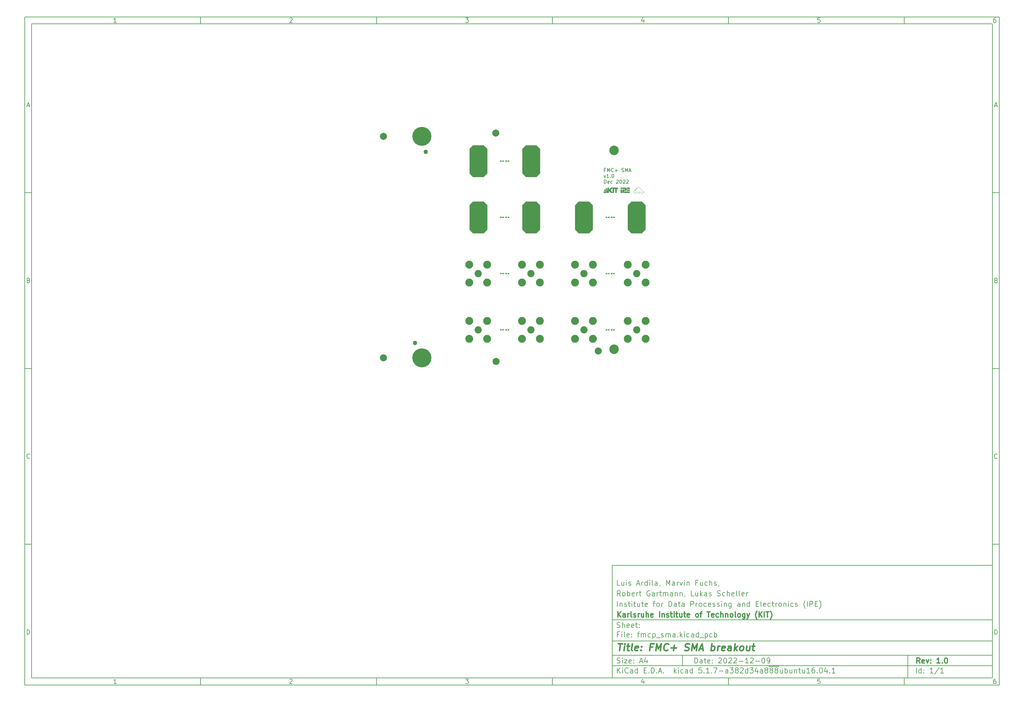
<source format=gbr>
%TF.GenerationSoftware,KiCad,Pcbnew,5.1.7-a382d34a8~88~ubuntu16.04.1*%
%TF.CreationDate,2022-12-09T16:50:10+01:00*%
%TF.ProjectId,fmcp_sma,666d6370-5f73-46d6-912e-6b696361645f,1.0*%
%TF.SameCoordinates,Original*%
%TF.FileFunction,Soldermask,Top*%
%TF.FilePolarity,Negative*%
%FSLAX46Y46*%
G04 Gerber Fmt 4.6, Leading zero omitted, Abs format (unit mm)*
G04 Created by KiCad (PCBNEW 5.1.7-a382d34a8~88~ubuntu16.04.1) date 2022-12-09 16:50:10*
%MOMM*%
%LPD*%
G01*
G04 APERTURE LIST*
%ADD10C,0.050000*%
%ADD11C,0.150000*%
%ADD12C,0.300000*%
%ADD13C,0.400000*%
%ADD14C,0.100000*%
%ADD15C,0.010000*%
%ADD16C,0.120000*%
%ADD17C,1.550000*%
%ADD18C,0.510000*%
%ADD19C,1.270000*%
%ADD20C,2.000000*%
%ADD21C,2.250000*%
%ADD22C,2.050000*%
%ADD23C,2.700000*%
%ADD24C,5.400000*%
G04 APERTURE END LIST*
D10*
D11*
X177002200Y-166007200D02*
X177002200Y-198007200D01*
X285002200Y-198007200D01*
X285002200Y-166007200D01*
X177002200Y-166007200D01*
D10*
D11*
X10000000Y-10000000D02*
X10000000Y-200007200D01*
X287002200Y-200007200D01*
X287002200Y-10000000D01*
X10000000Y-10000000D01*
D10*
D11*
X12000000Y-12000000D02*
X12000000Y-198007200D01*
X285002200Y-198007200D01*
X285002200Y-12000000D01*
X12000000Y-12000000D01*
D10*
D11*
X60000000Y-12000000D02*
X60000000Y-10000000D01*
D10*
D11*
X110000000Y-12000000D02*
X110000000Y-10000000D01*
D10*
D11*
X160000000Y-12000000D02*
X160000000Y-10000000D01*
D10*
D11*
X210000000Y-12000000D02*
X210000000Y-10000000D01*
D10*
D11*
X260000000Y-12000000D02*
X260000000Y-10000000D01*
D10*
D11*
X36065476Y-11588095D02*
X35322619Y-11588095D01*
X35694047Y-11588095D02*
X35694047Y-10288095D01*
X35570238Y-10473809D01*
X35446428Y-10597619D01*
X35322619Y-10659523D01*
D10*
D11*
X85322619Y-10411904D02*
X85384523Y-10350000D01*
X85508333Y-10288095D01*
X85817857Y-10288095D01*
X85941666Y-10350000D01*
X86003571Y-10411904D01*
X86065476Y-10535714D01*
X86065476Y-10659523D01*
X86003571Y-10845238D01*
X85260714Y-11588095D01*
X86065476Y-11588095D01*
D10*
D11*
X135260714Y-10288095D02*
X136065476Y-10288095D01*
X135632142Y-10783333D01*
X135817857Y-10783333D01*
X135941666Y-10845238D01*
X136003571Y-10907142D01*
X136065476Y-11030952D01*
X136065476Y-11340476D01*
X136003571Y-11464285D01*
X135941666Y-11526190D01*
X135817857Y-11588095D01*
X135446428Y-11588095D01*
X135322619Y-11526190D01*
X135260714Y-11464285D01*
D10*
D11*
X185941666Y-10721428D02*
X185941666Y-11588095D01*
X185632142Y-10226190D02*
X185322619Y-11154761D01*
X186127380Y-11154761D01*
D10*
D11*
X236003571Y-10288095D02*
X235384523Y-10288095D01*
X235322619Y-10907142D01*
X235384523Y-10845238D01*
X235508333Y-10783333D01*
X235817857Y-10783333D01*
X235941666Y-10845238D01*
X236003571Y-10907142D01*
X236065476Y-11030952D01*
X236065476Y-11340476D01*
X236003571Y-11464285D01*
X235941666Y-11526190D01*
X235817857Y-11588095D01*
X235508333Y-11588095D01*
X235384523Y-11526190D01*
X235322619Y-11464285D01*
D10*
D11*
X285941666Y-10288095D02*
X285694047Y-10288095D01*
X285570238Y-10350000D01*
X285508333Y-10411904D01*
X285384523Y-10597619D01*
X285322619Y-10845238D01*
X285322619Y-11340476D01*
X285384523Y-11464285D01*
X285446428Y-11526190D01*
X285570238Y-11588095D01*
X285817857Y-11588095D01*
X285941666Y-11526190D01*
X286003571Y-11464285D01*
X286065476Y-11340476D01*
X286065476Y-11030952D01*
X286003571Y-10907142D01*
X285941666Y-10845238D01*
X285817857Y-10783333D01*
X285570238Y-10783333D01*
X285446428Y-10845238D01*
X285384523Y-10907142D01*
X285322619Y-11030952D01*
D10*
D11*
X60000000Y-198007200D02*
X60000000Y-200007200D01*
D10*
D11*
X110000000Y-198007200D02*
X110000000Y-200007200D01*
D10*
D11*
X160000000Y-198007200D02*
X160000000Y-200007200D01*
D10*
D11*
X210000000Y-198007200D02*
X210000000Y-200007200D01*
D10*
D11*
X260000000Y-198007200D02*
X260000000Y-200007200D01*
D10*
D11*
X36065476Y-199595295D02*
X35322619Y-199595295D01*
X35694047Y-199595295D02*
X35694047Y-198295295D01*
X35570238Y-198481009D01*
X35446428Y-198604819D01*
X35322619Y-198666723D01*
D10*
D11*
X85322619Y-198419104D02*
X85384523Y-198357200D01*
X85508333Y-198295295D01*
X85817857Y-198295295D01*
X85941666Y-198357200D01*
X86003571Y-198419104D01*
X86065476Y-198542914D01*
X86065476Y-198666723D01*
X86003571Y-198852438D01*
X85260714Y-199595295D01*
X86065476Y-199595295D01*
D10*
D11*
X135260714Y-198295295D02*
X136065476Y-198295295D01*
X135632142Y-198790533D01*
X135817857Y-198790533D01*
X135941666Y-198852438D01*
X136003571Y-198914342D01*
X136065476Y-199038152D01*
X136065476Y-199347676D01*
X136003571Y-199471485D01*
X135941666Y-199533390D01*
X135817857Y-199595295D01*
X135446428Y-199595295D01*
X135322619Y-199533390D01*
X135260714Y-199471485D01*
D10*
D11*
X185941666Y-198728628D02*
X185941666Y-199595295D01*
X185632142Y-198233390D02*
X185322619Y-199161961D01*
X186127380Y-199161961D01*
D10*
D11*
X236003571Y-198295295D02*
X235384523Y-198295295D01*
X235322619Y-198914342D01*
X235384523Y-198852438D01*
X235508333Y-198790533D01*
X235817857Y-198790533D01*
X235941666Y-198852438D01*
X236003571Y-198914342D01*
X236065476Y-199038152D01*
X236065476Y-199347676D01*
X236003571Y-199471485D01*
X235941666Y-199533390D01*
X235817857Y-199595295D01*
X235508333Y-199595295D01*
X235384523Y-199533390D01*
X235322619Y-199471485D01*
D10*
D11*
X285941666Y-198295295D02*
X285694047Y-198295295D01*
X285570238Y-198357200D01*
X285508333Y-198419104D01*
X285384523Y-198604819D01*
X285322619Y-198852438D01*
X285322619Y-199347676D01*
X285384523Y-199471485D01*
X285446428Y-199533390D01*
X285570238Y-199595295D01*
X285817857Y-199595295D01*
X285941666Y-199533390D01*
X286003571Y-199471485D01*
X286065476Y-199347676D01*
X286065476Y-199038152D01*
X286003571Y-198914342D01*
X285941666Y-198852438D01*
X285817857Y-198790533D01*
X285570238Y-198790533D01*
X285446428Y-198852438D01*
X285384523Y-198914342D01*
X285322619Y-199038152D01*
D10*
D11*
X10000000Y-60000000D02*
X12000000Y-60000000D01*
D10*
D11*
X10000000Y-110000000D02*
X12000000Y-110000000D01*
D10*
D11*
X10000000Y-160000000D02*
X12000000Y-160000000D01*
D10*
D11*
X10690476Y-35216666D02*
X11309523Y-35216666D01*
X10566666Y-35588095D02*
X11000000Y-34288095D01*
X11433333Y-35588095D01*
D10*
D11*
X11092857Y-84907142D02*
X11278571Y-84969047D01*
X11340476Y-85030952D01*
X11402380Y-85154761D01*
X11402380Y-85340476D01*
X11340476Y-85464285D01*
X11278571Y-85526190D01*
X11154761Y-85588095D01*
X10659523Y-85588095D01*
X10659523Y-84288095D01*
X11092857Y-84288095D01*
X11216666Y-84350000D01*
X11278571Y-84411904D01*
X11340476Y-84535714D01*
X11340476Y-84659523D01*
X11278571Y-84783333D01*
X11216666Y-84845238D01*
X11092857Y-84907142D01*
X10659523Y-84907142D01*
D10*
D11*
X11402380Y-135464285D02*
X11340476Y-135526190D01*
X11154761Y-135588095D01*
X11030952Y-135588095D01*
X10845238Y-135526190D01*
X10721428Y-135402380D01*
X10659523Y-135278571D01*
X10597619Y-135030952D01*
X10597619Y-134845238D01*
X10659523Y-134597619D01*
X10721428Y-134473809D01*
X10845238Y-134350000D01*
X11030952Y-134288095D01*
X11154761Y-134288095D01*
X11340476Y-134350000D01*
X11402380Y-134411904D01*
D10*
D11*
X10659523Y-185588095D02*
X10659523Y-184288095D01*
X10969047Y-184288095D01*
X11154761Y-184350000D01*
X11278571Y-184473809D01*
X11340476Y-184597619D01*
X11402380Y-184845238D01*
X11402380Y-185030952D01*
X11340476Y-185278571D01*
X11278571Y-185402380D01*
X11154761Y-185526190D01*
X10969047Y-185588095D01*
X10659523Y-185588095D01*
D10*
D11*
X287002200Y-60000000D02*
X285002200Y-60000000D01*
D10*
D11*
X287002200Y-110000000D02*
X285002200Y-110000000D01*
D10*
D11*
X287002200Y-160000000D02*
X285002200Y-160000000D01*
D10*
D11*
X285692676Y-35216666D02*
X286311723Y-35216666D01*
X285568866Y-35588095D02*
X286002200Y-34288095D01*
X286435533Y-35588095D01*
D10*
D11*
X286095057Y-84907142D02*
X286280771Y-84969047D01*
X286342676Y-85030952D01*
X286404580Y-85154761D01*
X286404580Y-85340476D01*
X286342676Y-85464285D01*
X286280771Y-85526190D01*
X286156961Y-85588095D01*
X285661723Y-85588095D01*
X285661723Y-84288095D01*
X286095057Y-84288095D01*
X286218866Y-84350000D01*
X286280771Y-84411904D01*
X286342676Y-84535714D01*
X286342676Y-84659523D01*
X286280771Y-84783333D01*
X286218866Y-84845238D01*
X286095057Y-84907142D01*
X285661723Y-84907142D01*
D10*
D11*
X286404580Y-135464285D02*
X286342676Y-135526190D01*
X286156961Y-135588095D01*
X286033152Y-135588095D01*
X285847438Y-135526190D01*
X285723628Y-135402380D01*
X285661723Y-135278571D01*
X285599819Y-135030952D01*
X285599819Y-134845238D01*
X285661723Y-134597619D01*
X285723628Y-134473809D01*
X285847438Y-134350000D01*
X286033152Y-134288095D01*
X286156961Y-134288095D01*
X286342676Y-134350000D01*
X286404580Y-134411904D01*
D10*
D11*
X285661723Y-185588095D02*
X285661723Y-184288095D01*
X285971247Y-184288095D01*
X286156961Y-184350000D01*
X286280771Y-184473809D01*
X286342676Y-184597619D01*
X286404580Y-184845238D01*
X286404580Y-185030952D01*
X286342676Y-185278571D01*
X286280771Y-185402380D01*
X286156961Y-185526190D01*
X285971247Y-185588095D01*
X285661723Y-185588095D01*
D10*
D11*
X200434342Y-193785771D02*
X200434342Y-192285771D01*
X200791485Y-192285771D01*
X201005771Y-192357200D01*
X201148628Y-192500057D01*
X201220057Y-192642914D01*
X201291485Y-192928628D01*
X201291485Y-193142914D01*
X201220057Y-193428628D01*
X201148628Y-193571485D01*
X201005771Y-193714342D01*
X200791485Y-193785771D01*
X200434342Y-193785771D01*
X202577200Y-193785771D02*
X202577200Y-193000057D01*
X202505771Y-192857200D01*
X202362914Y-192785771D01*
X202077200Y-192785771D01*
X201934342Y-192857200D01*
X202577200Y-193714342D02*
X202434342Y-193785771D01*
X202077200Y-193785771D01*
X201934342Y-193714342D01*
X201862914Y-193571485D01*
X201862914Y-193428628D01*
X201934342Y-193285771D01*
X202077200Y-193214342D01*
X202434342Y-193214342D01*
X202577200Y-193142914D01*
X203077200Y-192785771D02*
X203648628Y-192785771D01*
X203291485Y-192285771D02*
X203291485Y-193571485D01*
X203362914Y-193714342D01*
X203505771Y-193785771D01*
X203648628Y-193785771D01*
X204720057Y-193714342D02*
X204577200Y-193785771D01*
X204291485Y-193785771D01*
X204148628Y-193714342D01*
X204077200Y-193571485D01*
X204077200Y-193000057D01*
X204148628Y-192857200D01*
X204291485Y-192785771D01*
X204577200Y-192785771D01*
X204720057Y-192857200D01*
X204791485Y-193000057D01*
X204791485Y-193142914D01*
X204077200Y-193285771D01*
X205434342Y-193642914D02*
X205505771Y-193714342D01*
X205434342Y-193785771D01*
X205362914Y-193714342D01*
X205434342Y-193642914D01*
X205434342Y-193785771D01*
X205434342Y-192857200D02*
X205505771Y-192928628D01*
X205434342Y-193000057D01*
X205362914Y-192928628D01*
X205434342Y-192857200D01*
X205434342Y-193000057D01*
X207220057Y-192428628D02*
X207291485Y-192357200D01*
X207434342Y-192285771D01*
X207791485Y-192285771D01*
X207934342Y-192357200D01*
X208005771Y-192428628D01*
X208077200Y-192571485D01*
X208077200Y-192714342D01*
X208005771Y-192928628D01*
X207148628Y-193785771D01*
X208077200Y-193785771D01*
X209005771Y-192285771D02*
X209148628Y-192285771D01*
X209291485Y-192357200D01*
X209362914Y-192428628D01*
X209434342Y-192571485D01*
X209505771Y-192857200D01*
X209505771Y-193214342D01*
X209434342Y-193500057D01*
X209362914Y-193642914D01*
X209291485Y-193714342D01*
X209148628Y-193785771D01*
X209005771Y-193785771D01*
X208862914Y-193714342D01*
X208791485Y-193642914D01*
X208720057Y-193500057D01*
X208648628Y-193214342D01*
X208648628Y-192857200D01*
X208720057Y-192571485D01*
X208791485Y-192428628D01*
X208862914Y-192357200D01*
X209005771Y-192285771D01*
X210077200Y-192428628D02*
X210148628Y-192357200D01*
X210291485Y-192285771D01*
X210648628Y-192285771D01*
X210791485Y-192357200D01*
X210862914Y-192428628D01*
X210934342Y-192571485D01*
X210934342Y-192714342D01*
X210862914Y-192928628D01*
X210005771Y-193785771D01*
X210934342Y-193785771D01*
X211505771Y-192428628D02*
X211577200Y-192357200D01*
X211720057Y-192285771D01*
X212077200Y-192285771D01*
X212220057Y-192357200D01*
X212291485Y-192428628D01*
X212362914Y-192571485D01*
X212362914Y-192714342D01*
X212291485Y-192928628D01*
X211434342Y-193785771D01*
X212362914Y-193785771D01*
X213005771Y-193214342D02*
X214148628Y-193214342D01*
X215648628Y-193785771D02*
X214791485Y-193785771D01*
X215220057Y-193785771D02*
X215220057Y-192285771D01*
X215077200Y-192500057D01*
X214934342Y-192642914D01*
X214791485Y-192714342D01*
X216220057Y-192428628D02*
X216291485Y-192357200D01*
X216434342Y-192285771D01*
X216791485Y-192285771D01*
X216934342Y-192357200D01*
X217005771Y-192428628D01*
X217077200Y-192571485D01*
X217077200Y-192714342D01*
X217005771Y-192928628D01*
X216148628Y-193785771D01*
X217077200Y-193785771D01*
X217720057Y-193214342D02*
X218862914Y-193214342D01*
X219862914Y-192285771D02*
X220005771Y-192285771D01*
X220148628Y-192357200D01*
X220220057Y-192428628D01*
X220291485Y-192571485D01*
X220362914Y-192857200D01*
X220362914Y-193214342D01*
X220291485Y-193500057D01*
X220220057Y-193642914D01*
X220148628Y-193714342D01*
X220005771Y-193785771D01*
X219862914Y-193785771D01*
X219720057Y-193714342D01*
X219648628Y-193642914D01*
X219577200Y-193500057D01*
X219505771Y-193214342D01*
X219505771Y-192857200D01*
X219577200Y-192571485D01*
X219648628Y-192428628D01*
X219720057Y-192357200D01*
X219862914Y-192285771D01*
X221077200Y-193785771D02*
X221362914Y-193785771D01*
X221505771Y-193714342D01*
X221577200Y-193642914D01*
X221720057Y-193428628D01*
X221791485Y-193142914D01*
X221791485Y-192571485D01*
X221720057Y-192428628D01*
X221648628Y-192357200D01*
X221505771Y-192285771D01*
X221220057Y-192285771D01*
X221077200Y-192357200D01*
X221005771Y-192428628D01*
X220934342Y-192571485D01*
X220934342Y-192928628D01*
X221005771Y-193071485D01*
X221077200Y-193142914D01*
X221220057Y-193214342D01*
X221505771Y-193214342D01*
X221648628Y-193142914D01*
X221720057Y-193071485D01*
X221791485Y-192928628D01*
D10*
D11*
X177002200Y-194507200D02*
X285002200Y-194507200D01*
D10*
D11*
X178434342Y-196585771D02*
X178434342Y-195085771D01*
X179291485Y-196585771D02*
X178648628Y-195728628D01*
X179291485Y-195085771D02*
X178434342Y-195942914D01*
X179934342Y-196585771D02*
X179934342Y-195585771D01*
X179934342Y-195085771D02*
X179862914Y-195157200D01*
X179934342Y-195228628D01*
X180005771Y-195157200D01*
X179934342Y-195085771D01*
X179934342Y-195228628D01*
X181505771Y-196442914D02*
X181434342Y-196514342D01*
X181220057Y-196585771D01*
X181077200Y-196585771D01*
X180862914Y-196514342D01*
X180720057Y-196371485D01*
X180648628Y-196228628D01*
X180577200Y-195942914D01*
X180577200Y-195728628D01*
X180648628Y-195442914D01*
X180720057Y-195300057D01*
X180862914Y-195157200D01*
X181077200Y-195085771D01*
X181220057Y-195085771D01*
X181434342Y-195157200D01*
X181505771Y-195228628D01*
X182791485Y-196585771D02*
X182791485Y-195800057D01*
X182720057Y-195657200D01*
X182577200Y-195585771D01*
X182291485Y-195585771D01*
X182148628Y-195657200D01*
X182791485Y-196514342D02*
X182648628Y-196585771D01*
X182291485Y-196585771D01*
X182148628Y-196514342D01*
X182077200Y-196371485D01*
X182077200Y-196228628D01*
X182148628Y-196085771D01*
X182291485Y-196014342D01*
X182648628Y-196014342D01*
X182791485Y-195942914D01*
X184148628Y-196585771D02*
X184148628Y-195085771D01*
X184148628Y-196514342D02*
X184005771Y-196585771D01*
X183720057Y-196585771D01*
X183577200Y-196514342D01*
X183505771Y-196442914D01*
X183434342Y-196300057D01*
X183434342Y-195871485D01*
X183505771Y-195728628D01*
X183577200Y-195657200D01*
X183720057Y-195585771D01*
X184005771Y-195585771D01*
X184148628Y-195657200D01*
X186005771Y-195800057D02*
X186505771Y-195800057D01*
X186720057Y-196585771D02*
X186005771Y-196585771D01*
X186005771Y-195085771D01*
X186720057Y-195085771D01*
X187362914Y-196442914D02*
X187434342Y-196514342D01*
X187362914Y-196585771D01*
X187291485Y-196514342D01*
X187362914Y-196442914D01*
X187362914Y-196585771D01*
X188077200Y-196585771D02*
X188077200Y-195085771D01*
X188434342Y-195085771D01*
X188648628Y-195157200D01*
X188791485Y-195300057D01*
X188862914Y-195442914D01*
X188934342Y-195728628D01*
X188934342Y-195942914D01*
X188862914Y-196228628D01*
X188791485Y-196371485D01*
X188648628Y-196514342D01*
X188434342Y-196585771D01*
X188077200Y-196585771D01*
X189577200Y-196442914D02*
X189648628Y-196514342D01*
X189577200Y-196585771D01*
X189505771Y-196514342D01*
X189577200Y-196442914D01*
X189577200Y-196585771D01*
X190220057Y-196157200D02*
X190934342Y-196157200D01*
X190077200Y-196585771D02*
X190577200Y-195085771D01*
X191077200Y-196585771D01*
X191577200Y-196442914D02*
X191648628Y-196514342D01*
X191577200Y-196585771D01*
X191505771Y-196514342D01*
X191577200Y-196442914D01*
X191577200Y-196585771D01*
X194577200Y-196585771D02*
X194577200Y-195085771D01*
X194720057Y-196014342D02*
X195148628Y-196585771D01*
X195148628Y-195585771D02*
X194577200Y-196157200D01*
X195791485Y-196585771D02*
X195791485Y-195585771D01*
X195791485Y-195085771D02*
X195720057Y-195157200D01*
X195791485Y-195228628D01*
X195862914Y-195157200D01*
X195791485Y-195085771D01*
X195791485Y-195228628D01*
X197148628Y-196514342D02*
X197005771Y-196585771D01*
X196720057Y-196585771D01*
X196577200Y-196514342D01*
X196505771Y-196442914D01*
X196434342Y-196300057D01*
X196434342Y-195871485D01*
X196505771Y-195728628D01*
X196577200Y-195657200D01*
X196720057Y-195585771D01*
X197005771Y-195585771D01*
X197148628Y-195657200D01*
X198434342Y-196585771D02*
X198434342Y-195800057D01*
X198362914Y-195657200D01*
X198220057Y-195585771D01*
X197934342Y-195585771D01*
X197791485Y-195657200D01*
X198434342Y-196514342D02*
X198291485Y-196585771D01*
X197934342Y-196585771D01*
X197791485Y-196514342D01*
X197720057Y-196371485D01*
X197720057Y-196228628D01*
X197791485Y-196085771D01*
X197934342Y-196014342D01*
X198291485Y-196014342D01*
X198434342Y-195942914D01*
X199791485Y-196585771D02*
X199791485Y-195085771D01*
X199791485Y-196514342D02*
X199648628Y-196585771D01*
X199362914Y-196585771D01*
X199220057Y-196514342D01*
X199148628Y-196442914D01*
X199077200Y-196300057D01*
X199077200Y-195871485D01*
X199148628Y-195728628D01*
X199220057Y-195657200D01*
X199362914Y-195585771D01*
X199648628Y-195585771D01*
X199791485Y-195657200D01*
X202362914Y-195085771D02*
X201648628Y-195085771D01*
X201577200Y-195800057D01*
X201648628Y-195728628D01*
X201791485Y-195657200D01*
X202148628Y-195657200D01*
X202291485Y-195728628D01*
X202362914Y-195800057D01*
X202434342Y-195942914D01*
X202434342Y-196300057D01*
X202362914Y-196442914D01*
X202291485Y-196514342D01*
X202148628Y-196585771D01*
X201791485Y-196585771D01*
X201648628Y-196514342D01*
X201577200Y-196442914D01*
X203077200Y-196442914D02*
X203148628Y-196514342D01*
X203077200Y-196585771D01*
X203005771Y-196514342D01*
X203077200Y-196442914D01*
X203077200Y-196585771D01*
X204577200Y-196585771D02*
X203720057Y-196585771D01*
X204148628Y-196585771D02*
X204148628Y-195085771D01*
X204005771Y-195300057D01*
X203862914Y-195442914D01*
X203720057Y-195514342D01*
X205220057Y-196442914D02*
X205291485Y-196514342D01*
X205220057Y-196585771D01*
X205148628Y-196514342D01*
X205220057Y-196442914D01*
X205220057Y-196585771D01*
X205791485Y-195085771D02*
X206791485Y-195085771D01*
X206148628Y-196585771D01*
X207362914Y-196014342D02*
X208505771Y-196014342D01*
X209862914Y-196585771D02*
X209862914Y-195800057D01*
X209791485Y-195657200D01*
X209648628Y-195585771D01*
X209362914Y-195585771D01*
X209220057Y-195657200D01*
X209862914Y-196514342D02*
X209720057Y-196585771D01*
X209362914Y-196585771D01*
X209220057Y-196514342D01*
X209148628Y-196371485D01*
X209148628Y-196228628D01*
X209220057Y-196085771D01*
X209362914Y-196014342D01*
X209720057Y-196014342D01*
X209862914Y-195942914D01*
X210434342Y-195085771D02*
X211362914Y-195085771D01*
X210862914Y-195657200D01*
X211077200Y-195657200D01*
X211220057Y-195728628D01*
X211291485Y-195800057D01*
X211362914Y-195942914D01*
X211362914Y-196300057D01*
X211291485Y-196442914D01*
X211220057Y-196514342D01*
X211077200Y-196585771D01*
X210648628Y-196585771D01*
X210505771Y-196514342D01*
X210434342Y-196442914D01*
X212220057Y-195728628D02*
X212077200Y-195657200D01*
X212005771Y-195585771D01*
X211934342Y-195442914D01*
X211934342Y-195371485D01*
X212005771Y-195228628D01*
X212077200Y-195157200D01*
X212220057Y-195085771D01*
X212505771Y-195085771D01*
X212648628Y-195157200D01*
X212720057Y-195228628D01*
X212791485Y-195371485D01*
X212791485Y-195442914D01*
X212720057Y-195585771D01*
X212648628Y-195657200D01*
X212505771Y-195728628D01*
X212220057Y-195728628D01*
X212077200Y-195800057D01*
X212005771Y-195871485D01*
X211934342Y-196014342D01*
X211934342Y-196300057D01*
X212005771Y-196442914D01*
X212077200Y-196514342D01*
X212220057Y-196585771D01*
X212505771Y-196585771D01*
X212648628Y-196514342D01*
X212720057Y-196442914D01*
X212791485Y-196300057D01*
X212791485Y-196014342D01*
X212720057Y-195871485D01*
X212648628Y-195800057D01*
X212505771Y-195728628D01*
X213362914Y-195228628D02*
X213434342Y-195157200D01*
X213577200Y-195085771D01*
X213934342Y-195085771D01*
X214077200Y-195157200D01*
X214148628Y-195228628D01*
X214220057Y-195371485D01*
X214220057Y-195514342D01*
X214148628Y-195728628D01*
X213291485Y-196585771D01*
X214220057Y-196585771D01*
X215505771Y-196585771D02*
X215505771Y-195085771D01*
X215505771Y-196514342D02*
X215362914Y-196585771D01*
X215077200Y-196585771D01*
X214934342Y-196514342D01*
X214862914Y-196442914D01*
X214791485Y-196300057D01*
X214791485Y-195871485D01*
X214862914Y-195728628D01*
X214934342Y-195657200D01*
X215077200Y-195585771D01*
X215362914Y-195585771D01*
X215505771Y-195657200D01*
X216077200Y-195085771D02*
X217005771Y-195085771D01*
X216505771Y-195657200D01*
X216720057Y-195657200D01*
X216862914Y-195728628D01*
X216934342Y-195800057D01*
X217005771Y-195942914D01*
X217005771Y-196300057D01*
X216934342Y-196442914D01*
X216862914Y-196514342D01*
X216720057Y-196585771D01*
X216291485Y-196585771D01*
X216148628Y-196514342D01*
X216077200Y-196442914D01*
X218291485Y-195585771D02*
X218291485Y-196585771D01*
X217934342Y-195014342D02*
X217577200Y-196085771D01*
X218505771Y-196085771D01*
X219720057Y-196585771D02*
X219720057Y-195800057D01*
X219648628Y-195657200D01*
X219505771Y-195585771D01*
X219220057Y-195585771D01*
X219077200Y-195657200D01*
X219720057Y-196514342D02*
X219577200Y-196585771D01*
X219220057Y-196585771D01*
X219077200Y-196514342D01*
X219005771Y-196371485D01*
X219005771Y-196228628D01*
X219077200Y-196085771D01*
X219220057Y-196014342D01*
X219577200Y-196014342D01*
X219720057Y-195942914D01*
X220648628Y-195728628D02*
X220505771Y-195657200D01*
X220434342Y-195585771D01*
X220362914Y-195442914D01*
X220362914Y-195371485D01*
X220434342Y-195228628D01*
X220505771Y-195157200D01*
X220648628Y-195085771D01*
X220934342Y-195085771D01*
X221077200Y-195157200D01*
X221148628Y-195228628D01*
X221220057Y-195371485D01*
X221220057Y-195442914D01*
X221148628Y-195585771D01*
X221077200Y-195657200D01*
X220934342Y-195728628D01*
X220648628Y-195728628D01*
X220505771Y-195800057D01*
X220434342Y-195871485D01*
X220362914Y-196014342D01*
X220362914Y-196300057D01*
X220434342Y-196442914D01*
X220505771Y-196514342D01*
X220648628Y-196585771D01*
X220934342Y-196585771D01*
X221077200Y-196514342D01*
X221148628Y-196442914D01*
X221220057Y-196300057D01*
X221220057Y-196014342D01*
X221148628Y-195871485D01*
X221077200Y-195800057D01*
X220934342Y-195728628D01*
X221505771Y-194677200D02*
X222934342Y-194677200D01*
X222077200Y-195728628D02*
X221934342Y-195657200D01*
X221862914Y-195585771D01*
X221791485Y-195442914D01*
X221791485Y-195371485D01*
X221862914Y-195228628D01*
X221934342Y-195157200D01*
X222077200Y-195085771D01*
X222362914Y-195085771D01*
X222505771Y-195157200D01*
X222577200Y-195228628D01*
X222648628Y-195371485D01*
X222648628Y-195442914D01*
X222577200Y-195585771D01*
X222505771Y-195657200D01*
X222362914Y-195728628D01*
X222077200Y-195728628D01*
X221934342Y-195800057D01*
X221862914Y-195871485D01*
X221791485Y-196014342D01*
X221791485Y-196300057D01*
X221862914Y-196442914D01*
X221934342Y-196514342D01*
X222077200Y-196585771D01*
X222362914Y-196585771D01*
X222505771Y-196514342D01*
X222577200Y-196442914D01*
X222648628Y-196300057D01*
X222648628Y-196014342D01*
X222577200Y-195871485D01*
X222505771Y-195800057D01*
X222362914Y-195728628D01*
X222934342Y-194677200D02*
X224362914Y-194677200D01*
X223505771Y-195728628D02*
X223362914Y-195657200D01*
X223291485Y-195585771D01*
X223220057Y-195442914D01*
X223220057Y-195371485D01*
X223291485Y-195228628D01*
X223362914Y-195157200D01*
X223505771Y-195085771D01*
X223791485Y-195085771D01*
X223934342Y-195157200D01*
X224005771Y-195228628D01*
X224077199Y-195371485D01*
X224077199Y-195442914D01*
X224005771Y-195585771D01*
X223934342Y-195657200D01*
X223791485Y-195728628D01*
X223505771Y-195728628D01*
X223362914Y-195800057D01*
X223291485Y-195871485D01*
X223220057Y-196014342D01*
X223220057Y-196300057D01*
X223291485Y-196442914D01*
X223362914Y-196514342D01*
X223505771Y-196585771D01*
X223791485Y-196585771D01*
X223934342Y-196514342D01*
X224005771Y-196442914D01*
X224077199Y-196300057D01*
X224077199Y-196014342D01*
X224005771Y-195871485D01*
X223934342Y-195800057D01*
X223791485Y-195728628D01*
X225362914Y-195585771D02*
X225362914Y-196585771D01*
X224720057Y-195585771D02*
X224720057Y-196371485D01*
X224791485Y-196514342D01*
X224934342Y-196585771D01*
X225148628Y-196585771D01*
X225291485Y-196514342D01*
X225362914Y-196442914D01*
X226077199Y-196585771D02*
X226077199Y-195085771D01*
X226077199Y-195657200D02*
X226220057Y-195585771D01*
X226505771Y-195585771D01*
X226648628Y-195657200D01*
X226720057Y-195728628D01*
X226791485Y-195871485D01*
X226791485Y-196300057D01*
X226720057Y-196442914D01*
X226648628Y-196514342D01*
X226505771Y-196585771D01*
X226220057Y-196585771D01*
X226077199Y-196514342D01*
X228077199Y-195585771D02*
X228077199Y-196585771D01*
X227434342Y-195585771D02*
X227434342Y-196371485D01*
X227505771Y-196514342D01*
X227648628Y-196585771D01*
X227862914Y-196585771D01*
X228005771Y-196514342D01*
X228077199Y-196442914D01*
X228791485Y-195585771D02*
X228791485Y-196585771D01*
X228791485Y-195728628D02*
X228862914Y-195657200D01*
X229005771Y-195585771D01*
X229220057Y-195585771D01*
X229362914Y-195657200D01*
X229434342Y-195800057D01*
X229434342Y-196585771D01*
X229934342Y-195585771D02*
X230505771Y-195585771D01*
X230148628Y-195085771D02*
X230148628Y-196371485D01*
X230220057Y-196514342D01*
X230362914Y-196585771D01*
X230505771Y-196585771D01*
X231648628Y-195585771D02*
X231648628Y-196585771D01*
X231005771Y-195585771D02*
X231005771Y-196371485D01*
X231077199Y-196514342D01*
X231220057Y-196585771D01*
X231434342Y-196585771D01*
X231577199Y-196514342D01*
X231648628Y-196442914D01*
X233148628Y-196585771D02*
X232291485Y-196585771D01*
X232720057Y-196585771D02*
X232720057Y-195085771D01*
X232577200Y-195300057D01*
X232434342Y-195442914D01*
X232291485Y-195514342D01*
X234434342Y-195085771D02*
X234148628Y-195085771D01*
X234005771Y-195157200D01*
X233934342Y-195228628D01*
X233791485Y-195442914D01*
X233720057Y-195728628D01*
X233720057Y-196300057D01*
X233791485Y-196442914D01*
X233862914Y-196514342D01*
X234005771Y-196585771D01*
X234291485Y-196585771D01*
X234434342Y-196514342D01*
X234505771Y-196442914D01*
X234577199Y-196300057D01*
X234577199Y-195942914D01*
X234505771Y-195800057D01*
X234434342Y-195728628D01*
X234291485Y-195657200D01*
X234005771Y-195657200D01*
X233862914Y-195728628D01*
X233791485Y-195800057D01*
X233720057Y-195942914D01*
X235220057Y-196442914D02*
X235291485Y-196514342D01*
X235220057Y-196585771D01*
X235148628Y-196514342D01*
X235220057Y-196442914D01*
X235220057Y-196585771D01*
X236220057Y-195085771D02*
X236362914Y-195085771D01*
X236505771Y-195157200D01*
X236577199Y-195228628D01*
X236648628Y-195371485D01*
X236720057Y-195657200D01*
X236720057Y-196014342D01*
X236648628Y-196300057D01*
X236577199Y-196442914D01*
X236505771Y-196514342D01*
X236362914Y-196585771D01*
X236220057Y-196585771D01*
X236077199Y-196514342D01*
X236005771Y-196442914D01*
X235934342Y-196300057D01*
X235862914Y-196014342D01*
X235862914Y-195657200D01*
X235934342Y-195371485D01*
X236005771Y-195228628D01*
X236077199Y-195157200D01*
X236220057Y-195085771D01*
X238005771Y-195585771D02*
X238005771Y-196585771D01*
X237648628Y-195014342D02*
X237291485Y-196085771D01*
X238220057Y-196085771D01*
X238791485Y-196442914D02*
X238862914Y-196514342D01*
X238791485Y-196585771D01*
X238720057Y-196514342D01*
X238791485Y-196442914D01*
X238791485Y-196585771D01*
X240291485Y-196585771D02*
X239434342Y-196585771D01*
X239862914Y-196585771D02*
X239862914Y-195085771D01*
X239720057Y-195300057D01*
X239577199Y-195442914D01*
X239434342Y-195514342D01*
D10*
D11*
X177002200Y-191507200D02*
X285002200Y-191507200D01*
D10*
D12*
X264411485Y-193785771D02*
X263911485Y-193071485D01*
X263554342Y-193785771D02*
X263554342Y-192285771D01*
X264125771Y-192285771D01*
X264268628Y-192357200D01*
X264340057Y-192428628D01*
X264411485Y-192571485D01*
X264411485Y-192785771D01*
X264340057Y-192928628D01*
X264268628Y-193000057D01*
X264125771Y-193071485D01*
X263554342Y-193071485D01*
X265625771Y-193714342D02*
X265482914Y-193785771D01*
X265197200Y-193785771D01*
X265054342Y-193714342D01*
X264982914Y-193571485D01*
X264982914Y-193000057D01*
X265054342Y-192857200D01*
X265197200Y-192785771D01*
X265482914Y-192785771D01*
X265625771Y-192857200D01*
X265697200Y-193000057D01*
X265697200Y-193142914D01*
X264982914Y-193285771D01*
X266197200Y-192785771D02*
X266554342Y-193785771D01*
X266911485Y-192785771D01*
X267482914Y-193642914D02*
X267554342Y-193714342D01*
X267482914Y-193785771D01*
X267411485Y-193714342D01*
X267482914Y-193642914D01*
X267482914Y-193785771D01*
X267482914Y-192857200D02*
X267554342Y-192928628D01*
X267482914Y-193000057D01*
X267411485Y-192928628D01*
X267482914Y-192857200D01*
X267482914Y-193000057D01*
X270125771Y-193785771D02*
X269268628Y-193785771D01*
X269697200Y-193785771D02*
X269697200Y-192285771D01*
X269554342Y-192500057D01*
X269411485Y-192642914D01*
X269268628Y-192714342D01*
X270768628Y-193642914D02*
X270840057Y-193714342D01*
X270768628Y-193785771D01*
X270697200Y-193714342D01*
X270768628Y-193642914D01*
X270768628Y-193785771D01*
X271768628Y-192285771D02*
X271911485Y-192285771D01*
X272054342Y-192357200D01*
X272125771Y-192428628D01*
X272197200Y-192571485D01*
X272268628Y-192857200D01*
X272268628Y-193214342D01*
X272197200Y-193500057D01*
X272125771Y-193642914D01*
X272054342Y-193714342D01*
X271911485Y-193785771D01*
X271768628Y-193785771D01*
X271625771Y-193714342D01*
X271554342Y-193642914D01*
X271482914Y-193500057D01*
X271411485Y-193214342D01*
X271411485Y-192857200D01*
X271482914Y-192571485D01*
X271554342Y-192428628D01*
X271625771Y-192357200D01*
X271768628Y-192285771D01*
D10*
D11*
X178362914Y-193714342D02*
X178577200Y-193785771D01*
X178934342Y-193785771D01*
X179077200Y-193714342D01*
X179148628Y-193642914D01*
X179220057Y-193500057D01*
X179220057Y-193357200D01*
X179148628Y-193214342D01*
X179077200Y-193142914D01*
X178934342Y-193071485D01*
X178648628Y-193000057D01*
X178505771Y-192928628D01*
X178434342Y-192857200D01*
X178362914Y-192714342D01*
X178362914Y-192571485D01*
X178434342Y-192428628D01*
X178505771Y-192357200D01*
X178648628Y-192285771D01*
X179005771Y-192285771D01*
X179220057Y-192357200D01*
X179862914Y-193785771D02*
X179862914Y-192785771D01*
X179862914Y-192285771D02*
X179791485Y-192357200D01*
X179862914Y-192428628D01*
X179934342Y-192357200D01*
X179862914Y-192285771D01*
X179862914Y-192428628D01*
X180434342Y-192785771D02*
X181220057Y-192785771D01*
X180434342Y-193785771D01*
X181220057Y-193785771D01*
X182362914Y-193714342D02*
X182220057Y-193785771D01*
X181934342Y-193785771D01*
X181791485Y-193714342D01*
X181720057Y-193571485D01*
X181720057Y-193000057D01*
X181791485Y-192857200D01*
X181934342Y-192785771D01*
X182220057Y-192785771D01*
X182362914Y-192857200D01*
X182434342Y-193000057D01*
X182434342Y-193142914D01*
X181720057Y-193285771D01*
X183077200Y-193642914D02*
X183148628Y-193714342D01*
X183077200Y-193785771D01*
X183005771Y-193714342D01*
X183077200Y-193642914D01*
X183077200Y-193785771D01*
X183077200Y-192857200D02*
X183148628Y-192928628D01*
X183077200Y-193000057D01*
X183005771Y-192928628D01*
X183077200Y-192857200D01*
X183077200Y-193000057D01*
X184862914Y-193357200D02*
X185577200Y-193357200D01*
X184720057Y-193785771D02*
X185220057Y-192285771D01*
X185720057Y-193785771D01*
X186862914Y-192785771D02*
X186862914Y-193785771D01*
X186505771Y-192214342D02*
X186148628Y-193285771D01*
X187077200Y-193285771D01*
D10*
D11*
X263434342Y-196585771D02*
X263434342Y-195085771D01*
X264791485Y-196585771D02*
X264791485Y-195085771D01*
X264791485Y-196514342D02*
X264648628Y-196585771D01*
X264362914Y-196585771D01*
X264220057Y-196514342D01*
X264148628Y-196442914D01*
X264077200Y-196300057D01*
X264077200Y-195871485D01*
X264148628Y-195728628D01*
X264220057Y-195657200D01*
X264362914Y-195585771D01*
X264648628Y-195585771D01*
X264791485Y-195657200D01*
X265505771Y-196442914D02*
X265577200Y-196514342D01*
X265505771Y-196585771D01*
X265434342Y-196514342D01*
X265505771Y-196442914D01*
X265505771Y-196585771D01*
X265505771Y-195657200D02*
X265577200Y-195728628D01*
X265505771Y-195800057D01*
X265434342Y-195728628D01*
X265505771Y-195657200D01*
X265505771Y-195800057D01*
X268148628Y-196585771D02*
X267291485Y-196585771D01*
X267720057Y-196585771D02*
X267720057Y-195085771D01*
X267577200Y-195300057D01*
X267434342Y-195442914D01*
X267291485Y-195514342D01*
X269862914Y-195014342D02*
X268577200Y-196942914D01*
X271148628Y-196585771D02*
X270291485Y-196585771D01*
X270720057Y-196585771D02*
X270720057Y-195085771D01*
X270577200Y-195300057D01*
X270434342Y-195442914D01*
X270291485Y-195514342D01*
D10*
D11*
X177002200Y-187507200D02*
X285002200Y-187507200D01*
D10*
D13*
X178714580Y-188211961D02*
X179857438Y-188211961D01*
X179036009Y-190211961D02*
X179286009Y-188211961D01*
X180274104Y-190211961D02*
X180440771Y-188878628D01*
X180524104Y-188211961D02*
X180416961Y-188307200D01*
X180500295Y-188402438D01*
X180607438Y-188307200D01*
X180524104Y-188211961D01*
X180500295Y-188402438D01*
X181107438Y-188878628D02*
X181869342Y-188878628D01*
X181476485Y-188211961D02*
X181262200Y-189926247D01*
X181333628Y-190116723D01*
X181512200Y-190211961D01*
X181702676Y-190211961D01*
X182655057Y-190211961D02*
X182476485Y-190116723D01*
X182405057Y-189926247D01*
X182619342Y-188211961D01*
X184190771Y-190116723D02*
X183988390Y-190211961D01*
X183607438Y-190211961D01*
X183428866Y-190116723D01*
X183357438Y-189926247D01*
X183452676Y-189164342D01*
X183571723Y-188973866D01*
X183774104Y-188878628D01*
X184155057Y-188878628D01*
X184333628Y-188973866D01*
X184405057Y-189164342D01*
X184381247Y-189354819D01*
X183405057Y-189545295D01*
X185155057Y-190021485D02*
X185238390Y-190116723D01*
X185131247Y-190211961D01*
X185047914Y-190116723D01*
X185155057Y-190021485D01*
X185131247Y-190211961D01*
X185286009Y-188973866D02*
X185369342Y-189069104D01*
X185262200Y-189164342D01*
X185178866Y-189069104D01*
X185286009Y-188973866D01*
X185262200Y-189164342D01*
X188405057Y-189164342D02*
X187738390Y-189164342D01*
X187607438Y-190211961D02*
X187857438Y-188211961D01*
X188809819Y-188211961D01*
X189321723Y-190211961D02*
X189571723Y-188211961D01*
X190059819Y-189640533D01*
X190905057Y-188211961D01*
X190655057Y-190211961D01*
X192774104Y-190021485D02*
X192666961Y-190116723D01*
X192369342Y-190211961D01*
X192178866Y-190211961D01*
X191905057Y-190116723D01*
X191738390Y-189926247D01*
X191666961Y-189735771D01*
X191619342Y-189354819D01*
X191655057Y-189069104D01*
X191797914Y-188688152D01*
X191916961Y-188497676D01*
X192131247Y-188307200D01*
X192428866Y-188211961D01*
X192619342Y-188211961D01*
X192893152Y-188307200D01*
X192976485Y-188402438D01*
X193702676Y-189450057D02*
X195226485Y-189450057D01*
X194369342Y-190211961D02*
X194559819Y-188688152D01*
X197524104Y-190116723D02*
X197797914Y-190211961D01*
X198274104Y-190211961D01*
X198476485Y-190116723D01*
X198583628Y-190021485D01*
X198702676Y-189831009D01*
X198726485Y-189640533D01*
X198655057Y-189450057D01*
X198571723Y-189354819D01*
X198393152Y-189259580D01*
X198024104Y-189164342D01*
X197845533Y-189069104D01*
X197762200Y-188973866D01*
X197690771Y-188783390D01*
X197714580Y-188592914D01*
X197833628Y-188402438D01*
X197940771Y-188307200D01*
X198143152Y-188211961D01*
X198619342Y-188211961D01*
X198893152Y-188307200D01*
X199512200Y-190211961D02*
X199762200Y-188211961D01*
X200250295Y-189640533D01*
X201095533Y-188211961D01*
X200845533Y-190211961D01*
X201774104Y-189640533D02*
X202726485Y-189640533D01*
X201512200Y-190211961D02*
X202428866Y-188211961D01*
X202845533Y-190211961D01*
X205036009Y-190211961D02*
X205286009Y-188211961D01*
X205190771Y-188973866D02*
X205393152Y-188878628D01*
X205774104Y-188878628D01*
X205952676Y-188973866D01*
X206036009Y-189069104D01*
X206107438Y-189259580D01*
X206036009Y-189831009D01*
X205916961Y-190021485D01*
X205809819Y-190116723D01*
X205607438Y-190211961D01*
X205226485Y-190211961D01*
X205047914Y-190116723D01*
X206845533Y-190211961D02*
X207012200Y-188878628D01*
X206964580Y-189259580D02*
X207083628Y-189069104D01*
X207190771Y-188973866D01*
X207393152Y-188878628D01*
X207583628Y-188878628D01*
X208857438Y-190116723D02*
X208655057Y-190211961D01*
X208274104Y-190211961D01*
X208095533Y-190116723D01*
X208024104Y-189926247D01*
X208119342Y-189164342D01*
X208238390Y-188973866D01*
X208440771Y-188878628D01*
X208821723Y-188878628D01*
X209000295Y-188973866D01*
X209071723Y-189164342D01*
X209047914Y-189354819D01*
X208071723Y-189545295D01*
X210655057Y-190211961D02*
X210786009Y-189164342D01*
X210714580Y-188973866D01*
X210536009Y-188878628D01*
X210155057Y-188878628D01*
X209952676Y-188973866D01*
X210666961Y-190116723D02*
X210464580Y-190211961D01*
X209988390Y-190211961D01*
X209809819Y-190116723D01*
X209738390Y-189926247D01*
X209762200Y-189735771D01*
X209881247Y-189545295D01*
X210083628Y-189450057D01*
X210559819Y-189450057D01*
X210762200Y-189354819D01*
X211607438Y-190211961D02*
X211857438Y-188211961D01*
X211893152Y-189450057D02*
X212369342Y-190211961D01*
X212536009Y-188878628D02*
X211678866Y-189640533D01*
X213512200Y-190211961D02*
X213333628Y-190116723D01*
X213250295Y-190021485D01*
X213178866Y-189831009D01*
X213250295Y-189259580D01*
X213369342Y-189069104D01*
X213476485Y-188973866D01*
X213678866Y-188878628D01*
X213964580Y-188878628D01*
X214143152Y-188973866D01*
X214226485Y-189069104D01*
X214297914Y-189259580D01*
X214226485Y-189831009D01*
X214107438Y-190021485D01*
X214000295Y-190116723D01*
X213797914Y-190211961D01*
X213512200Y-190211961D01*
X216059819Y-188878628D02*
X215893152Y-190211961D01*
X215202676Y-188878628D02*
X215071723Y-189926247D01*
X215143152Y-190116723D01*
X215321723Y-190211961D01*
X215607438Y-190211961D01*
X215809819Y-190116723D01*
X215916961Y-190021485D01*
X216726485Y-188878628D02*
X217488390Y-188878628D01*
X217095533Y-188211961D02*
X216881247Y-189926247D01*
X216952676Y-190116723D01*
X217131247Y-190211961D01*
X217321723Y-190211961D01*
D10*
D11*
X178934342Y-185600057D02*
X178434342Y-185600057D01*
X178434342Y-186385771D02*
X178434342Y-184885771D01*
X179148628Y-184885771D01*
X179720057Y-186385771D02*
X179720057Y-185385771D01*
X179720057Y-184885771D02*
X179648628Y-184957200D01*
X179720057Y-185028628D01*
X179791485Y-184957200D01*
X179720057Y-184885771D01*
X179720057Y-185028628D01*
X180648628Y-186385771D02*
X180505771Y-186314342D01*
X180434342Y-186171485D01*
X180434342Y-184885771D01*
X181791485Y-186314342D02*
X181648628Y-186385771D01*
X181362914Y-186385771D01*
X181220057Y-186314342D01*
X181148628Y-186171485D01*
X181148628Y-185600057D01*
X181220057Y-185457200D01*
X181362914Y-185385771D01*
X181648628Y-185385771D01*
X181791485Y-185457200D01*
X181862914Y-185600057D01*
X181862914Y-185742914D01*
X181148628Y-185885771D01*
X182505771Y-186242914D02*
X182577200Y-186314342D01*
X182505771Y-186385771D01*
X182434342Y-186314342D01*
X182505771Y-186242914D01*
X182505771Y-186385771D01*
X182505771Y-185457200D02*
X182577200Y-185528628D01*
X182505771Y-185600057D01*
X182434342Y-185528628D01*
X182505771Y-185457200D01*
X182505771Y-185600057D01*
X184148628Y-185385771D02*
X184720057Y-185385771D01*
X184362914Y-186385771D02*
X184362914Y-185100057D01*
X184434342Y-184957200D01*
X184577200Y-184885771D01*
X184720057Y-184885771D01*
X185220057Y-186385771D02*
X185220057Y-185385771D01*
X185220057Y-185528628D02*
X185291485Y-185457200D01*
X185434342Y-185385771D01*
X185648628Y-185385771D01*
X185791485Y-185457200D01*
X185862914Y-185600057D01*
X185862914Y-186385771D01*
X185862914Y-185600057D02*
X185934342Y-185457200D01*
X186077200Y-185385771D01*
X186291485Y-185385771D01*
X186434342Y-185457200D01*
X186505771Y-185600057D01*
X186505771Y-186385771D01*
X187862914Y-186314342D02*
X187720057Y-186385771D01*
X187434342Y-186385771D01*
X187291485Y-186314342D01*
X187220057Y-186242914D01*
X187148628Y-186100057D01*
X187148628Y-185671485D01*
X187220057Y-185528628D01*
X187291485Y-185457200D01*
X187434342Y-185385771D01*
X187720057Y-185385771D01*
X187862914Y-185457200D01*
X188505771Y-185385771D02*
X188505771Y-186885771D01*
X188505771Y-185457200D02*
X188648628Y-185385771D01*
X188934342Y-185385771D01*
X189077200Y-185457200D01*
X189148628Y-185528628D01*
X189220057Y-185671485D01*
X189220057Y-186100057D01*
X189148628Y-186242914D01*
X189077200Y-186314342D01*
X188934342Y-186385771D01*
X188648628Y-186385771D01*
X188505771Y-186314342D01*
X189505771Y-186528628D02*
X190648628Y-186528628D01*
X190934342Y-186314342D02*
X191077200Y-186385771D01*
X191362914Y-186385771D01*
X191505771Y-186314342D01*
X191577200Y-186171485D01*
X191577200Y-186100057D01*
X191505771Y-185957200D01*
X191362914Y-185885771D01*
X191148628Y-185885771D01*
X191005771Y-185814342D01*
X190934342Y-185671485D01*
X190934342Y-185600057D01*
X191005771Y-185457200D01*
X191148628Y-185385771D01*
X191362914Y-185385771D01*
X191505771Y-185457200D01*
X192220057Y-186385771D02*
X192220057Y-185385771D01*
X192220057Y-185528628D02*
X192291485Y-185457200D01*
X192434342Y-185385771D01*
X192648628Y-185385771D01*
X192791485Y-185457200D01*
X192862914Y-185600057D01*
X192862914Y-186385771D01*
X192862914Y-185600057D02*
X192934342Y-185457200D01*
X193077200Y-185385771D01*
X193291485Y-185385771D01*
X193434342Y-185457200D01*
X193505771Y-185600057D01*
X193505771Y-186385771D01*
X194862914Y-186385771D02*
X194862914Y-185600057D01*
X194791485Y-185457200D01*
X194648628Y-185385771D01*
X194362914Y-185385771D01*
X194220057Y-185457200D01*
X194862914Y-186314342D02*
X194720057Y-186385771D01*
X194362914Y-186385771D01*
X194220057Y-186314342D01*
X194148628Y-186171485D01*
X194148628Y-186028628D01*
X194220057Y-185885771D01*
X194362914Y-185814342D01*
X194720057Y-185814342D01*
X194862914Y-185742914D01*
X195577200Y-186242914D02*
X195648628Y-186314342D01*
X195577200Y-186385771D01*
X195505771Y-186314342D01*
X195577200Y-186242914D01*
X195577200Y-186385771D01*
X196291485Y-186385771D02*
X196291485Y-184885771D01*
X196434342Y-185814342D02*
X196862914Y-186385771D01*
X196862914Y-185385771D02*
X196291485Y-185957200D01*
X197505771Y-186385771D02*
X197505771Y-185385771D01*
X197505771Y-184885771D02*
X197434342Y-184957200D01*
X197505771Y-185028628D01*
X197577200Y-184957200D01*
X197505771Y-184885771D01*
X197505771Y-185028628D01*
X198862914Y-186314342D02*
X198720057Y-186385771D01*
X198434342Y-186385771D01*
X198291485Y-186314342D01*
X198220057Y-186242914D01*
X198148628Y-186100057D01*
X198148628Y-185671485D01*
X198220057Y-185528628D01*
X198291485Y-185457200D01*
X198434342Y-185385771D01*
X198720057Y-185385771D01*
X198862914Y-185457200D01*
X200148628Y-186385771D02*
X200148628Y-185600057D01*
X200077200Y-185457200D01*
X199934342Y-185385771D01*
X199648628Y-185385771D01*
X199505771Y-185457200D01*
X200148628Y-186314342D02*
X200005771Y-186385771D01*
X199648628Y-186385771D01*
X199505771Y-186314342D01*
X199434342Y-186171485D01*
X199434342Y-186028628D01*
X199505771Y-185885771D01*
X199648628Y-185814342D01*
X200005771Y-185814342D01*
X200148628Y-185742914D01*
X201505771Y-186385771D02*
X201505771Y-184885771D01*
X201505771Y-186314342D02*
X201362914Y-186385771D01*
X201077200Y-186385771D01*
X200934342Y-186314342D01*
X200862914Y-186242914D01*
X200791485Y-186100057D01*
X200791485Y-185671485D01*
X200862914Y-185528628D01*
X200934342Y-185457200D01*
X201077200Y-185385771D01*
X201362914Y-185385771D01*
X201505771Y-185457200D01*
X201862914Y-186528628D02*
X203005771Y-186528628D01*
X203362914Y-185385771D02*
X203362914Y-186885771D01*
X203362914Y-185457200D02*
X203505771Y-185385771D01*
X203791485Y-185385771D01*
X203934342Y-185457200D01*
X204005771Y-185528628D01*
X204077200Y-185671485D01*
X204077200Y-186100057D01*
X204005771Y-186242914D01*
X203934342Y-186314342D01*
X203791485Y-186385771D01*
X203505771Y-186385771D01*
X203362914Y-186314342D01*
X205362914Y-186314342D02*
X205220057Y-186385771D01*
X204934342Y-186385771D01*
X204791485Y-186314342D01*
X204720057Y-186242914D01*
X204648628Y-186100057D01*
X204648628Y-185671485D01*
X204720057Y-185528628D01*
X204791485Y-185457200D01*
X204934342Y-185385771D01*
X205220057Y-185385771D01*
X205362914Y-185457200D01*
X206005771Y-186385771D02*
X206005771Y-184885771D01*
X206005771Y-185457200D02*
X206148628Y-185385771D01*
X206434342Y-185385771D01*
X206577200Y-185457200D01*
X206648628Y-185528628D01*
X206720057Y-185671485D01*
X206720057Y-186100057D01*
X206648628Y-186242914D01*
X206577200Y-186314342D01*
X206434342Y-186385771D01*
X206148628Y-186385771D01*
X206005771Y-186314342D01*
D10*
D11*
X177002200Y-181507200D02*
X285002200Y-181507200D01*
D10*
D11*
X178362914Y-183614342D02*
X178577200Y-183685771D01*
X178934342Y-183685771D01*
X179077200Y-183614342D01*
X179148628Y-183542914D01*
X179220057Y-183400057D01*
X179220057Y-183257200D01*
X179148628Y-183114342D01*
X179077200Y-183042914D01*
X178934342Y-182971485D01*
X178648628Y-182900057D01*
X178505771Y-182828628D01*
X178434342Y-182757200D01*
X178362914Y-182614342D01*
X178362914Y-182471485D01*
X178434342Y-182328628D01*
X178505771Y-182257200D01*
X178648628Y-182185771D01*
X179005771Y-182185771D01*
X179220057Y-182257200D01*
X179862914Y-183685771D02*
X179862914Y-182185771D01*
X180505771Y-183685771D02*
X180505771Y-182900057D01*
X180434342Y-182757200D01*
X180291485Y-182685771D01*
X180077200Y-182685771D01*
X179934342Y-182757200D01*
X179862914Y-182828628D01*
X181791485Y-183614342D02*
X181648628Y-183685771D01*
X181362914Y-183685771D01*
X181220057Y-183614342D01*
X181148628Y-183471485D01*
X181148628Y-182900057D01*
X181220057Y-182757200D01*
X181362914Y-182685771D01*
X181648628Y-182685771D01*
X181791485Y-182757200D01*
X181862914Y-182900057D01*
X181862914Y-183042914D01*
X181148628Y-183185771D01*
X183077200Y-183614342D02*
X182934342Y-183685771D01*
X182648628Y-183685771D01*
X182505771Y-183614342D01*
X182434342Y-183471485D01*
X182434342Y-182900057D01*
X182505771Y-182757200D01*
X182648628Y-182685771D01*
X182934342Y-182685771D01*
X183077200Y-182757200D01*
X183148628Y-182900057D01*
X183148628Y-183042914D01*
X182434342Y-183185771D01*
X183577200Y-182685771D02*
X184148628Y-182685771D01*
X183791485Y-182185771D02*
X183791485Y-183471485D01*
X183862914Y-183614342D01*
X184005771Y-183685771D01*
X184148628Y-183685771D01*
X184648628Y-183542914D02*
X184720057Y-183614342D01*
X184648628Y-183685771D01*
X184577200Y-183614342D01*
X184648628Y-183542914D01*
X184648628Y-183685771D01*
X184648628Y-182757200D02*
X184720057Y-182828628D01*
X184648628Y-182900057D01*
X184577200Y-182828628D01*
X184648628Y-182757200D01*
X184648628Y-182900057D01*
D10*
D12*
X178554342Y-180685771D02*
X178554342Y-179185771D01*
X179411485Y-180685771D02*
X178768628Y-179828628D01*
X179411485Y-179185771D02*
X178554342Y-180042914D01*
X180697200Y-180685771D02*
X180697200Y-179900057D01*
X180625771Y-179757200D01*
X180482914Y-179685771D01*
X180197200Y-179685771D01*
X180054342Y-179757200D01*
X180697200Y-180614342D02*
X180554342Y-180685771D01*
X180197200Y-180685771D01*
X180054342Y-180614342D01*
X179982914Y-180471485D01*
X179982914Y-180328628D01*
X180054342Y-180185771D01*
X180197200Y-180114342D01*
X180554342Y-180114342D01*
X180697200Y-180042914D01*
X181411485Y-180685771D02*
X181411485Y-179685771D01*
X181411485Y-179971485D02*
X181482914Y-179828628D01*
X181554342Y-179757200D01*
X181697200Y-179685771D01*
X181840057Y-179685771D01*
X182554342Y-180685771D02*
X182411485Y-180614342D01*
X182340057Y-180471485D01*
X182340057Y-179185771D01*
X183054342Y-180614342D02*
X183197200Y-180685771D01*
X183482914Y-180685771D01*
X183625771Y-180614342D01*
X183697200Y-180471485D01*
X183697200Y-180400057D01*
X183625771Y-180257200D01*
X183482914Y-180185771D01*
X183268628Y-180185771D01*
X183125771Y-180114342D01*
X183054342Y-179971485D01*
X183054342Y-179900057D01*
X183125771Y-179757200D01*
X183268628Y-179685771D01*
X183482914Y-179685771D01*
X183625771Y-179757200D01*
X184340057Y-180685771D02*
X184340057Y-179685771D01*
X184340057Y-179971485D02*
X184411485Y-179828628D01*
X184482914Y-179757200D01*
X184625771Y-179685771D01*
X184768628Y-179685771D01*
X185911485Y-179685771D02*
X185911485Y-180685771D01*
X185268628Y-179685771D02*
X185268628Y-180471485D01*
X185340057Y-180614342D01*
X185482914Y-180685771D01*
X185697200Y-180685771D01*
X185840057Y-180614342D01*
X185911485Y-180542914D01*
X186625771Y-180685771D02*
X186625771Y-179185771D01*
X187268628Y-180685771D02*
X187268628Y-179900057D01*
X187197200Y-179757200D01*
X187054342Y-179685771D01*
X186840057Y-179685771D01*
X186697200Y-179757200D01*
X186625771Y-179828628D01*
X188554342Y-180614342D02*
X188411485Y-180685771D01*
X188125771Y-180685771D01*
X187982914Y-180614342D01*
X187911485Y-180471485D01*
X187911485Y-179900057D01*
X187982914Y-179757200D01*
X188125771Y-179685771D01*
X188411485Y-179685771D01*
X188554342Y-179757200D01*
X188625771Y-179900057D01*
X188625771Y-180042914D01*
X187911485Y-180185771D01*
X190411485Y-180685771D02*
X190411485Y-179185771D01*
X191125771Y-179685771D02*
X191125771Y-180685771D01*
X191125771Y-179828628D02*
X191197200Y-179757200D01*
X191340057Y-179685771D01*
X191554342Y-179685771D01*
X191697200Y-179757200D01*
X191768628Y-179900057D01*
X191768628Y-180685771D01*
X192411485Y-180614342D02*
X192554342Y-180685771D01*
X192840057Y-180685771D01*
X192982914Y-180614342D01*
X193054342Y-180471485D01*
X193054342Y-180400057D01*
X192982914Y-180257200D01*
X192840057Y-180185771D01*
X192625771Y-180185771D01*
X192482914Y-180114342D01*
X192411485Y-179971485D01*
X192411485Y-179900057D01*
X192482914Y-179757200D01*
X192625771Y-179685771D01*
X192840057Y-179685771D01*
X192982914Y-179757200D01*
X193482914Y-179685771D02*
X194054342Y-179685771D01*
X193697200Y-179185771D02*
X193697200Y-180471485D01*
X193768628Y-180614342D01*
X193911485Y-180685771D01*
X194054342Y-180685771D01*
X194554342Y-180685771D02*
X194554342Y-179685771D01*
X194554342Y-179185771D02*
X194482914Y-179257200D01*
X194554342Y-179328628D01*
X194625771Y-179257200D01*
X194554342Y-179185771D01*
X194554342Y-179328628D01*
X195054342Y-179685771D02*
X195625771Y-179685771D01*
X195268628Y-179185771D02*
X195268628Y-180471485D01*
X195340057Y-180614342D01*
X195482914Y-180685771D01*
X195625771Y-180685771D01*
X196768628Y-179685771D02*
X196768628Y-180685771D01*
X196125771Y-179685771D02*
X196125771Y-180471485D01*
X196197200Y-180614342D01*
X196340057Y-180685771D01*
X196554342Y-180685771D01*
X196697200Y-180614342D01*
X196768628Y-180542914D01*
X197268628Y-179685771D02*
X197840057Y-179685771D01*
X197482914Y-179185771D02*
X197482914Y-180471485D01*
X197554342Y-180614342D01*
X197697200Y-180685771D01*
X197840057Y-180685771D01*
X198911485Y-180614342D02*
X198768628Y-180685771D01*
X198482914Y-180685771D01*
X198340057Y-180614342D01*
X198268628Y-180471485D01*
X198268628Y-179900057D01*
X198340057Y-179757200D01*
X198482914Y-179685771D01*
X198768628Y-179685771D01*
X198911485Y-179757200D01*
X198982914Y-179900057D01*
X198982914Y-180042914D01*
X198268628Y-180185771D01*
X200982914Y-180685771D02*
X200840057Y-180614342D01*
X200768628Y-180542914D01*
X200697200Y-180400057D01*
X200697200Y-179971485D01*
X200768628Y-179828628D01*
X200840057Y-179757200D01*
X200982914Y-179685771D01*
X201197200Y-179685771D01*
X201340057Y-179757200D01*
X201411485Y-179828628D01*
X201482914Y-179971485D01*
X201482914Y-180400057D01*
X201411485Y-180542914D01*
X201340057Y-180614342D01*
X201197200Y-180685771D01*
X200982914Y-180685771D01*
X201911485Y-179685771D02*
X202482914Y-179685771D01*
X202125771Y-180685771D02*
X202125771Y-179400057D01*
X202197200Y-179257200D01*
X202340057Y-179185771D01*
X202482914Y-179185771D01*
X203911485Y-179185771D02*
X204768628Y-179185771D01*
X204340057Y-180685771D02*
X204340057Y-179185771D01*
X205840057Y-180614342D02*
X205697200Y-180685771D01*
X205411485Y-180685771D01*
X205268628Y-180614342D01*
X205197200Y-180471485D01*
X205197200Y-179900057D01*
X205268628Y-179757200D01*
X205411485Y-179685771D01*
X205697200Y-179685771D01*
X205840057Y-179757200D01*
X205911485Y-179900057D01*
X205911485Y-180042914D01*
X205197200Y-180185771D01*
X207197200Y-180614342D02*
X207054342Y-180685771D01*
X206768628Y-180685771D01*
X206625771Y-180614342D01*
X206554342Y-180542914D01*
X206482914Y-180400057D01*
X206482914Y-179971485D01*
X206554342Y-179828628D01*
X206625771Y-179757200D01*
X206768628Y-179685771D01*
X207054342Y-179685771D01*
X207197200Y-179757200D01*
X207840057Y-180685771D02*
X207840057Y-179185771D01*
X208482914Y-180685771D02*
X208482914Y-179900057D01*
X208411485Y-179757200D01*
X208268628Y-179685771D01*
X208054342Y-179685771D01*
X207911485Y-179757200D01*
X207840057Y-179828628D01*
X209197200Y-179685771D02*
X209197200Y-180685771D01*
X209197200Y-179828628D02*
X209268628Y-179757200D01*
X209411485Y-179685771D01*
X209625771Y-179685771D01*
X209768628Y-179757200D01*
X209840057Y-179900057D01*
X209840057Y-180685771D01*
X210768628Y-180685771D02*
X210625771Y-180614342D01*
X210554342Y-180542914D01*
X210482914Y-180400057D01*
X210482914Y-179971485D01*
X210554342Y-179828628D01*
X210625771Y-179757200D01*
X210768628Y-179685771D01*
X210982914Y-179685771D01*
X211125771Y-179757200D01*
X211197200Y-179828628D01*
X211268628Y-179971485D01*
X211268628Y-180400057D01*
X211197200Y-180542914D01*
X211125771Y-180614342D01*
X210982914Y-180685771D01*
X210768628Y-180685771D01*
X212125771Y-180685771D02*
X211982914Y-180614342D01*
X211911485Y-180471485D01*
X211911485Y-179185771D01*
X212911485Y-180685771D02*
X212768628Y-180614342D01*
X212697200Y-180542914D01*
X212625771Y-180400057D01*
X212625771Y-179971485D01*
X212697200Y-179828628D01*
X212768628Y-179757200D01*
X212911485Y-179685771D01*
X213125771Y-179685771D01*
X213268628Y-179757200D01*
X213340057Y-179828628D01*
X213411485Y-179971485D01*
X213411485Y-180400057D01*
X213340057Y-180542914D01*
X213268628Y-180614342D01*
X213125771Y-180685771D01*
X212911485Y-180685771D01*
X214697200Y-179685771D02*
X214697200Y-180900057D01*
X214625771Y-181042914D01*
X214554342Y-181114342D01*
X214411485Y-181185771D01*
X214197200Y-181185771D01*
X214054342Y-181114342D01*
X214697200Y-180614342D02*
X214554342Y-180685771D01*
X214268628Y-180685771D01*
X214125771Y-180614342D01*
X214054342Y-180542914D01*
X213982914Y-180400057D01*
X213982914Y-179971485D01*
X214054342Y-179828628D01*
X214125771Y-179757200D01*
X214268628Y-179685771D01*
X214554342Y-179685771D01*
X214697200Y-179757200D01*
X215268628Y-179685771D02*
X215625771Y-180685771D01*
X215982914Y-179685771D02*
X215625771Y-180685771D01*
X215482914Y-181042914D01*
X215411485Y-181114342D01*
X215268628Y-181185771D01*
X218125771Y-181257200D02*
X218054342Y-181185771D01*
X217911485Y-180971485D01*
X217840057Y-180828628D01*
X217768628Y-180614342D01*
X217697200Y-180257200D01*
X217697200Y-179971485D01*
X217768628Y-179614342D01*
X217840057Y-179400057D01*
X217911485Y-179257200D01*
X218054342Y-179042914D01*
X218125771Y-178971485D01*
X218697200Y-180685771D02*
X218697200Y-179185771D01*
X219554342Y-180685771D02*
X218911485Y-179828628D01*
X219554342Y-179185771D02*
X218697200Y-180042914D01*
X220197200Y-180685771D02*
X220197200Y-179185771D01*
X220697200Y-179185771D02*
X221554342Y-179185771D01*
X221125771Y-180685771D02*
X221125771Y-179185771D01*
X221911485Y-181257200D02*
X221982914Y-181185771D01*
X222125771Y-180971485D01*
X222197200Y-180828628D01*
X222268628Y-180614342D01*
X222340057Y-180257200D01*
X222340057Y-179971485D01*
X222268628Y-179614342D01*
X222197200Y-179400057D01*
X222125771Y-179257200D01*
X221982914Y-179042914D01*
X221911485Y-178971485D01*
D10*
D11*
X178434342Y-177685771D02*
X178434342Y-176185771D01*
X179148628Y-176685771D02*
X179148628Y-177685771D01*
X179148628Y-176828628D02*
X179220057Y-176757200D01*
X179362914Y-176685771D01*
X179577200Y-176685771D01*
X179720057Y-176757200D01*
X179791485Y-176900057D01*
X179791485Y-177685771D01*
X180434342Y-177614342D02*
X180577200Y-177685771D01*
X180862914Y-177685771D01*
X181005771Y-177614342D01*
X181077200Y-177471485D01*
X181077200Y-177400057D01*
X181005771Y-177257200D01*
X180862914Y-177185771D01*
X180648628Y-177185771D01*
X180505771Y-177114342D01*
X180434342Y-176971485D01*
X180434342Y-176900057D01*
X180505771Y-176757200D01*
X180648628Y-176685771D01*
X180862914Y-176685771D01*
X181005771Y-176757200D01*
X181505771Y-176685771D02*
X182077200Y-176685771D01*
X181720057Y-176185771D02*
X181720057Y-177471485D01*
X181791485Y-177614342D01*
X181934342Y-177685771D01*
X182077200Y-177685771D01*
X182577200Y-177685771D02*
X182577200Y-176685771D01*
X182577200Y-176185771D02*
X182505771Y-176257200D01*
X182577200Y-176328628D01*
X182648628Y-176257200D01*
X182577200Y-176185771D01*
X182577200Y-176328628D01*
X183077200Y-176685771D02*
X183648628Y-176685771D01*
X183291485Y-176185771D02*
X183291485Y-177471485D01*
X183362914Y-177614342D01*
X183505771Y-177685771D01*
X183648628Y-177685771D01*
X184791485Y-176685771D02*
X184791485Y-177685771D01*
X184148628Y-176685771D02*
X184148628Y-177471485D01*
X184220057Y-177614342D01*
X184362914Y-177685771D01*
X184577200Y-177685771D01*
X184720057Y-177614342D01*
X184791485Y-177542914D01*
X185291485Y-176685771D02*
X185862914Y-176685771D01*
X185505771Y-176185771D02*
X185505771Y-177471485D01*
X185577200Y-177614342D01*
X185720057Y-177685771D01*
X185862914Y-177685771D01*
X186934342Y-177614342D02*
X186791485Y-177685771D01*
X186505771Y-177685771D01*
X186362914Y-177614342D01*
X186291485Y-177471485D01*
X186291485Y-176900057D01*
X186362914Y-176757200D01*
X186505771Y-176685771D01*
X186791485Y-176685771D01*
X186934342Y-176757200D01*
X187005771Y-176900057D01*
X187005771Y-177042914D01*
X186291485Y-177185771D01*
X188577200Y-176685771D02*
X189148628Y-176685771D01*
X188791485Y-177685771D02*
X188791485Y-176400057D01*
X188862914Y-176257200D01*
X189005771Y-176185771D01*
X189148628Y-176185771D01*
X189862914Y-177685771D02*
X189720057Y-177614342D01*
X189648628Y-177542914D01*
X189577200Y-177400057D01*
X189577200Y-176971485D01*
X189648628Y-176828628D01*
X189720057Y-176757200D01*
X189862914Y-176685771D01*
X190077200Y-176685771D01*
X190220057Y-176757200D01*
X190291485Y-176828628D01*
X190362914Y-176971485D01*
X190362914Y-177400057D01*
X190291485Y-177542914D01*
X190220057Y-177614342D01*
X190077200Y-177685771D01*
X189862914Y-177685771D01*
X191005771Y-177685771D02*
X191005771Y-176685771D01*
X191005771Y-176971485D02*
X191077200Y-176828628D01*
X191148628Y-176757200D01*
X191291485Y-176685771D01*
X191434342Y-176685771D01*
X193077200Y-177685771D02*
X193077200Y-176185771D01*
X193434342Y-176185771D01*
X193648628Y-176257200D01*
X193791485Y-176400057D01*
X193862914Y-176542914D01*
X193934342Y-176828628D01*
X193934342Y-177042914D01*
X193862914Y-177328628D01*
X193791485Y-177471485D01*
X193648628Y-177614342D01*
X193434342Y-177685771D01*
X193077200Y-177685771D01*
X195220057Y-177685771D02*
X195220057Y-176900057D01*
X195148628Y-176757200D01*
X195005771Y-176685771D01*
X194720057Y-176685771D01*
X194577200Y-176757200D01*
X195220057Y-177614342D02*
X195077200Y-177685771D01*
X194720057Y-177685771D01*
X194577200Y-177614342D01*
X194505771Y-177471485D01*
X194505771Y-177328628D01*
X194577200Y-177185771D01*
X194720057Y-177114342D01*
X195077200Y-177114342D01*
X195220057Y-177042914D01*
X195720057Y-176685771D02*
X196291485Y-176685771D01*
X195934342Y-176185771D02*
X195934342Y-177471485D01*
X196005771Y-177614342D01*
X196148628Y-177685771D01*
X196291485Y-177685771D01*
X197434342Y-177685771D02*
X197434342Y-176900057D01*
X197362914Y-176757200D01*
X197220057Y-176685771D01*
X196934342Y-176685771D01*
X196791485Y-176757200D01*
X197434342Y-177614342D02*
X197291485Y-177685771D01*
X196934342Y-177685771D01*
X196791485Y-177614342D01*
X196720057Y-177471485D01*
X196720057Y-177328628D01*
X196791485Y-177185771D01*
X196934342Y-177114342D01*
X197291485Y-177114342D01*
X197434342Y-177042914D01*
X199291485Y-177685771D02*
X199291485Y-176185771D01*
X199862914Y-176185771D01*
X200005771Y-176257200D01*
X200077200Y-176328628D01*
X200148628Y-176471485D01*
X200148628Y-176685771D01*
X200077200Y-176828628D01*
X200005771Y-176900057D01*
X199862914Y-176971485D01*
X199291485Y-176971485D01*
X200791485Y-177685771D02*
X200791485Y-176685771D01*
X200791485Y-176971485D02*
X200862914Y-176828628D01*
X200934342Y-176757200D01*
X201077200Y-176685771D01*
X201220057Y-176685771D01*
X201934342Y-177685771D02*
X201791485Y-177614342D01*
X201720057Y-177542914D01*
X201648628Y-177400057D01*
X201648628Y-176971485D01*
X201720057Y-176828628D01*
X201791485Y-176757200D01*
X201934342Y-176685771D01*
X202148628Y-176685771D01*
X202291485Y-176757200D01*
X202362914Y-176828628D01*
X202434342Y-176971485D01*
X202434342Y-177400057D01*
X202362914Y-177542914D01*
X202291485Y-177614342D01*
X202148628Y-177685771D01*
X201934342Y-177685771D01*
X203720057Y-177614342D02*
X203577200Y-177685771D01*
X203291485Y-177685771D01*
X203148628Y-177614342D01*
X203077200Y-177542914D01*
X203005771Y-177400057D01*
X203005771Y-176971485D01*
X203077200Y-176828628D01*
X203148628Y-176757200D01*
X203291485Y-176685771D01*
X203577200Y-176685771D01*
X203720057Y-176757200D01*
X204934342Y-177614342D02*
X204791485Y-177685771D01*
X204505771Y-177685771D01*
X204362914Y-177614342D01*
X204291485Y-177471485D01*
X204291485Y-176900057D01*
X204362914Y-176757200D01*
X204505771Y-176685771D01*
X204791485Y-176685771D01*
X204934342Y-176757200D01*
X205005771Y-176900057D01*
X205005771Y-177042914D01*
X204291485Y-177185771D01*
X205577200Y-177614342D02*
X205720057Y-177685771D01*
X206005771Y-177685771D01*
X206148628Y-177614342D01*
X206220057Y-177471485D01*
X206220057Y-177400057D01*
X206148628Y-177257200D01*
X206005771Y-177185771D01*
X205791485Y-177185771D01*
X205648628Y-177114342D01*
X205577200Y-176971485D01*
X205577200Y-176900057D01*
X205648628Y-176757200D01*
X205791485Y-176685771D01*
X206005771Y-176685771D01*
X206148628Y-176757200D01*
X206791485Y-177614342D02*
X206934342Y-177685771D01*
X207220057Y-177685771D01*
X207362914Y-177614342D01*
X207434342Y-177471485D01*
X207434342Y-177400057D01*
X207362914Y-177257200D01*
X207220057Y-177185771D01*
X207005771Y-177185771D01*
X206862914Y-177114342D01*
X206791485Y-176971485D01*
X206791485Y-176900057D01*
X206862914Y-176757200D01*
X207005771Y-176685771D01*
X207220057Y-176685771D01*
X207362914Y-176757200D01*
X208077200Y-177685771D02*
X208077200Y-176685771D01*
X208077200Y-176185771D02*
X208005771Y-176257200D01*
X208077200Y-176328628D01*
X208148628Y-176257200D01*
X208077200Y-176185771D01*
X208077200Y-176328628D01*
X208791485Y-176685771D02*
X208791485Y-177685771D01*
X208791485Y-176828628D02*
X208862914Y-176757200D01*
X209005771Y-176685771D01*
X209220057Y-176685771D01*
X209362914Y-176757200D01*
X209434342Y-176900057D01*
X209434342Y-177685771D01*
X210791485Y-176685771D02*
X210791485Y-177900057D01*
X210720057Y-178042914D01*
X210648628Y-178114342D01*
X210505771Y-178185771D01*
X210291485Y-178185771D01*
X210148628Y-178114342D01*
X210791485Y-177614342D02*
X210648628Y-177685771D01*
X210362914Y-177685771D01*
X210220057Y-177614342D01*
X210148628Y-177542914D01*
X210077200Y-177400057D01*
X210077200Y-176971485D01*
X210148628Y-176828628D01*
X210220057Y-176757200D01*
X210362914Y-176685771D01*
X210648628Y-176685771D01*
X210791485Y-176757200D01*
X213291485Y-177685771D02*
X213291485Y-176900057D01*
X213220057Y-176757200D01*
X213077200Y-176685771D01*
X212791485Y-176685771D01*
X212648628Y-176757200D01*
X213291485Y-177614342D02*
X213148628Y-177685771D01*
X212791485Y-177685771D01*
X212648628Y-177614342D01*
X212577200Y-177471485D01*
X212577200Y-177328628D01*
X212648628Y-177185771D01*
X212791485Y-177114342D01*
X213148628Y-177114342D01*
X213291485Y-177042914D01*
X214005771Y-176685771D02*
X214005771Y-177685771D01*
X214005771Y-176828628D02*
X214077200Y-176757200D01*
X214220057Y-176685771D01*
X214434342Y-176685771D01*
X214577200Y-176757200D01*
X214648628Y-176900057D01*
X214648628Y-177685771D01*
X216005771Y-177685771D02*
X216005771Y-176185771D01*
X216005771Y-177614342D02*
X215862914Y-177685771D01*
X215577200Y-177685771D01*
X215434342Y-177614342D01*
X215362914Y-177542914D01*
X215291485Y-177400057D01*
X215291485Y-176971485D01*
X215362914Y-176828628D01*
X215434342Y-176757200D01*
X215577200Y-176685771D01*
X215862914Y-176685771D01*
X216005771Y-176757200D01*
X217862914Y-176900057D02*
X218362914Y-176900057D01*
X218577200Y-177685771D02*
X217862914Y-177685771D01*
X217862914Y-176185771D01*
X218577200Y-176185771D01*
X219434342Y-177685771D02*
X219291485Y-177614342D01*
X219220057Y-177471485D01*
X219220057Y-176185771D01*
X220577200Y-177614342D02*
X220434342Y-177685771D01*
X220148628Y-177685771D01*
X220005771Y-177614342D01*
X219934342Y-177471485D01*
X219934342Y-176900057D01*
X220005771Y-176757200D01*
X220148628Y-176685771D01*
X220434342Y-176685771D01*
X220577200Y-176757200D01*
X220648628Y-176900057D01*
X220648628Y-177042914D01*
X219934342Y-177185771D01*
X221934342Y-177614342D02*
X221791485Y-177685771D01*
X221505771Y-177685771D01*
X221362914Y-177614342D01*
X221291485Y-177542914D01*
X221220057Y-177400057D01*
X221220057Y-176971485D01*
X221291485Y-176828628D01*
X221362914Y-176757200D01*
X221505771Y-176685771D01*
X221791485Y-176685771D01*
X221934342Y-176757200D01*
X222362914Y-176685771D02*
X222934342Y-176685771D01*
X222577200Y-176185771D02*
X222577200Y-177471485D01*
X222648628Y-177614342D01*
X222791485Y-177685771D01*
X222934342Y-177685771D01*
X223434342Y-177685771D02*
X223434342Y-176685771D01*
X223434342Y-176971485D02*
X223505771Y-176828628D01*
X223577200Y-176757200D01*
X223720057Y-176685771D01*
X223862914Y-176685771D01*
X224577200Y-177685771D02*
X224434342Y-177614342D01*
X224362914Y-177542914D01*
X224291485Y-177400057D01*
X224291485Y-176971485D01*
X224362914Y-176828628D01*
X224434342Y-176757200D01*
X224577200Y-176685771D01*
X224791485Y-176685771D01*
X224934342Y-176757200D01*
X225005771Y-176828628D01*
X225077200Y-176971485D01*
X225077200Y-177400057D01*
X225005771Y-177542914D01*
X224934342Y-177614342D01*
X224791485Y-177685771D01*
X224577200Y-177685771D01*
X225720057Y-176685771D02*
X225720057Y-177685771D01*
X225720057Y-176828628D02*
X225791485Y-176757200D01*
X225934342Y-176685771D01*
X226148628Y-176685771D01*
X226291485Y-176757200D01*
X226362914Y-176900057D01*
X226362914Y-177685771D01*
X227077200Y-177685771D02*
X227077200Y-176685771D01*
X227077200Y-176185771D02*
X227005771Y-176257200D01*
X227077200Y-176328628D01*
X227148628Y-176257200D01*
X227077200Y-176185771D01*
X227077200Y-176328628D01*
X228434342Y-177614342D02*
X228291485Y-177685771D01*
X228005771Y-177685771D01*
X227862914Y-177614342D01*
X227791485Y-177542914D01*
X227720057Y-177400057D01*
X227720057Y-176971485D01*
X227791485Y-176828628D01*
X227862914Y-176757200D01*
X228005771Y-176685771D01*
X228291485Y-176685771D01*
X228434342Y-176757200D01*
X229005771Y-177614342D02*
X229148628Y-177685771D01*
X229434342Y-177685771D01*
X229577200Y-177614342D01*
X229648628Y-177471485D01*
X229648628Y-177400057D01*
X229577200Y-177257200D01*
X229434342Y-177185771D01*
X229220057Y-177185771D01*
X229077200Y-177114342D01*
X229005771Y-176971485D01*
X229005771Y-176900057D01*
X229077200Y-176757200D01*
X229220057Y-176685771D01*
X229434342Y-176685771D01*
X229577200Y-176757200D01*
X231862914Y-178257200D02*
X231791485Y-178185771D01*
X231648628Y-177971485D01*
X231577200Y-177828628D01*
X231505771Y-177614342D01*
X231434342Y-177257200D01*
X231434342Y-176971485D01*
X231505771Y-176614342D01*
X231577200Y-176400057D01*
X231648628Y-176257200D01*
X231791485Y-176042914D01*
X231862914Y-175971485D01*
X232434342Y-177685771D02*
X232434342Y-176185771D01*
X233148628Y-177685771D02*
X233148628Y-176185771D01*
X233720057Y-176185771D01*
X233862914Y-176257200D01*
X233934342Y-176328628D01*
X234005771Y-176471485D01*
X234005771Y-176685771D01*
X233934342Y-176828628D01*
X233862914Y-176900057D01*
X233720057Y-176971485D01*
X233148628Y-176971485D01*
X234648628Y-176900057D02*
X235148628Y-176900057D01*
X235362914Y-177685771D02*
X234648628Y-177685771D01*
X234648628Y-176185771D01*
X235362914Y-176185771D01*
X235862914Y-178257200D02*
X235934342Y-178185771D01*
X236077200Y-177971485D01*
X236148628Y-177828628D01*
X236220057Y-177614342D01*
X236291485Y-177257200D01*
X236291485Y-176971485D01*
X236220057Y-176614342D01*
X236148628Y-176400057D01*
X236077200Y-176257200D01*
X235934342Y-176042914D01*
X235862914Y-175971485D01*
D10*
D11*
X179291485Y-174685771D02*
X178791485Y-173971485D01*
X178434342Y-174685771D02*
X178434342Y-173185771D01*
X179005771Y-173185771D01*
X179148628Y-173257200D01*
X179220057Y-173328628D01*
X179291485Y-173471485D01*
X179291485Y-173685771D01*
X179220057Y-173828628D01*
X179148628Y-173900057D01*
X179005771Y-173971485D01*
X178434342Y-173971485D01*
X180148628Y-174685771D02*
X180005771Y-174614342D01*
X179934342Y-174542914D01*
X179862914Y-174400057D01*
X179862914Y-173971485D01*
X179934342Y-173828628D01*
X180005771Y-173757200D01*
X180148628Y-173685771D01*
X180362914Y-173685771D01*
X180505771Y-173757200D01*
X180577200Y-173828628D01*
X180648628Y-173971485D01*
X180648628Y-174400057D01*
X180577200Y-174542914D01*
X180505771Y-174614342D01*
X180362914Y-174685771D01*
X180148628Y-174685771D01*
X181291485Y-174685771D02*
X181291485Y-173185771D01*
X181291485Y-173757200D02*
X181434342Y-173685771D01*
X181720057Y-173685771D01*
X181862914Y-173757200D01*
X181934342Y-173828628D01*
X182005771Y-173971485D01*
X182005771Y-174400057D01*
X181934342Y-174542914D01*
X181862914Y-174614342D01*
X181720057Y-174685771D01*
X181434342Y-174685771D01*
X181291485Y-174614342D01*
X183220057Y-174614342D02*
X183077200Y-174685771D01*
X182791485Y-174685771D01*
X182648628Y-174614342D01*
X182577200Y-174471485D01*
X182577200Y-173900057D01*
X182648628Y-173757200D01*
X182791485Y-173685771D01*
X183077200Y-173685771D01*
X183220057Y-173757200D01*
X183291485Y-173900057D01*
X183291485Y-174042914D01*
X182577200Y-174185771D01*
X183934342Y-174685771D02*
X183934342Y-173685771D01*
X183934342Y-173971485D02*
X184005771Y-173828628D01*
X184077200Y-173757200D01*
X184220057Y-173685771D01*
X184362914Y-173685771D01*
X184648628Y-173685771D02*
X185220057Y-173685771D01*
X184862914Y-173185771D02*
X184862914Y-174471485D01*
X184934342Y-174614342D01*
X185077200Y-174685771D01*
X185220057Y-174685771D01*
X187648628Y-173257200D02*
X187505771Y-173185771D01*
X187291485Y-173185771D01*
X187077200Y-173257200D01*
X186934342Y-173400057D01*
X186862914Y-173542914D01*
X186791485Y-173828628D01*
X186791485Y-174042914D01*
X186862914Y-174328628D01*
X186934342Y-174471485D01*
X187077200Y-174614342D01*
X187291485Y-174685771D01*
X187434342Y-174685771D01*
X187648628Y-174614342D01*
X187720057Y-174542914D01*
X187720057Y-174042914D01*
X187434342Y-174042914D01*
X189005771Y-174685771D02*
X189005771Y-173900057D01*
X188934342Y-173757200D01*
X188791485Y-173685771D01*
X188505771Y-173685771D01*
X188362914Y-173757200D01*
X189005771Y-174614342D02*
X188862914Y-174685771D01*
X188505771Y-174685771D01*
X188362914Y-174614342D01*
X188291485Y-174471485D01*
X188291485Y-174328628D01*
X188362914Y-174185771D01*
X188505771Y-174114342D01*
X188862914Y-174114342D01*
X189005771Y-174042914D01*
X189720057Y-174685771D02*
X189720057Y-173685771D01*
X189720057Y-173971485D02*
X189791485Y-173828628D01*
X189862914Y-173757200D01*
X190005771Y-173685771D01*
X190148628Y-173685771D01*
X190434342Y-173685771D02*
X191005771Y-173685771D01*
X190648628Y-173185771D02*
X190648628Y-174471485D01*
X190720057Y-174614342D01*
X190862914Y-174685771D01*
X191005771Y-174685771D01*
X191505771Y-174685771D02*
X191505771Y-173685771D01*
X191505771Y-173828628D02*
X191577200Y-173757200D01*
X191720057Y-173685771D01*
X191934342Y-173685771D01*
X192077200Y-173757200D01*
X192148628Y-173900057D01*
X192148628Y-174685771D01*
X192148628Y-173900057D02*
X192220057Y-173757200D01*
X192362914Y-173685771D01*
X192577200Y-173685771D01*
X192720057Y-173757200D01*
X192791485Y-173900057D01*
X192791485Y-174685771D01*
X194148628Y-174685771D02*
X194148628Y-173900057D01*
X194077200Y-173757200D01*
X193934342Y-173685771D01*
X193648628Y-173685771D01*
X193505771Y-173757200D01*
X194148628Y-174614342D02*
X194005771Y-174685771D01*
X193648628Y-174685771D01*
X193505771Y-174614342D01*
X193434342Y-174471485D01*
X193434342Y-174328628D01*
X193505771Y-174185771D01*
X193648628Y-174114342D01*
X194005771Y-174114342D01*
X194148628Y-174042914D01*
X194862914Y-173685771D02*
X194862914Y-174685771D01*
X194862914Y-173828628D02*
X194934342Y-173757200D01*
X195077200Y-173685771D01*
X195291485Y-173685771D01*
X195434342Y-173757200D01*
X195505771Y-173900057D01*
X195505771Y-174685771D01*
X196220057Y-173685771D02*
X196220057Y-174685771D01*
X196220057Y-173828628D02*
X196291485Y-173757200D01*
X196434342Y-173685771D01*
X196648628Y-173685771D01*
X196791485Y-173757200D01*
X196862914Y-173900057D01*
X196862914Y-174685771D01*
X197648628Y-174614342D02*
X197648628Y-174685771D01*
X197577200Y-174828628D01*
X197505771Y-174900057D01*
X200148628Y-174685771D02*
X199434342Y-174685771D01*
X199434342Y-173185771D01*
X201291485Y-173685771D02*
X201291485Y-174685771D01*
X200648628Y-173685771D02*
X200648628Y-174471485D01*
X200720057Y-174614342D01*
X200862914Y-174685771D01*
X201077200Y-174685771D01*
X201220057Y-174614342D01*
X201291485Y-174542914D01*
X202005771Y-174685771D02*
X202005771Y-173185771D01*
X202148628Y-174114342D02*
X202577200Y-174685771D01*
X202577200Y-173685771D02*
X202005771Y-174257200D01*
X203862914Y-174685771D02*
X203862914Y-173900057D01*
X203791485Y-173757200D01*
X203648628Y-173685771D01*
X203362914Y-173685771D01*
X203220057Y-173757200D01*
X203862914Y-174614342D02*
X203720057Y-174685771D01*
X203362914Y-174685771D01*
X203220057Y-174614342D01*
X203148628Y-174471485D01*
X203148628Y-174328628D01*
X203220057Y-174185771D01*
X203362914Y-174114342D01*
X203720057Y-174114342D01*
X203862914Y-174042914D01*
X204505771Y-174614342D02*
X204648628Y-174685771D01*
X204934342Y-174685771D01*
X205077200Y-174614342D01*
X205148628Y-174471485D01*
X205148628Y-174400057D01*
X205077200Y-174257200D01*
X204934342Y-174185771D01*
X204720057Y-174185771D01*
X204577200Y-174114342D01*
X204505771Y-173971485D01*
X204505771Y-173900057D01*
X204577200Y-173757200D01*
X204720057Y-173685771D01*
X204934342Y-173685771D01*
X205077200Y-173757200D01*
X206862914Y-174614342D02*
X207077200Y-174685771D01*
X207434342Y-174685771D01*
X207577200Y-174614342D01*
X207648628Y-174542914D01*
X207720057Y-174400057D01*
X207720057Y-174257200D01*
X207648628Y-174114342D01*
X207577200Y-174042914D01*
X207434342Y-173971485D01*
X207148628Y-173900057D01*
X207005771Y-173828628D01*
X206934342Y-173757200D01*
X206862914Y-173614342D01*
X206862914Y-173471485D01*
X206934342Y-173328628D01*
X207005771Y-173257200D01*
X207148628Y-173185771D01*
X207505771Y-173185771D01*
X207720057Y-173257200D01*
X209005771Y-174614342D02*
X208862914Y-174685771D01*
X208577200Y-174685771D01*
X208434342Y-174614342D01*
X208362914Y-174542914D01*
X208291485Y-174400057D01*
X208291485Y-173971485D01*
X208362914Y-173828628D01*
X208434342Y-173757200D01*
X208577200Y-173685771D01*
X208862914Y-173685771D01*
X209005771Y-173757200D01*
X209648628Y-174685771D02*
X209648628Y-173185771D01*
X210291485Y-174685771D02*
X210291485Y-173900057D01*
X210220057Y-173757200D01*
X210077200Y-173685771D01*
X209862914Y-173685771D01*
X209720057Y-173757200D01*
X209648628Y-173828628D01*
X211577200Y-174614342D02*
X211434342Y-174685771D01*
X211148628Y-174685771D01*
X211005771Y-174614342D01*
X210934342Y-174471485D01*
X210934342Y-173900057D01*
X211005771Y-173757200D01*
X211148628Y-173685771D01*
X211434342Y-173685771D01*
X211577200Y-173757200D01*
X211648628Y-173900057D01*
X211648628Y-174042914D01*
X210934342Y-174185771D01*
X212505771Y-174685771D02*
X212362914Y-174614342D01*
X212291485Y-174471485D01*
X212291485Y-173185771D01*
X213291485Y-174685771D02*
X213148628Y-174614342D01*
X213077200Y-174471485D01*
X213077200Y-173185771D01*
X214434342Y-174614342D02*
X214291485Y-174685771D01*
X214005771Y-174685771D01*
X213862914Y-174614342D01*
X213791485Y-174471485D01*
X213791485Y-173900057D01*
X213862914Y-173757200D01*
X214005771Y-173685771D01*
X214291485Y-173685771D01*
X214434342Y-173757200D01*
X214505771Y-173900057D01*
X214505771Y-174042914D01*
X213791485Y-174185771D01*
X215148628Y-174685771D02*
X215148628Y-173685771D01*
X215148628Y-173971485D02*
X215220057Y-173828628D01*
X215291485Y-173757200D01*
X215434342Y-173685771D01*
X215577200Y-173685771D01*
D10*
D11*
X179148628Y-171685771D02*
X178434342Y-171685771D01*
X178434342Y-170185771D01*
X180291485Y-170685771D02*
X180291485Y-171685771D01*
X179648628Y-170685771D02*
X179648628Y-171471485D01*
X179720057Y-171614342D01*
X179862914Y-171685771D01*
X180077200Y-171685771D01*
X180220057Y-171614342D01*
X180291485Y-171542914D01*
X181005771Y-171685771D02*
X181005771Y-170685771D01*
X181005771Y-170185771D02*
X180934342Y-170257200D01*
X181005771Y-170328628D01*
X181077200Y-170257200D01*
X181005771Y-170185771D01*
X181005771Y-170328628D01*
X181648628Y-171614342D02*
X181791485Y-171685771D01*
X182077200Y-171685771D01*
X182220057Y-171614342D01*
X182291485Y-171471485D01*
X182291485Y-171400057D01*
X182220057Y-171257200D01*
X182077200Y-171185771D01*
X181862914Y-171185771D01*
X181720057Y-171114342D01*
X181648628Y-170971485D01*
X181648628Y-170900057D01*
X181720057Y-170757200D01*
X181862914Y-170685771D01*
X182077200Y-170685771D01*
X182220057Y-170757200D01*
X184005771Y-171257200D02*
X184720057Y-171257200D01*
X183862914Y-171685771D02*
X184362914Y-170185771D01*
X184862914Y-171685771D01*
X185362914Y-171685771D02*
X185362914Y-170685771D01*
X185362914Y-170971485D02*
X185434342Y-170828628D01*
X185505771Y-170757200D01*
X185648628Y-170685771D01*
X185791485Y-170685771D01*
X186934342Y-171685771D02*
X186934342Y-170185771D01*
X186934342Y-171614342D02*
X186791485Y-171685771D01*
X186505771Y-171685771D01*
X186362914Y-171614342D01*
X186291485Y-171542914D01*
X186220057Y-171400057D01*
X186220057Y-170971485D01*
X186291485Y-170828628D01*
X186362914Y-170757200D01*
X186505771Y-170685771D01*
X186791485Y-170685771D01*
X186934342Y-170757200D01*
X187648628Y-171685771D02*
X187648628Y-170685771D01*
X187648628Y-170185771D02*
X187577200Y-170257200D01*
X187648628Y-170328628D01*
X187720057Y-170257200D01*
X187648628Y-170185771D01*
X187648628Y-170328628D01*
X188577200Y-171685771D02*
X188434342Y-171614342D01*
X188362914Y-171471485D01*
X188362914Y-170185771D01*
X189791485Y-171685771D02*
X189791485Y-170900057D01*
X189720057Y-170757200D01*
X189577200Y-170685771D01*
X189291485Y-170685771D01*
X189148628Y-170757200D01*
X189791485Y-171614342D02*
X189648628Y-171685771D01*
X189291485Y-171685771D01*
X189148628Y-171614342D01*
X189077200Y-171471485D01*
X189077200Y-171328628D01*
X189148628Y-171185771D01*
X189291485Y-171114342D01*
X189648628Y-171114342D01*
X189791485Y-171042914D01*
X190577200Y-171614342D02*
X190577200Y-171685771D01*
X190505771Y-171828628D01*
X190434342Y-171900057D01*
X192362914Y-171685771D02*
X192362914Y-170185771D01*
X192862914Y-171257200D01*
X193362914Y-170185771D01*
X193362914Y-171685771D01*
X194720057Y-171685771D02*
X194720057Y-170900057D01*
X194648628Y-170757200D01*
X194505771Y-170685771D01*
X194220057Y-170685771D01*
X194077200Y-170757200D01*
X194720057Y-171614342D02*
X194577200Y-171685771D01*
X194220057Y-171685771D01*
X194077200Y-171614342D01*
X194005771Y-171471485D01*
X194005771Y-171328628D01*
X194077200Y-171185771D01*
X194220057Y-171114342D01*
X194577200Y-171114342D01*
X194720057Y-171042914D01*
X195434342Y-171685771D02*
X195434342Y-170685771D01*
X195434342Y-170971485D02*
X195505771Y-170828628D01*
X195577200Y-170757200D01*
X195720057Y-170685771D01*
X195862914Y-170685771D01*
X196220057Y-170685771D02*
X196577200Y-171685771D01*
X196934342Y-170685771D01*
X197505771Y-171685771D02*
X197505771Y-170685771D01*
X197505771Y-170185771D02*
X197434342Y-170257200D01*
X197505771Y-170328628D01*
X197577200Y-170257200D01*
X197505771Y-170185771D01*
X197505771Y-170328628D01*
X198220057Y-170685771D02*
X198220057Y-171685771D01*
X198220057Y-170828628D02*
X198291485Y-170757200D01*
X198434342Y-170685771D01*
X198648628Y-170685771D01*
X198791485Y-170757200D01*
X198862914Y-170900057D01*
X198862914Y-171685771D01*
X201220057Y-170900057D02*
X200720057Y-170900057D01*
X200720057Y-171685771D02*
X200720057Y-170185771D01*
X201434342Y-170185771D01*
X202648628Y-170685771D02*
X202648628Y-171685771D01*
X202005771Y-170685771D02*
X202005771Y-171471485D01*
X202077200Y-171614342D01*
X202220057Y-171685771D01*
X202434342Y-171685771D01*
X202577200Y-171614342D01*
X202648628Y-171542914D01*
X204005771Y-171614342D02*
X203862914Y-171685771D01*
X203577200Y-171685771D01*
X203434342Y-171614342D01*
X203362914Y-171542914D01*
X203291485Y-171400057D01*
X203291485Y-170971485D01*
X203362914Y-170828628D01*
X203434342Y-170757200D01*
X203577200Y-170685771D01*
X203862914Y-170685771D01*
X204005771Y-170757200D01*
X204648628Y-171685771D02*
X204648628Y-170185771D01*
X205291485Y-171685771D02*
X205291485Y-170900057D01*
X205220057Y-170757200D01*
X205077200Y-170685771D01*
X204862914Y-170685771D01*
X204720057Y-170757200D01*
X204648628Y-170828628D01*
X205934342Y-171614342D02*
X206077200Y-171685771D01*
X206362914Y-171685771D01*
X206505771Y-171614342D01*
X206577200Y-171471485D01*
X206577200Y-171400057D01*
X206505771Y-171257200D01*
X206362914Y-171185771D01*
X206148628Y-171185771D01*
X206005771Y-171114342D01*
X205934342Y-170971485D01*
X205934342Y-170900057D01*
X206005771Y-170757200D01*
X206148628Y-170685771D01*
X206362914Y-170685771D01*
X206505771Y-170757200D01*
X207291485Y-171614342D02*
X207291485Y-171685771D01*
X207220057Y-171828628D01*
X207148628Y-171900057D01*
D10*
D11*
X197002200Y-191507200D02*
X197002200Y-194507200D01*
D10*
D11*
X261002200Y-191507200D02*
X261002200Y-198007200D01*
X175068928Y-53528571D02*
X174735595Y-53528571D01*
X174735595Y-54052380D02*
X174735595Y-53052380D01*
X175211785Y-53052380D01*
X175592738Y-54052380D02*
X175592738Y-53052380D01*
X175926071Y-53766666D01*
X176259404Y-53052380D01*
X176259404Y-54052380D01*
X177307023Y-53957142D02*
X177259404Y-54004761D01*
X177116547Y-54052380D01*
X177021309Y-54052380D01*
X176878452Y-54004761D01*
X176783214Y-53909523D01*
X176735595Y-53814285D01*
X176687976Y-53623809D01*
X176687976Y-53480952D01*
X176735595Y-53290476D01*
X176783214Y-53195238D01*
X176878452Y-53100000D01*
X177021309Y-53052380D01*
X177116547Y-53052380D01*
X177259404Y-53100000D01*
X177307023Y-53147619D01*
X177735595Y-53671428D02*
X178497500Y-53671428D01*
X178116547Y-54052380D02*
X178116547Y-53290476D01*
X179687976Y-54004761D02*
X179830833Y-54052380D01*
X180068928Y-54052380D01*
X180164166Y-54004761D01*
X180211785Y-53957142D01*
X180259404Y-53861904D01*
X180259404Y-53766666D01*
X180211785Y-53671428D01*
X180164166Y-53623809D01*
X180068928Y-53576190D01*
X179878452Y-53528571D01*
X179783214Y-53480952D01*
X179735595Y-53433333D01*
X179687976Y-53338095D01*
X179687976Y-53242857D01*
X179735595Y-53147619D01*
X179783214Y-53100000D01*
X179878452Y-53052380D01*
X180116547Y-53052380D01*
X180259404Y-53100000D01*
X180687976Y-54052380D02*
X180687976Y-53052380D01*
X181021309Y-53766666D01*
X181354642Y-53052380D01*
X181354642Y-54052380D01*
X181783214Y-53766666D02*
X182259404Y-53766666D01*
X181687976Y-54052380D02*
X182021309Y-53052380D01*
X182354642Y-54052380D01*
X174640357Y-55035714D02*
X174878452Y-55702380D01*
X175116547Y-55035714D01*
X176021309Y-55702380D02*
X175449880Y-55702380D01*
X175735595Y-55702380D02*
X175735595Y-54702380D01*
X175640357Y-54845238D01*
X175545119Y-54940476D01*
X175449880Y-54988095D01*
X176449880Y-55607142D02*
X176497500Y-55654761D01*
X176449880Y-55702380D01*
X176402261Y-55654761D01*
X176449880Y-55607142D01*
X176449880Y-55702380D01*
X177116547Y-54702380D02*
X177211785Y-54702380D01*
X177307023Y-54750000D01*
X177354642Y-54797619D01*
X177402261Y-54892857D01*
X177449880Y-55083333D01*
X177449880Y-55321428D01*
X177402261Y-55511904D01*
X177354642Y-55607142D01*
X177307023Y-55654761D01*
X177211785Y-55702380D01*
X177116547Y-55702380D01*
X177021309Y-55654761D01*
X176973690Y-55607142D01*
X176926071Y-55511904D01*
X176878452Y-55321428D01*
X176878452Y-55083333D01*
X176926071Y-54892857D01*
X176973690Y-54797619D01*
X177021309Y-54750000D01*
X177116547Y-54702380D01*
X174735595Y-57352380D02*
X174735595Y-56352380D01*
X174973690Y-56352380D01*
X175116547Y-56400000D01*
X175211785Y-56495238D01*
X175259404Y-56590476D01*
X175307023Y-56780952D01*
X175307023Y-56923809D01*
X175259404Y-57114285D01*
X175211785Y-57209523D01*
X175116547Y-57304761D01*
X174973690Y-57352380D01*
X174735595Y-57352380D01*
X176116547Y-57304761D02*
X176021309Y-57352380D01*
X175830833Y-57352380D01*
X175735595Y-57304761D01*
X175687976Y-57209523D01*
X175687976Y-56828571D01*
X175735595Y-56733333D01*
X175830833Y-56685714D01*
X176021309Y-56685714D01*
X176116547Y-56733333D01*
X176164166Y-56828571D01*
X176164166Y-56923809D01*
X175687976Y-57019047D01*
X177021309Y-57304761D02*
X176926071Y-57352380D01*
X176735595Y-57352380D01*
X176640357Y-57304761D01*
X176592738Y-57257142D01*
X176545119Y-57161904D01*
X176545119Y-56876190D01*
X176592738Y-56780952D01*
X176640357Y-56733333D01*
X176735595Y-56685714D01*
X176926071Y-56685714D01*
X177021309Y-56733333D01*
X178164166Y-56447619D02*
X178211785Y-56400000D01*
X178307023Y-56352380D01*
X178545119Y-56352380D01*
X178640357Y-56400000D01*
X178687976Y-56447619D01*
X178735595Y-56542857D01*
X178735595Y-56638095D01*
X178687976Y-56780952D01*
X178116547Y-57352380D01*
X178735595Y-57352380D01*
X179354642Y-56352380D02*
X179449880Y-56352380D01*
X179545119Y-56400000D01*
X179592738Y-56447619D01*
X179640357Y-56542857D01*
X179687976Y-56733333D01*
X179687976Y-56971428D01*
X179640357Y-57161904D01*
X179592738Y-57257142D01*
X179545119Y-57304761D01*
X179449880Y-57352380D01*
X179354642Y-57352380D01*
X179259404Y-57304761D01*
X179211785Y-57257142D01*
X179164166Y-57161904D01*
X179116547Y-56971428D01*
X179116547Y-56733333D01*
X179164166Y-56542857D01*
X179211785Y-56447619D01*
X179259404Y-56400000D01*
X179354642Y-56352380D01*
X180068928Y-56447619D02*
X180116547Y-56400000D01*
X180211785Y-56352380D01*
X180449880Y-56352380D01*
X180545119Y-56400000D01*
X180592738Y-56447619D01*
X180640357Y-56542857D01*
X180640357Y-56638095D01*
X180592738Y-56780952D01*
X180021309Y-57352380D01*
X180640357Y-57352380D01*
X181021309Y-56447619D02*
X181068928Y-56400000D01*
X181164166Y-56352380D01*
X181402261Y-56352380D01*
X181497500Y-56400000D01*
X181545119Y-56447619D01*
X181592738Y-56542857D01*
X181592738Y-56638095D01*
X181545119Y-56780952D01*
X180973690Y-57352380D01*
X181592738Y-57352380D01*
D14*
%TO.C,J107*%
G36*
X166400000Y-70500000D02*
G01*
X166400000Y-63500000D01*
X167400000Y-62500000D01*
X170400000Y-62500000D01*
X171400000Y-63500000D01*
X171400000Y-70500000D01*
X170400000Y-71500000D01*
X167400000Y-71500000D01*
X166400000Y-70500000D01*
G37*
X166400000Y-70500000D02*
X166400000Y-63500000D01*
X167400000Y-62500000D01*
X170400000Y-62500000D01*
X171400000Y-63500000D01*
X171400000Y-70500000D01*
X170400000Y-71500000D01*
X167400000Y-71500000D01*
X166400000Y-70500000D01*
%TO.C,J106*%
G36*
X186400000Y-63500000D02*
G01*
X186400000Y-70500000D01*
X185400000Y-71500000D01*
X182400000Y-71500000D01*
X181400000Y-70500000D01*
X181400000Y-63500000D01*
X182400000Y-62500000D01*
X185400000Y-62500000D01*
X186400000Y-63500000D01*
G37*
X186400000Y-63500000D02*
X186400000Y-70500000D01*
X185400000Y-71500000D01*
X182400000Y-71500000D01*
X181400000Y-70500000D01*
X181400000Y-63500000D01*
X182400000Y-62500000D01*
X185400000Y-62500000D01*
X186400000Y-63500000D01*
%TO.C,J105*%
G36*
X136400000Y-70500000D02*
G01*
X136400000Y-63500000D01*
X137400000Y-62500000D01*
X140400000Y-62500000D01*
X141400000Y-63500000D01*
X141400000Y-70500000D01*
X140400000Y-71500000D01*
X137400000Y-71500000D01*
X136400000Y-70500000D01*
G37*
X136400000Y-70500000D02*
X136400000Y-63500000D01*
X137400000Y-62500000D01*
X140400000Y-62500000D01*
X141400000Y-63500000D01*
X141400000Y-70500000D01*
X140400000Y-71500000D01*
X137400000Y-71500000D01*
X136400000Y-70500000D01*
%TO.C,J104*%
G36*
X156400000Y-63500000D02*
G01*
X156400000Y-70500000D01*
X155400000Y-71500000D01*
X152400000Y-71500000D01*
X151400000Y-70500000D01*
X151400000Y-63500000D01*
X152400000Y-62500000D01*
X155400000Y-62500000D01*
X156400000Y-63500000D01*
G37*
X156400000Y-63500000D02*
X156400000Y-70500000D01*
X155400000Y-71500000D01*
X152400000Y-71500000D01*
X151400000Y-70500000D01*
X151400000Y-63500000D01*
X152400000Y-62500000D01*
X155400000Y-62500000D01*
X156400000Y-63500000D01*
%TO.C,J102*%
G36*
X136400000Y-54500000D02*
G01*
X136400000Y-47500000D01*
X137400000Y-46500000D01*
X140400000Y-46500000D01*
X141400000Y-47500000D01*
X141400000Y-54500000D01*
X140400000Y-55500000D01*
X137400000Y-55500000D01*
X136400000Y-54500000D01*
G37*
X136400000Y-54500000D02*
X136400000Y-47500000D01*
X137400000Y-46500000D01*
X140400000Y-46500000D01*
X141400000Y-47500000D01*
X141400000Y-54500000D01*
X140400000Y-55500000D01*
X137400000Y-55500000D01*
X136400000Y-54500000D01*
%TO.C,J101*%
G36*
X156400000Y-47500000D02*
G01*
X156400000Y-54500000D01*
X155400000Y-55500000D01*
X152400000Y-55500000D01*
X151400000Y-54500000D01*
X151400000Y-47500000D01*
X152400000Y-46500000D01*
X155400000Y-46500000D01*
X156400000Y-47500000D01*
G37*
X156400000Y-47500000D02*
X156400000Y-54500000D01*
X155400000Y-55500000D01*
X152400000Y-55500000D01*
X151400000Y-54500000D01*
X151400000Y-47500000D01*
X152400000Y-46500000D01*
X155400000Y-46500000D01*
X156400000Y-47500000D01*
D15*
%TO.C,G\u002A\u002A\u002A*%
G36*
X179694037Y-58857455D02*
G01*
X179386928Y-58857455D01*
X179386928Y-58550346D01*
X179694037Y-58550346D01*
X179694037Y-58857455D01*
G37*
X179694037Y-58857455D02*
X179386928Y-58857455D01*
X179386928Y-58550346D01*
X179694037Y-58550346D01*
X179694037Y-58857455D01*
G36*
X181913073Y-58859764D02*
G01*
X181183728Y-58859764D01*
X181180998Y-58846486D01*
X181173999Y-58817877D01*
X181164459Y-58787117D01*
X181152858Y-58755546D01*
X181139675Y-58724508D01*
X181130579Y-58705444D01*
X181112109Y-58670972D01*
X181092288Y-58639042D01*
X181070178Y-58608261D01*
X181044840Y-58577235D01*
X181042048Y-58574014D01*
X181021427Y-58550346D01*
X181913073Y-58550346D01*
X181913073Y-58859764D01*
G37*
X181913073Y-58859764D02*
X181183728Y-58859764D01*
X181180998Y-58846486D01*
X181173999Y-58817877D01*
X181164459Y-58787117D01*
X181152858Y-58755546D01*
X181139675Y-58724508D01*
X181130579Y-58705444D01*
X181112109Y-58670972D01*
X181092288Y-58639042D01*
X181070178Y-58608261D01*
X181044840Y-58577235D01*
X181042048Y-58574014D01*
X181021427Y-58550346D01*
X181913073Y-58550346D01*
X181913073Y-58859764D01*
G36*
X181913073Y-59404709D02*
G01*
X181021348Y-59404709D01*
X181032073Y-59392586D01*
X181060059Y-59359350D01*
X181084391Y-59326902D01*
X181105703Y-59294320D01*
X181124630Y-59260679D01*
X181130061Y-59249994D01*
X181147177Y-59212817D01*
X181161728Y-59175594D01*
X181173354Y-59139329D01*
X181181091Y-59107992D01*
X181183728Y-59095291D01*
X181913073Y-59095291D01*
X181913073Y-59404709D01*
G37*
X181913073Y-59404709D02*
X181021348Y-59404709D01*
X181032073Y-59392586D01*
X181060059Y-59359350D01*
X181084391Y-59326902D01*
X181105703Y-59294320D01*
X181124630Y-59260679D01*
X181130061Y-59249994D01*
X181147177Y-59212817D01*
X181161728Y-59175594D01*
X181173354Y-59139329D01*
X181181091Y-59107992D01*
X181183728Y-59095291D01*
X181913073Y-59095291D01*
X181913073Y-59404709D01*
G36*
X181913073Y-59949655D02*
G01*
X180368291Y-59949655D01*
X180368291Y-59640236D01*
X181913073Y-59640236D01*
X181913073Y-59949655D01*
G37*
X181913073Y-59949655D02*
X180368291Y-59949655D01*
X180368291Y-59640236D01*
X181913073Y-59640236D01*
X181913073Y-59949655D01*
G36*
X180301163Y-58550362D02*
G01*
X180354053Y-58550412D01*
X180402358Y-58550495D01*
X180446074Y-58550611D01*
X180485198Y-58550760D01*
X180519727Y-58550942D01*
X180549658Y-58551158D01*
X180574987Y-58551406D01*
X180595712Y-58551688D01*
X180611829Y-58552002D01*
X180623335Y-58552350D01*
X180630226Y-58552730D01*
X180631041Y-58552809D01*
X180674968Y-58559891D01*
X180717304Y-58571208D01*
X180757819Y-58586580D01*
X180796280Y-58605830D01*
X180832458Y-58628779D01*
X180866120Y-58655247D01*
X180897037Y-58685057D01*
X180924976Y-58718028D01*
X180949708Y-58753984D01*
X180970999Y-58792744D01*
X180986103Y-58827457D01*
X180998243Y-58864900D01*
X181006722Y-58904449D01*
X181011501Y-58945345D01*
X181012541Y-58986830D01*
X181009802Y-59028144D01*
X181003246Y-59068527D01*
X180999378Y-59084900D01*
X180988223Y-59120636D01*
X180973469Y-59156468D01*
X180955791Y-59190942D01*
X180935865Y-59222607D01*
X180934516Y-59224521D01*
X180923948Y-59238334D01*
X180910810Y-59253846D01*
X180896169Y-59269916D01*
X180881095Y-59285404D01*
X180866657Y-59299169D01*
X180855854Y-59308521D01*
X180823518Y-59332242D01*
X180788545Y-59353172D01*
X180751921Y-59370806D01*
X180714633Y-59384641D01*
X180696579Y-59389839D01*
X180688247Y-59392009D01*
X180680736Y-59393933D01*
X180673729Y-59395627D01*
X180666906Y-59397105D01*
X180659949Y-59398385D01*
X180652540Y-59399481D01*
X180644360Y-59400410D01*
X180635090Y-59401188D01*
X180624412Y-59401829D01*
X180612007Y-59402351D01*
X180597557Y-59402769D01*
X180580744Y-59403099D01*
X180561248Y-59403356D01*
X180538751Y-59403557D01*
X180512935Y-59403718D01*
X180483482Y-59403853D01*
X180450072Y-59403980D01*
X180412387Y-59404113D01*
X180409278Y-59404124D01*
X180185873Y-59404922D01*
X180185873Y-59949655D01*
X179878764Y-59949655D01*
X179878764Y-59095291D01*
X180238868Y-59095291D01*
X180292234Y-59095279D01*
X180341082Y-59095242D01*
X180385514Y-59095179D01*
X180425630Y-59095091D01*
X180461532Y-59094976D01*
X180493320Y-59094833D01*
X180521096Y-59094662D01*
X180544959Y-59094461D01*
X180565012Y-59094232D01*
X180581354Y-59093972D01*
X180594087Y-59093681D01*
X180603312Y-59093358D01*
X180609130Y-59093003D01*
X180611209Y-59092739D01*
X180631885Y-59086151D01*
X180651150Y-59075603D01*
X180668310Y-59061690D01*
X180682671Y-59045009D01*
X180693539Y-59026154D01*
X180696088Y-59019967D01*
X180702456Y-58997084D01*
X180704235Y-58974631D01*
X180701418Y-58952464D01*
X180693999Y-58930437D01*
X180691601Y-58925294D01*
X180679776Y-58906189D01*
X180664581Y-58889664D01*
X180646683Y-58876270D01*
X180626748Y-58866554D01*
X180616438Y-58863303D01*
X180614210Y-58862830D01*
X180611190Y-58862400D01*
X180607163Y-58862011D01*
X180601915Y-58861661D01*
X180595231Y-58861349D01*
X180586894Y-58861072D01*
X180576691Y-58860829D01*
X180564406Y-58860617D01*
X180549825Y-58860433D01*
X180532731Y-58860278D01*
X180512911Y-58860147D01*
X180490149Y-58860039D01*
X180464231Y-58859953D01*
X180434940Y-58859885D01*
X180402063Y-58859835D01*
X180365383Y-58859800D01*
X180324687Y-58859777D01*
X180279759Y-58859766D01*
X180240806Y-58859764D01*
X179878764Y-58859764D01*
X179878764Y-58550346D01*
X180243691Y-58550346D01*
X180301163Y-58550362D01*
G37*
X180301163Y-58550362D02*
X180354053Y-58550412D01*
X180402358Y-58550495D01*
X180446074Y-58550611D01*
X180485198Y-58550760D01*
X180519727Y-58550942D01*
X180549658Y-58551158D01*
X180574987Y-58551406D01*
X180595712Y-58551688D01*
X180611829Y-58552002D01*
X180623335Y-58552350D01*
X180630226Y-58552730D01*
X180631041Y-58552809D01*
X180674968Y-58559891D01*
X180717304Y-58571208D01*
X180757819Y-58586580D01*
X180796280Y-58605830D01*
X180832458Y-58628779D01*
X180866120Y-58655247D01*
X180897037Y-58685057D01*
X180924976Y-58718028D01*
X180949708Y-58753984D01*
X180970999Y-58792744D01*
X180986103Y-58827457D01*
X180998243Y-58864900D01*
X181006722Y-58904449D01*
X181011501Y-58945345D01*
X181012541Y-58986830D01*
X181009802Y-59028144D01*
X181003246Y-59068527D01*
X180999378Y-59084900D01*
X180988223Y-59120636D01*
X180973469Y-59156468D01*
X180955791Y-59190942D01*
X180935865Y-59222607D01*
X180934516Y-59224521D01*
X180923948Y-59238334D01*
X180910810Y-59253846D01*
X180896169Y-59269916D01*
X180881095Y-59285404D01*
X180866657Y-59299169D01*
X180855854Y-59308521D01*
X180823518Y-59332242D01*
X180788545Y-59353172D01*
X180751921Y-59370806D01*
X180714633Y-59384641D01*
X180696579Y-59389839D01*
X180688247Y-59392009D01*
X180680736Y-59393933D01*
X180673729Y-59395627D01*
X180666906Y-59397105D01*
X180659949Y-59398385D01*
X180652540Y-59399481D01*
X180644360Y-59400410D01*
X180635090Y-59401188D01*
X180624412Y-59401829D01*
X180612007Y-59402351D01*
X180597557Y-59402769D01*
X180580744Y-59403099D01*
X180561248Y-59403356D01*
X180538751Y-59403557D01*
X180512935Y-59403718D01*
X180483482Y-59403853D01*
X180450072Y-59403980D01*
X180412387Y-59404113D01*
X180409278Y-59404124D01*
X180185873Y-59404922D01*
X180185873Y-59949655D01*
X179878764Y-59949655D01*
X179878764Y-59095291D01*
X180238868Y-59095291D01*
X180292234Y-59095279D01*
X180341082Y-59095242D01*
X180385514Y-59095179D01*
X180425630Y-59095091D01*
X180461532Y-59094976D01*
X180493320Y-59094833D01*
X180521096Y-59094662D01*
X180544959Y-59094461D01*
X180565012Y-59094232D01*
X180581354Y-59093972D01*
X180594087Y-59093681D01*
X180603312Y-59093358D01*
X180609130Y-59093003D01*
X180611209Y-59092739D01*
X180631885Y-59086151D01*
X180651150Y-59075603D01*
X180668310Y-59061690D01*
X180682671Y-59045009D01*
X180693539Y-59026154D01*
X180696088Y-59019967D01*
X180702456Y-58997084D01*
X180704235Y-58974631D01*
X180701418Y-58952464D01*
X180693999Y-58930437D01*
X180691601Y-58925294D01*
X180679776Y-58906189D01*
X180664581Y-58889664D01*
X180646683Y-58876270D01*
X180626748Y-58866554D01*
X180616438Y-58863303D01*
X180614210Y-58862830D01*
X180611190Y-58862400D01*
X180607163Y-58862011D01*
X180601915Y-58861661D01*
X180595231Y-58861349D01*
X180586894Y-58861072D01*
X180576691Y-58860829D01*
X180564406Y-58860617D01*
X180549825Y-58860433D01*
X180532731Y-58860278D01*
X180512911Y-58860147D01*
X180490149Y-58860039D01*
X180464231Y-58859953D01*
X180434940Y-58859885D01*
X180402063Y-58859835D01*
X180365383Y-58859800D01*
X180324687Y-58859777D01*
X180279759Y-58859766D01*
X180240806Y-58859764D01*
X179878764Y-58859764D01*
X179878764Y-58550346D01*
X180243691Y-58550346D01*
X180301163Y-58550362D01*
G36*
X179696346Y-59949655D02*
G01*
X179386928Y-59949655D01*
X179386928Y-59095291D01*
X179696346Y-59095291D01*
X179696346Y-59949655D01*
G37*
X179696346Y-59949655D02*
X179386928Y-59949655D01*
X179386928Y-59095291D01*
X179696346Y-59095291D01*
X179696346Y-59949655D01*
%TO.C,G102*%
G36*
X175638615Y-59311953D02*
G01*
X175674142Y-59387589D01*
X175708438Y-59460681D01*
X175741258Y-59530704D01*
X175772356Y-59597132D01*
X175801490Y-59659440D01*
X175828412Y-59717103D01*
X175852880Y-59769594D01*
X175874647Y-59816389D01*
X175893470Y-59856962D01*
X175909103Y-59890788D01*
X175921301Y-59917340D01*
X175929821Y-59936094D01*
X175934416Y-59946523D01*
X175935182Y-59948590D01*
X175931814Y-59944946D01*
X175922385Y-59933879D01*
X175907263Y-59915836D01*
X175886816Y-59891262D01*
X175861410Y-59860602D01*
X175831414Y-59824303D01*
X175797194Y-59782810D01*
X175759118Y-59736570D01*
X175717554Y-59686027D01*
X175672868Y-59631627D01*
X175625429Y-59573817D01*
X175575603Y-59513042D01*
X175523758Y-59449747D01*
X175487851Y-59405878D01*
X175042307Y-58861380D01*
X175058683Y-58847375D01*
X175078993Y-58831440D01*
X175106306Y-58812069D01*
X175138655Y-58790475D01*
X175174071Y-58767872D01*
X175210586Y-58745474D01*
X175246229Y-58724496D01*
X175279034Y-58706149D01*
X175307030Y-58691649D01*
X175323469Y-58684120D01*
X175340261Y-58677104D01*
X175638615Y-59311953D01*
G37*
X175638615Y-59311953D02*
X175674142Y-59387589D01*
X175708438Y-59460681D01*
X175741258Y-59530704D01*
X175772356Y-59597132D01*
X175801490Y-59659440D01*
X175828412Y-59717103D01*
X175852880Y-59769594D01*
X175874647Y-59816389D01*
X175893470Y-59856962D01*
X175909103Y-59890788D01*
X175921301Y-59917340D01*
X175929821Y-59936094D01*
X175934416Y-59946523D01*
X175935182Y-59948590D01*
X175931814Y-59944946D01*
X175922385Y-59933879D01*
X175907263Y-59915836D01*
X175886816Y-59891262D01*
X175861410Y-59860602D01*
X175831414Y-59824303D01*
X175797194Y-59782810D01*
X175759118Y-59736570D01*
X175717554Y-59686027D01*
X175672868Y-59631627D01*
X175625429Y-59573817D01*
X175575603Y-59513042D01*
X175523758Y-59449747D01*
X175487851Y-59405878D01*
X175042307Y-58861380D01*
X175058683Y-58847375D01*
X175078993Y-58831440D01*
X175106306Y-58812069D01*
X175138655Y-58790475D01*
X175174071Y-58767872D01*
X175210586Y-58745474D01*
X175246229Y-58724496D01*
X175279034Y-58706149D01*
X175307030Y-58691649D01*
X175323469Y-58684120D01*
X175340261Y-58677104D01*
X175638615Y-59311953D01*
G36*
X177439800Y-59961200D02*
G01*
X177048640Y-59961200D01*
X177048640Y-58543880D01*
X177439800Y-58543880D01*
X177439800Y-59961200D01*
G37*
X177439800Y-59961200D02*
X177048640Y-59961200D01*
X177048640Y-58543880D01*
X177439800Y-58543880D01*
X177439800Y-59961200D01*
G36*
X176883714Y-58544867D02*
G01*
X176917172Y-58545049D01*
X176944258Y-58545348D01*
X176963945Y-58545756D01*
X176975203Y-58546266D01*
X176977520Y-58546669D01*
X176974411Y-58550971D01*
X176965389Y-58562619D01*
X176950908Y-58581041D01*
X176931422Y-58605669D01*
X176907385Y-58635930D01*
X176879252Y-58671254D01*
X176847478Y-58711071D01*
X176812517Y-58754810D01*
X176774823Y-58801899D01*
X176734851Y-58851770D01*
X176697341Y-58898513D01*
X176655611Y-58950487D01*
X176615665Y-59000246D01*
X176577964Y-59047212D01*
X176542974Y-59090808D01*
X176511155Y-59130457D01*
X176482973Y-59165581D01*
X176458889Y-59195603D01*
X176439367Y-59219947D01*
X176424871Y-59238035D01*
X176415862Y-59249289D01*
X176412838Y-59253087D01*
X176415184Y-59258117D01*
X176423929Y-59270743D01*
X176438932Y-59290788D01*
X176460051Y-59318072D01*
X176487146Y-59352417D01*
X176520075Y-59393645D01*
X176558698Y-59441576D01*
X176602872Y-59496033D01*
X176652458Y-59556836D01*
X176665781Y-59573127D01*
X176706736Y-59623180D01*
X176746437Y-59671701D01*
X176784323Y-59718005D01*
X176819835Y-59761409D01*
X176852414Y-59801227D01*
X176881499Y-59836778D01*
X176906531Y-59867375D01*
X176926950Y-59892335D01*
X176942197Y-59910975D01*
X176951711Y-59922610D01*
X176953150Y-59924370D01*
X176983252Y-59961200D01*
X176548260Y-59960848D01*
X176292990Y-59686303D01*
X176037720Y-59411757D01*
X176037720Y-59093953D01*
X176285494Y-58820186D01*
X176533269Y-58546420D01*
X176755394Y-58545096D01*
X176801796Y-58544884D01*
X176844912Y-58544810D01*
X176883714Y-58544867D01*
G37*
X176883714Y-58544867D02*
X176917172Y-58545049D01*
X176944258Y-58545348D01*
X176963945Y-58545756D01*
X176975203Y-58546266D01*
X176977520Y-58546669D01*
X176974411Y-58550971D01*
X176965389Y-58562619D01*
X176950908Y-58581041D01*
X176931422Y-58605669D01*
X176907385Y-58635930D01*
X176879252Y-58671254D01*
X176847478Y-58711071D01*
X176812517Y-58754810D01*
X176774823Y-58801899D01*
X176734851Y-58851770D01*
X176697341Y-58898513D01*
X176655611Y-58950487D01*
X176615665Y-59000246D01*
X176577964Y-59047212D01*
X176542974Y-59090808D01*
X176511155Y-59130457D01*
X176482973Y-59165581D01*
X176458889Y-59195603D01*
X176439367Y-59219947D01*
X176424871Y-59238035D01*
X176415862Y-59249289D01*
X176412838Y-59253087D01*
X176415184Y-59258117D01*
X176423929Y-59270743D01*
X176438932Y-59290788D01*
X176460051Y-59318072D01*
X176487146Y-59352417D01*
X176520075Y-59393645D01*
X176558698Y-59441576D01*
X176602872Y-59496033D01*
X176652458Y-59556836D01*
X176665781Y-59573127D01*
X176706736Y-59623180D01*
X176746437Y-59671701D01*
X176784323Y-59718005D01*
X176819835Y-59761409D01*
X176852414Y-59801227D01*
X176881499Y-59836778D01*
X176906531Y-59867375D01*
X176926950Y-59892335D01*
X176942197Y-59910975D01*
X176951711Y-59922610D01*
X176953150Y-59924370D01*
X176983252Y-59961200D01*
X176548260Y-59960848D01*
X176292990Y-59686303D01*
X176037720Y-59411757D01*
X176037720Y-59093953D01*
X176285494Y-58820186D01*
X176533269Y-58546420D01*
X176755394Y-58545096D01*
X176801796Y-58544884D01*
X176844912Y-58544810D01*
X176883714Y-58544867D01*
G36*
X175945027Y-59250617D02*
G01*
X175943740Y-59958660D01*
X175225469Y-59959947D01*
X174507198Y-59961235D01*
X174510743Y-59898987D01*
X174513145Y-59866266D01*
X174516702Y-59830277D01*
X174521164Y-59792647D01*
X174526277Y-59755006D01*
X174531788Y-59718981D01*
X174537447Y-59686200D01*
X174542999Y-59658292D01*
X174548194Y-59636886D01*
X174552778Y-59623608D01*
X174553686Y-59621930D01*
X174559097Y-59622248D01*
X174574183Y-59625079D01*
X174598960Y-59630424D01*
X174633441Y-59638287D01*
X174677642Y-59648673D01*
X174731578Y-59661583D01*
X174795263Y-59677023D01*
X174868712Y-59694996D01*
X174951940Y-59715504D01*
X175044961Y-59738553D01*
X175147791Y-59764144D01*
X175237115Y-59786448D01*
X175318167Y-59806696D01*
X175396492Y-59826231D01*
X175471526Y-59844912D01*
X175542705Y-59862601D01*
X175609465Y-59879159D01*
X175671243Y-59894447D01*
X175727475Y-59908326D01*
X175777599Y-59920657D01*
X175821049Y-59931301D01*
X175857262Y-59940119D01*
X175885675Y-59946973D01*
X175905725Y-59951723D01*
X175916847Y-59954229D01*
X175919021Y-59954591D01*
X175914727Y-59952266D01*
X175901741Y-59945909D01*
X175880584Y-59935763D01*
X175851779Y-59922076D01*
X175815849Y-59905091D01*
X175773317Y-59885056D01*
X175724704Y-59862214D01*
X175670534Y-59836811D01*
X175611328Y-59809093D01*
X175547610Y-59779306D01*
X175479902Y-59747693D01*
X175408727Y-59714501D01*
X175334607Y-59679975D01*
X175283758Y-59656311D01*
X174646616Y-59359909D01*
X174666818Y-59319731D01*
X174680256Y-59294402D01*
X174696560Y-59265894D01*
X174714911Y-59235429D01*
X174734489Y-59204226D01*
X174754474Y-59173506D01*
X174774045Y-59144490D01*
X174792384Y-59118397D01*
X174808671Y-59096449D01*
X174822085Y-59079865D01*
X174831807Y-59069867D01*
X174836300Y-59067424D01*
X174840777Y-59070596D01*
X174852682Y-59079815D01*
X174871559Y-59094717D01*
X174896955Y-59114936D01*
X174928417Y-59140108D01*
X174965491Y-59169866D01*
X175007723Y-59203847D01*
X175054660Y-59241684D01*
X175105848Y-59283012D01*
X175160833Y-59327467D01*
X175219162Y-59374682D01*
X175280382Y-59424292D01*
X175344037Y-59475933D01*
X175387480Y-59511207D01*
X175452454Y-59563942D01*
X175515271Y-59614847D01*
X175575479Y-59663559D01*
X175632626Y-59709716D01*
X175686261Y-59752956D01*
X175735933Y-59792919D01*
X175781191Y-59829240D01*
X175821582Y-59861560D01*
X175856657Y-59889516D01*
X175885963Y-59912746D01*
X175909049Y-59930888D01*
X175925464Y-59943580D01*
X175934757Y-59950461D01*
X175936775Y-59951639D01*
X175935944Y-59946427D01*
X175932768Y-59931929D01*
X175927385Y-59908713D01*
X175919936Y-59877345D01*
X175910558Y-59838392D01*
X175899390Y-59792420D01*
X175886571Y-59739995D01*
X175872240Y-59681685D01*
X175856535Y-59618057D01*
X175839596Y-59549675D01*
X175821561Y-59477108D01*
X175802568Y-59400922D01*
X175782757Y-59321683D01*
X175770523Y-59272860D01*
X175750252Y-59191995D01*
X175730672Y-59113807D01*
X175711924Y-59038866D01*
X175694149Y-58967742D01*
X175677490Y-58901004D01*
X175662089Y-58839224D01*
X175648087Y-58782970D01*
X175635626Y-58732812D01*
X175624847Y-58689321D01*
X175615893Y-58653066D01*
X175608906Y-58624617D01*
X175604026Y-58604544D01*
X175601397Y-58593417D01*
X175600958Y-58591277D01*
X175605720Y-58587048D01*
X175619269Y-58582170D01*
X175640266Y-58576860D01*
X175667377Y-58571335D01*
X175699262Y-58565812D01*
X175734586Y-58560509D01*
X175772012Y-58555643D01*
X175810203Y-58551432D01*
X175847823Y-58548093D01*
X175878987Y-58546069D01*
X175946315Y-58542574D01*
X175945027Y-59250617D01*
G37*
X175945027Y-59250617D02*
X175943740Y-59958660D01*
X175225469Y-59959947D01*
X174507198Y-59961235D01*
X174510743Y-59898987D01*
X174513145Y-59866266D01*
X174516702Y-59830277D01*
X174521164Y-59792647D01*
X174526277Y-59755006D01*
X174531788Y-59718981D01*
X174537447Y-59686200D01*
X174542999Y-59658292D01*
X174548194Y-59636886D01*
X174552778Y-59623608D01*
X174553686Y-59621930D01*
X174559097Y-59622248D01*
X174574183Y-59625079D01*
X174598960Y-59630424D01*
X174633441Y-59638287D01*
X174677642Y-59648673D01*
X174731578Y-59661583D01*
X174795263Y-59677023D01*
X174868712Y-59694996D01*
X174951940Y-59715504D01*
X175044961Y-59738553D01*
X175147791Y-59764144D01*
X175237115Y-59786448D01*
X175318167Y-59806696D01*
X175396492Y-59826231D01*
X175471526Y-59844912D01*
X175542705Y-59862601D01*
X175609465Y-59879159D01*
X175671243Y-59894447D01*
X175727475Y-59908326D01*
X175777599Y-59920657D01*
X175821049Y-59931301D01*
X175857262Y-59940119D01*
X175885675Y-59946973D01*
X175905725Y-59951723D01*
X175916847Y-59954229D01*
X175919021Y-59954591D01*
X175914727Y-59952266D01*
X175901741Y-59945909D01*
X175880584Y-59935763D01*
X175851779Y-59922076D01*
X175815849Y-59905091D01*
X175773317Y-59885056D01*
X175724704Y-59862214D01*
X175670534Y-59836811D01*
X175611328Y-59809093D01*
X175547610Y-59779306D01*
X175479902Y-59747693D01*
X175408727Y-59714501D01*
X175334607Y-59679975D01*
X175283758Y-59656311D01*
X174646616Y-59359909D01*
X174666818Y-59319731D01*
X174680256Y-59294402D01*
X174696560Y-59265894D01*
X174714911Y-59235429D01*
X174734489Y-59204226D01*
X174754474Y-59173506D01*
X174774045Y-59144490D01*
X174792384Y-59118397D01*
X174808671Y-59096449D01*
X174822085Y-59079865D01*
X174831807Y-59069867D01*
X174836300Y-59067424D01*
X174840777Y-59070596D01*
X174852682Y-59079815D01*
X174871559Y-59094717D01*
X174896955Y-59114936D01*
X174928417Y-59140108D01*
X174965491Y-59169866D01*
X175007723Y-59203847D01*
X175054660Y-59241684D01*
X175105848Y-59283012D01*
X175160833Y-59327467D01*
X175219162Y-59374682D01*
X175280382Y-59424292D01*
X175344037Y-59475933D01*
X175387480Y-59511207D01*
X175452454Y-59563942D01*
X175515271Y-59614847D01*
X175575479Y-59663559D01*
X175632626Y-59709716D01*
X175686261Y-59752956D01*
X175735933Y-59792919D01*
X175781191Y-59829240D01*
X175821582Y-59861560D01*
X175856657Y-59889516D01*
X175885963Y-59912746D01*
X175909049Y-59930888D01*
X175925464Y-59943580D01*
X175934757Y-59950461D01*
X175936775Y-59951639D01*
X175935944Y-59946427D01*
X175932768Y-59931929D01*
X175927385Y-59908713D01*
X175919936Y-59877345D01*
X175910558Y-59838392D01*
X175899390Y-59792420D01*
X175886571Y-59739995D01*
X175872240Y-59681685D01*
X175856535Y-59618057D01*
X175839596Y-59549675D01*
X175821561Y-59477108D01*
X175802568Y-59400922D01*
X175782757Y-59321683D01*
X175770523Y-59272860D01*
X175750252Y-59191995D01*
X175730672Y-59113807D01*
X175711924Y-59038866D01*
X175694149Y-58967742D01*
X175677490Y-58901004D01*
X175662089Y-58839224D01*
X175648087Y-58782970D01*
X175635626Y-58732812D01*
X175624847Y-58689321D01*
X175615893Y-58653066D01*
X175608906Y-58624617D01*
X175604026Y-58604544D01*
X175601397Y-58593417D01*
X175600958Y-58591277D01*
X175605720Y-58587048D01*
X175619269Y-58582170D01*
X175640266Y-58576860D01*
X175667377Y-58571335D01*
X175699262Y-58565812D01*
X175734586Y-58560509D01*
X175772012Y-58555643D01*
X175810203Y-58551432D01*
X175847823Y-58548093D01*
X175878987Y-58546069D01*
X175946315Y-58542574D01*
X175945027Y-59250617D01*
G36*
X178471040Y-58863920D02*
G01*
X178196720Y-58863920D01*
X178196720Y-59966280D01*
X177805560Y-59966280D01*
X177805560Y-58863920D01*
X177531240Y-58863920D01*
X177531240Y-58543880D01*
X178471040Y-58543880D01*
X178471040Y-58863920D01*
G37*
X178471040Y-58863920D02*
X178196720Y-58863920D01*
X178196720Y-59966280D01*
X177805560Y-59966280D01*
X177805560Y-58863920D01*
X177531240Y-58863920D01*
X177531240Y-58543880D01*
X178471040Y-58543880D01*
X178471040Y-58863920D01*
D16*
%TO.C,G101*%
X185100000Y-59550000D02*
X185200000Y-59450000D01*
X185900000Y-59750000D02*
X186000000Y-59850000D01*
X184400000Y-58250000D02*
X182900000Y-59750000D01*
X185900000Y-59750000D02*
X184400000Y-58250000D01*
X185400000Y-60250000D02*
X185900000Y-59750000D01*
X184900000Y-59750000D02*
X185400000Y-60250000D01*
X184400000Y-60250000D02*
X184900000Y-59750000D01*
X183900000Y-59750000D02*
X184400000Y-60250000D01*
X183400000Y-60250000D02*
X183900000Y-59750000D01*
X182900000Y-59750000D02*
X183400000Y-60250000D01*
%TD*%
D17*
%TO.C,J121*%
X153900000Y-47420000D03*
X153900000Y-54580000D03*
%TD*%
%TO.C,J120*%
X138900000Y-54580000D03*
X138900000Y-47420000D03*
%TD*%
%TO.C,J119*%
X138900000Y-70580000D03*
X138900000Y-63420000D03*
%TD*%
%TO.C,J118*%
X183900000Y-63420000D03*
X183900000Y-70580000D03*
%TD*%
%TO.C,J117*%
X153900000Y-63420000D03*
X153900000Y-70580000D03*
%TD*%
%TO.C,J116*%
X168900000Y-70580000D03*
X168900000Y-63420000D03*
%TD*%
D10*
%TO.C,J107*%
G36*
X168694357Y-69429059D02*
G01*
X168694336Y-69429059D01*
X168694312Y-69429057D01*
X168693500Y-69429022D01*
X168691008Y-69428773D01*
X168688496Y-69428557D01*
X168458283Y-69397396D01*
X168457454Y-69397277D01*
X168455047Y-69396796D01*
X168452519Y-69396327D01*
X168226446Y-69342850D01*
X168225632Y-69342651D01*
X168223234Y-69341922D01*
X168220815Y-69341223D01*
X168001059Y-69265947D01*
X168001040Y-69265942D01*
X168001019Y-69265934D01*
X168000249Y-69265664D01*
X167997967Y-69264718D01*
X167995593Y-69263773D01*
X167784220Y-69167407D01*
X167784212Y-69167404D01*
X167784203Y-69167399D01*
X167783453Y-69167051D01*
X167781270Y-69165885D01*
X167779004Y-69164715D01*
X167578044Y-69048183D01*
X167578035Y-69048178D01*
X167578025Y-69048171D01*
X167577314Y-69047752D01*
X167575273Y-69046391D01*
X167573114Y-69044993D01*
X167384478Y-68909402D01*
X167383801Y-68908908D01*
X167381859Y-68907318D01*
X167379891Y-68905752D01*
X167205386Y-68752400D01*
X167204761Y-68751842D01*
X167203007Y-68750094D01*
X167201177Y-68748320D01*
X167042469Y-68578671D01*
X167041901Y-68578055D01*
X167040326Y-68576143D01*
X167038678Y-68574200D01*
X166897293Y-68389886D01*
X166897283Y-68389874D01*
X166897272Y-68389858D01*
X166896778Y-68389205D01*
X166895408Y-68387165D01*
X166893947Y-68385054D01*
X166771214Y-68187809D01*
X166770776Y-68187094D01*
X166769576Y-68184865D01*
X166768364Y-68182686D01*
X166665464Y-67974408D01*
X166665098Y-67973654D01*
X166664126Y-67971328D01*
X166663127Y-67969031D01*
X166581043Y-67751704D01*
X166580753Y-67750918D01*
X166580028Y-67748560D01*
X166579242Y-67746126D01*
X166518757Y-67521826D01*
X166518545Y-67521015D01*
X166518051Y-67518586D01*
X166517509Y-67516098D01*
X166479200Y-67286968D01*
X166479068Y-67286140D01*
X166478811Y-67283651D01*
X166478517Y-67281145D01*
X166462750Y-67049369D01*
X166462699Y-67048532D01*
X166462687Y-67046020D01*
X166462639Y-67043508D01*
X166469565Y-66811319D01*
X166469565Y-66811299D01*
X166469567Y-66811275D01*
X166469597Y-66810461D01*
X166469823Y-66808023D01*
X166470026Y-66805455D01*
X166499578Y-66575031D01*
X166499691Y-66574201D01*
X166500160Y-66571765D01*
X166500607Y-66569260D01*
X166552504Y-66342819D01*
X166552697Y-66342004D01*
X166553414Y-66339586D01*
X166554092Y-66337176D01*
X166627838Y-66116880D01*
X166628110Y-66116087D01*
X166629054Y-66113764D01*
X166629968Y-66111420D01*
X166724852Y-65899388D01*
X166724859Y-65899371D01*
X166724865Y-65899360D01*
X166725207Y-65898609D01*
X166726358Y-65896417D01*
X166727512Y-65894144D01*
X166842638Y-65692375D01*
X166842643Y-65692366D01*
X166842650Y-65692356D01*
X166843064Y-65691642D01*
X166844422Y-65689575D01*
X166845794Y-65687423D01*
X166980055Y-65497859D01*
X166980064Y-65497845D01*
X166980076Y-65497830D01*
X166980554Y-65497165D01*
X166982092Y-65495260D01*
X166983682Y-65493233D01*
X167135794Y-65317684D01*
X167135812Y-65317661D01*
X167135835Y-65317637D01*
X167136366Y-65317032D01*
X167138097Y-65315271D01*
X167139863Y-65313424D01*
X167308389Y-65153547D01*
X167308399Y-65153536D01*
X167308412Y-65153525D01*
X167309011Y-65152964D01*
X167310922Y-65151366D01*
X167312844Y-65149714D01*
X167496167Y-65007046D01*
X167496179Y-65007035D01*
X167496195Y-65007024D01*
X167496844Y-65006526D01*
X167498892Y-65005129D01*
X167500975Y-65003666D01*
X167697358Y-64879558D01*
X167698070Y-64879116D01*
X167700251Y-64877922D01*
X167702461Y-64876673D01*
X167910001Y-64772329D01*
X167910017Y-64772320D01*
X167910036Y-64772311D01*
X167910768Y-64771950D01*
X167913062Y-64770972D01*
X167915377Y-64769947D01*
X168132100Y-64686358D01*
X168132124Y-64686347D01*
X168132153Y-64686337D01*
X168132909Y-64686052D01*
X168135255Y-64685313D01*
X168137690Y-64684508D01*
X168361550Y-64622461D01*
X168361563Y-64622457D01*
X168361579Y-64622453D01*
X168362371Y-64622240D01*
X168364798Y-64621729D01*
X168367281Y-64621170D01*
X168596140Y-64581263D01*
X168596967Y-64581125D01*
X168599460Y-64580850D01*
X168601958Y-64580539D01*
X168833614Y-64563155D01*
X168833618Y-64563155D01*
X168834453Y-64563098D01*
X168836975Y-64563068D01*
X168839476Y-64563003D01*
X169071708Y-64568307D01*
X169071728Y-64568306D01*
X169071752Y-64568308D01*
X169072566Y-64568332D01*
X169075057Y-64568546D01*
X169077575Y-64568727D01*
X169308181Y-64596669D01*
X169308201Y-64596670D01*
X169308224Y-64596674D01*
X169309032Y-64596777D01*
X169311497Y-64597234D01*
X169313979Y-64597659D01*
X169540776Y-64647974D01*
X169541593Y-64648162D01*
X169543977Y-64648850D01*
X169546430Y-64649522D01*
X169767217Y-64721722D01*
X169767236Y-64721727D01*
X169767257Y-64721735D01*
X169768030Y-64721994D01*
X169770327Y-64722909D01*
X169772712Y-64723820D01*
X169985400Y-64817221D01*
X169985417Y-64817228D01*
X169985436Y-64817238D01*
X169986182Y-64817571D01*
X169988410Y-64818721D01*
X169990662Y-64819845D01*
X170193238Y-64933564D01*
X170193965Y-64933980D01*
X170196037Y-64935321D01*
X170198203Y-64936680D01*
X170388715Y-65069625D01*
X170389399Y-65070109D01*
X170391388Y-65071692D01*
X170393353Y-65073211D01*
X170569982Y-65224110D01*
X170570615Y-65224659D01*
X170572414Y-65226403D01*
X170574247Y-65228131D01*
X170735307Y-65395547D01*
X170735884Y-65396155D01*
X170737522Y-65398087D01*
X170739160Y-65399966D01*
X170883115Y-65582300D01*
X170883630Y-65582962D01*
X170885068Y-65585039D01*
X170886518Y-65587073D01*
X171011985Y-65782570D01*
X171011995Y-65782584D01*
X171012005Y-65782601D01*
X171012442Y-65783292D01*
X171013657Y-65785475D01*
X171014916Y-65787666D01*
X171120714Y-65994489D01*
X171121090Y-65995238D01*
X171122090Y-65997537D01*
X171123125Y-65999832D01*
X171208235Y-66215991D01*
X171208537Y-66216773D01*
X171209036Y-66218319D01*
X171209601Y-66219839D01*
X171237194Y-66306866D01*
X171237442Y-66307667D01*
X171237492Y-66307867D01*
X171237559Y-66308060D01*
X171238193Y-66310680D01*
X171238859Y-66313354D01*
X171238889Y-66313561D01*
X171238937Y-66313757D01*
X171239308Y-66316396D01*
X171239715Y-66319154D01*
X171239725Y-66319365D01*
X171239753Y-66319562D01*
X171239867Y-66322276D01*
X171240000Y-66325008D01*
X171239990Y-66325209D01*
X171239999Y-66325419D01*
X171239846Y-66328146D01*
X171239713Y-66330864D01*
X171239682Y-66331072D01*
X171239671Y-66331272D01*
X171239246Y-66334020D01*
X171238855Y-66336662D01*
X171238808Y-66336849D01*
X171238775Y-66337065D01*
X171238077Y-66339783D01*
X171237437Y-66342350D01*
X171237368Y-66342544D01*
X171237317Y-66342742D01*
X171236394Y-66345279D01*
X171235470Y-66347872D01*
X171235382Y-66348060D01*
X171235312Y-66348251D01*
X171234134Y-66350708D01*
X171232973Y-66353175D01*
X171232869Y-66353350D01*
X171232779Y-66353537D01*
X171231330Y-66355929D01*
X171229970Y-66358210D01*
X171229853Y-66358369D01*
X171229742Y-66358552D01*
X171228096Y-66360752D01*
X171226492Y-66362928D01*
X171226351Y-66363084D01*
X171226231Y-66363245D01*
X171224410Y-66365239D01*
X171222568Y-66367284D01*
X171222417Y-66367422D01*
X171222278Y-66367574D01*
X171220187Y-66369457D01*
X171218238Y-66371236D01*
X171218083Y-66371352D01*
X171217922Y-66371497D01*
X171215673Y-66373155D01*
X171213544Y-66374747D01*
X171213367Y-66374854D01*
X171213203Y-66374975D01*
X171210883Y-66376358D01*
X171208530Y-66377783D01*
X171208344Y-66377872D01*
X171208168Y-66377977D01*
X171205689Y-66379144D01*
X171203243Y-66380315D01*
X171203052Y-66380384D01*
X171202864Y-66380473D01*
X171200331Y-66381375D01*
X171197734Y-66382320D01*
X171197528Y-66382373D01*
X171197342Y-66382439D01*
X171194751Y-66383085D01*
X171192056Y-66383776D01*
X171191853Y-66383808D01*
X171191654Y-66383857D01*
X171188997Y-66384250D01*
X171186263Y-66384673D01*
X171186053Y-66384685D01*
X171185855Y-66384714D01*
X171183192Y-66384844D01*
X171180411Y-66384999D01*
X171180201Y-66384990D01*
X171180000Y-66385000D01*
X170180000Y-66385000D01*
X170179162Y-66384994D01*
X170176876Y-66384850D01*
X170174567Y-66384754D01*
X170173936Y-66384665D01*
X170173312Y-66384626D01*
X170171040Y-66384258D01*
X170168763Y-66383938D01*
X170168156Y-66383791D01*
X170167525Y-66383689D01*
X170165285Y-66383097D01*
X170163065Y-66382560D01*
X170162468Y-66382352D01*
X170161858Y-66382191D01*
X170159710Y-66381392D01*
X170157528Y-66380633D01*
X170156954Y-66380368D01*
X170156363Y-66380148D01*
X170154287Y-66379135D01*
X170152207Y-66378174D01*
X170151665Y-66377856D01*
X170151095Y-66377578D01*
X170149126Y-66376367D01*
X170147150Y-66375208D01*
X170146643Y-66374840D01*
X170146102Y-66374507D01*
X170144262Y-66373110D01*
X170142407Y-66371763D01*
X170141935Y-66371344D01*
X170141433Y-66370963D01*
X170139745Y-66369400D01*
X170138024Y-66367872D01*
X170137595Y-66367409D01*
X170137132Y-66366980D01*
X170135603Y-66365258D01*
X170134041Y-66363571D01*
X170133659Y-66363068D01*
X170133240Y-66362596D01*
X170131885Y-66360732D01*
X170130496Y-66358902D01*
X170130167Y-66358367D01*
X170129794Y-66357854D01*
X170128630Y-66355869D01*
X170127424Y-66353910D01*
X170104050Y-66311400D01*
X170030516Y-66196438D01*
X169946707Y-66089956D01*
X169852906Y-65992157D01*
X169750019Y-65903987D01*
X169639007Y-65826268D01*
X169520947Y-65759758D01*
X169396953Y-65705082D01*
X169268219Y-65662767D01*
X169135967Y-65633216D01*
X169001472Y-65616714D01*
X168866008Y-65613414D01*
X168730854Y-65623350D01*
X168597319Y-65646426D01*
X168466689Y-65682419D01*
X168340178Y-65730994D01*
X168219019Y-65791678D01*
X168104352Y-65863901D01*
X167997282Y-65946968D01*
X167898840Y-66040075D01*
X167809947Y-66142352D01*
X167731451Y-66252825D01*
X167664119Y-66370416D01*
X167608584Y-66494015D01*
X167565368Y-66622461D01*
X167534899Y-66754488D01*
X167517456Y-66888871D01*
X167513211Y-67024320D01*
X167522202Y-67159528D01*
X167544347Y-67293227D01*
X167579426Y-67424103D01*
X167627117Y-67550951D01*
X167686952Y-67672526D01*
X167758374Y-67787696D01*
X167840686Y-67895337D01*
X167933108Y-67994433D01*
X168034765Y-68084041D01*
X168144674Y-68163296D01*
X168261801Y-68231454D01*
X168385015Y-68287854D01*
X168513144Y-68331960D01*
X168644967Y-68363354D01*
X168779230Y-68381735D01*
X168914637Y-68386926D01*
X169049900Y-68378879D01*
X169183753Y-68357667D01*
X169314872Y-68323502D01*
X169442048Y-68276699D01*
X169564046Y-68217711D01*
X169679708Y-68147097D01*
X169787923Y-68065537D01*
X169887663Y-67973807D01*
X169977978Y-67872778D01*
X170057996Y-67763426D01*
X170128462Y-67644255D01*
X170128894Y-67643536D01*
X170129810Y-67642189D01*
X170130258Y-67641448D01*
X170130854Y-67640652D01*
X170132188Y-67638688D01*
X170133511Y-67637100D01*
X170133769Y-67636755D01*
X170134103Y-67636390D01*
X170135940Y-67634184D01*
X170137715Y-67632434D01*
X170137722Y-67632426D01*
X170137731Y-67632418D01*
X170140114Y-67630068D01*
X170144669Y-67626378D01*
X170149563Y-67623151D01*
X170154747Y-67620416D01*
X170160174Y-67618201D01*
X170165792Y-67616526D01*
X170171547Y-67615407D01*
X170177382Y-67614855D01*
X170183244Y-67614875D01*
X170184476Y-67615000D01*
X171180000Y-67615000D01*
X171180838Y-67615006D01*
X171186688Y-67615374D01*
X171192475Y-67616311D01*
X171198142Y-67617809D01*
X171203637Y-67619852D01*
X171208905Y-67622422D01*
X171213898Y-67625493D01*
X171218567Y-67629037D01*
X171222868Y-67633020D01*
X171226760Y-67637404D01*
X171230206Y-67642146D01*
X171233172Y-67647202D01*
X171235631Y-67652524D01*
X171237559Y-67658060D01*
X171238937Y-67663757D01*
X171239753Y-67669562D01*
X171239999Y-67675419D01*
X171239671Y-67681272D01*
X171238775Y-67687065D01*
X171238218Y-67689234D01*
X171238091Y-67689893D01*
X171237774Y-67690961D01*
X171237317Y-67692742D01*
X171236937Y-67693787D01*
X171236425Y-67695513D01*
X171159610Y-67914758D01*
X171159327Y-67915547D01*
X171158355Y-67917847D01*
X171157404Y-67920189D01*
X171059561Y-68130891D01*
X171059203Y-68131648D01*
X171058005Y-68133854D01*
X171056835Y-68136081D01*
X170938908Y-68336215D01*
X170938900Y-68336231D01*
X170938889Y-68336248D01*
X170938469Y-68336950D01*
X170937063Y-68339025D01*
X170935680Y-68341130D01*
X170798775Y-68528815D01*
X170798276Y-68529489D01*
X170796683Y-68531407D01*
X170795093Y-68533377D01*
X170640545Y-68706785D01*
X170640527Y-68706807D01*
X170640504Y-68706831D01*
X170639964Y-68707428D01*
X170638225Y-68709149D01*
X170636417Y-68710987D01*
X170465665Y-68868506D01*
X170465045Y-68869070D01*
X170463070Y-68870675D01*
X170461167Y-68872265D01*
X170275881Y-69012353D01*
X170275859Y-69012371D01*
X170275832Y-69012390D01*
X170275186Y-69012871D01*
X170273108Y-69014246D01*
X170271015Y-69015673D01*
X170072918Y-69137027D01*
X170072200Y-69137460D01*
X170069963Y-69138644D01*
X170067776Y-69139841D01*
X169858799Y-69241276D01*
X169858783Y-69241285D01*
X169858763Y-69241293D01*
X169858026Y-69241645D01*
X169855728Y-69242587D01*
X169853391Y-69243583D01*
X169635515Y-69324141D01*
X169635497Y-69324149D01*
X169635476Y-69324156D01*
X169634709Y-69324433D01*
X169632332Y-69325146D01*
X169629906Y-69325910D01*
X169405208Y-69384823D01*
X169405189Y-69384829D01*
X169405167Y-69384834D01*
X169404377Y-69385035D01*
X169401923Y-69385516D01*
X169399453Y-69386036D01*
X169170080Y-69422741D01*
X169170060Y-69422745D01*
X169170037Y-69422748D01*
X169169232Y-69422871D01*
X169166754Y-69423109D01*
X169164233Y-69423387D01*
X168932352Y-69437535D01*
X168931515Y-69437580D01*
X168928982Y-69437575D01*
X168926491Y-69437605D01*
X168694357Y-69429059D01*
G37*
D17*
X168900000Y-63420000D03*
X168900000Y-70580000D03*
D18*
X168900000Y-67000000D03*
%TD*%
D10*
%TO.C,J106*%
G36*
X184105643Y-64570941D02*
G01*
X184105664Y-64570941D01*
X184105688Y-64570943D01*
X184106500Y-64570978D01*
X184108992Y-64571227D01*
X184111504Y-64571443D01*
X184341717Y-64602604D01*
X184342546Y-64602723D01*
X184344953Y-64603204D01*
X184347481Y-64603673D01*
X184573554Y-64657150D01*
X184574368Y-64657349D01*
X184576766Y-64658078D01*
X184579185Y-64658777D01*
X184798941Y-64734053D01*
X184798960Y-64734058D01*
X184798981Y-64734066D01*
X184799751Y-64734336D01*
X184802033Y-64735282D01*
X184804407Y-64736227D01*
X185015780Y-64832593D01*
X185015788Y-64832596D01*
X185015797Y-64832601D01*
X185016547Y-64832949D01*
X185018730Y-64834115D01*
X185020996Y-64835285D01*
X185221956Y-64951817D01*
X185221965Y-64951822D01*
X185221975Y-64951829D01*
X185222686Y-64952248D01*
X185224727Y-64953609D01*
X185226886Y-64955007D01*
X185415522Y-65090598D01*
X185416199Y-65091092D01*
X185418141Y-65092682D01*
X185420109Y-65094248D01*
X185594614Y-65247600D01*
X185595239Y-65248158D01*
X185596993Y-65249906D01*
X185598823Y-65251680D01*
X185757531Y-65421329D01*
X185758099Y-65421945D01*
X185759674Y-65423857D01*
X185761322Y-65425800D01*
X185902707Y-65610114D01*
X185902717Y-65610126D01*
X185902728Y-65610142D01*
X185903222Y-65610795D01*
X185904592Y-65612835D01*
X185906053Y-65614946D01*
X186028786Y-65812191D01*
X186029224Y-65812906D01*
X186030424Y-65815135D01*
X186031636Y-65817314D01*
X186134536Y-66025592D01*
X186134902Y-66026346D01*
X186135874Y-66028672D01*
X186136873Y-66030969D01*
X186218957Y-66248296D01*
X186219247Y-66249082D01*
X186219972Y-66251440D01*
X186220758Y-66253874D01*
X186281243Y-66478174D01*
X186281455Y-66478985D01*
X186281949Y-66481414D01*
X186282491Y-66483902D01*
X186320800Y-66713032D01*
X186320932Y-66713860D01*
X186321189Y-66716349D01*
X186321483Y-66718855D01*
X186337250Y-66950631D01*
X186337301Y-66951468D01*
X186337313Y-66953980D01*
X186337361Y-66956492D01*
X186330435Y-67188681D01*
X186330435Y-67188701D01*
X186330433Y-67188725D01*
X186330403Y-67189539D01*
X186330177Y-67191977D01*
X186329974Y-67194545D01*
X186300422Y-67424969D01*
X186300309Y-67425799D01*
X186299840Y-67428235D01*
X186299393Y-67430740D01*
X186247496Y-67657181D01*
X186247303Y-67657996D01*
X186246586Y-67660414D01*
X186245908Y-67662824D01*
X186172162Y-67883120D01*
X186171890Y-67883913D01*
X186170946Y-67886236D01*
X186170032Y-67888580D01*
X186075148Y-68100612D01*
X186075141Y-68100629D01*
X186075135Y-68100640D01*
X186074793Y-68101391D01*
X186073642Y-68103583D01*
X186072488Y-68105856D01*
X185957362Y-68307625D01*
X185957357Y-68307634D01*
X185957350Y-68307644D01*
X185956936Y-68308358D01*
X185955578Y-68310425D01*
X185954206Y-68312577D01*
X185819945Y-68502141D01*
X185819936Y-68502155D01*
X185819924Y-68502170D01*
X185819446Y-68502835D01*
X185817908Y-68504740D01*
X185816318Y-68506767D01*
X185664206Y-68682316D01*
X185664188Y-68682339D01*
X185664165Y-68682363D01*
X185663634Y-68682968D01*
X185661903Y-68684729D01*
X185660137Y-68686576D01*
X185491611Y-68846453D01*
X185491601Y-68846464D01*
X185491588Y-68846475D01*
X185490989Y-68847036D01*
X185489078Y-68848634D01*
X185487156Y-68850286D01*
X185303833Y-68992954D01*
X185303821Y-68992965D01*
X185303805Y-68992976D01*
X185303156Y-68993474D01*
X185301108Y-68994871D01*
X185299025Y-68996334D01*
X185102642Y-69120442D01*
X185101930Y-69120884D01*
X185099749Y-69122078D01*
X185097539Y-69123327D01*
X184889999Y-69227671D01*
X184889983Y-69227680D01*
X184889964Y-69227689D01*
X184889232Y-69228050D01*
X184886938Y-69229028D01*
X184884623Y-69230053D01*
X184667900Y-69313642D01*
X184667876Y-69313653D01*
X184667847Y-69313663D01*
X184667091Y-69313948D01*
X184664745Y-69314687D01*
X184662310Y-69315492D01*
X184438450Y-69377539D01*
X184438437Y-69377543D01*
X184438421Y-69377547D01*
X184437629Y-69377760D01*
X184435202Y-69378271D01*
X184432719Y-69378830D01*
X184203860Y-69418737D01*
X184203033Y-69418875D01*
X184200540Y-69419150D01*
X184198042Y-69419461D01*
X183966386Y-69436845D01*
X183966382Y-69436845D01*
X183965547Y-69436902D01*
X183963025Y-69436932D01*
X183960524Y-69436997D01*
X183728292Y-69431693D01*
X183728272Y-69431694D01*
X183728248Y-69431692D01*
X183727434Y-69431668D01*
X183724943Y-69431454D01*
X183722425Y-69431273D01*
X183491819Y-69403331D01*
X183491799Y-69403330D01*
X183491776Y-69403326D01*
X183490968Y-69403223D01*
X183488503Y-69402766D01*
X183486021Y-69402341D01*
X183259224Y-69352026D01*
X183258407Y-69351838D01*
X183256023Y-69351150D01*
X183253570Y-69350478D01*
X183032783Y-69278278D01*
X183032764Y-69278273D01*
X183032743Y-69278265D01*
X183031970Y-69278006D01*
X183029673Y-69277091D01*
X183027288Y-69276180D01*
X182814600Y-69182779D01*
X182814583Y-69182772D01*
X182814564Y-69182762D01*
X182813818Y-69182429D01*
X182811590Y-69181279D01*
X182809338Y-69180155D01*
X182606762Y-69066436D01*
X182606035Y-69066020D01*
X182603963Y-69064679D01*
X182601797Y-69063320D01*
X182411285Y-68930375D01*
X182410601Y-68929891D01*
X182408612Y-68928308D01*
X182406647Y-68926789D01*
X182230018Y-68775890D01*
X182229385Y-68775341D01*
X182227586Y-68773597D01*
X182225753Y-68771869D01*
X182064693Y-68604453D01*
X182064116Y-68603845D01*
X182062478Y-68601913D01*
X182060840Y-68600034D01*
X181916885Y-68417700D01*
X181916370Y-68417038D01*
X181914932Y-68414961D01*
X181913482Y-68412927D01*
X181788015Y-68217430D01*
X181788005Y-68217416D01*
X181787995Y-68217399D01*
X181787558Y-68216708D01*
X181786343Y-68214525D01*
X181785084Y-68212334D01*
X181679286Y-68005511D01*
X181678910Y-68004762D01*
X181677910Y-68002463D01*
X181676875Y-68000168D01*
X181591765Y-67784009D01*
X181591463Y-67783227D01*
X181590964Y-67781681D01*
X181590399Y-67780161D01*
X181562806Y-67693134D01*
X181562558Y-67692333D01*
X181562508Y-67692133D01*
X181562441Y-67691940D01*
X181561807Y-67689320D01*
X181561141Y-67686646D01*
X181561111Y-67686439D01*
X181561063Y-67686243D01*
X181560692Y-67683604D01*
X181560285Y-67680846D01*
X181560275Y-67680635D01*
X181560247Y-67680438D01*
X181560133Y-67677724D01*
X181560000Y-67674992D01*
X181560010Y-67674791D01*
X181560001Y-67674581D01*
X181560154Y-67671854D01*
X181560287Y-67669136D01*
X181560318Y-67668928D01*
X181560329Y-67668728D01*
X181560754Y-67665980D01*
X181561145Y-67663338D01*
X181561192Y-67663151D01*
X181561225Y-67662935D01*
X181561923Y-67660217D01*
X181562563Y-67657650D01*
X181562632Y-67657456D01*
X181562683Y-67657258D01*
X181563606Y-67654721D01*
X181564530Y-67652128D01*
X181564618Y-67651940D01*
X181564688Y-67651749D01*
X181565866Y-67649292D01*
X181567027Y-67646825D01*
X181567131Y-67646650D01*
X181567221Y-67646463D01*
X181568670Y-67644071D01*
X181570030Y-67641790D01*
X181570147Y-67641631D01*
X181570258Y-67641448D01*
X181571904Y-67639248D01*
X181573508Y-67637072D01*
X181573649Y-67636916D01*
X181573769Y-67636755D01*
X181575590Y-67634761D01*
X181577432Y-67632716D01*
X181577583Y-67632578D01*
X181577722Y-67632426D01*
X181579813Y-67630543D01*
X181581762Y-67628764D01*
X181581917Y-67628648D01*
X181582078Y-67628503D01*
X181584327Y-67626845D01*
X181586456Y-67625253D01*
X181586633Y-67625146D01*
X181586797Y-67625025D01*
X181589117Y-67623642D01*
X181591470Y-67622217D01*
X181591656Y-67622128D01*
X181591832Y-67622023D01*
X181594311Y-67620856D01*
X181596757Y-67619685D01*
X181596948Y-67619616D01*
X181597136Y-67619527D01*
X181599669Y-67618625D01*
X181602266Y-67617680D01*
X181602472Y-67617627D01*
X181602658Y-67617561D01*
X181605249Y-67616915D01*
X181607944Y-67616224D01*
X181608147Y-67616192D01*
X181608346Y-67616143D01*
X181611003Y-67615750D01*
X181613737Y-67615327D01*
X181613947Y-67615315D01*
X181614145Y-67615286D01*
X181616808Y-67615156D01*
X181619589Y-67615001D01*
X181619799Y-67615010D01*
X181620000Y-67615000D01*
X182620000Y-67615000D01*
X182620838Y-67615006D01*
X182623124Y-67615150D01*
X182625433Y-67615246D01*
X182626064Y-67615335D01*
X182626688Y-67615374D01*
X182628960Y-67615742D01*
X182631237Y-67616062D01*
X182631844Y-67616209D01*
X182632475Y-67616311D01*
X182634715Y-67616903D01*
X182636935Y-67617440D01*
X182637532Y-67617648D01*
X182638142Y-67617809D01*
X182640290Y-67618608D01*
X182642472Y-67619367D01*
X182643046Y-67619632D01*
X182643637Y-67619852D01*
X182645713Y-67620865D01*
X182647793Y-67621826D01*
X182648335Y-67622144D01*
X182648905Y-67622422D01*
X182650874Y-67623633D01*
X182652850Y-67624792D01*
X182653357Y-67625160D01*
X182653898Y-67625493D01*
X182655738Y-67626890D01*
X182657593Y-67628237D01*
X182658065Y-67628656D01*
X182658567Y-67629037D01*
X182660255Y-67630600D01*
X182661976Y-67632128D01*
X182662405Y-67632591D01*
X182662868Y-67633020D01*
X182664397Y-67634742D01*
X182665959Y-67636429D01*
X182666341Y-67636932D01*
X182666760Y-67637404D01*
X182668115Y-67639268D01*
X182669504Y-67641098D01*
X182669833Y-67641633D01*
X182670206Y-67642146D01*
X182671370Y-67644131D01*
X182672576Y-67646090D01*
X182695950Y-67688600D01*
X182769484Y-67803562D01*
X182853293Y-67910044D01*
X182947094Y-68007843D01*
X183049981Y-68096013D01*
X183160993Y-68173732D01*
X183279053Y-68240242D01*
X183403047Y-68294918D01*
X183531781Y-68337233D01*
X183664033Y-68366784D01*
X183798528Y-68383286D01*
X183933992Y-68386586D01*
X184069146Y-68376650D01*
X184202681Y-68353574D01*
X184333311Y-68317581D01*
X184459822Y-68269006D01*
X184580981Y-68208322D01*
X184695648Y-68136099D01*
X184802718Y-68053032D01*
X184901160Y-67959925D01*
X184990053Y-67857648D01*
X185068549Y-67747175D01*
X185135881Y-67629584D01*
X185191416Y-67505985D01*
X185234632Y-67377539D01*
X185265101Y-67245512D01*
X185282544Y-67111129D01*
X185286789Y-66975680D01*
X185277798Y-66840472D01*
X185255653Y-66706773D01*
X185220574Y-66575897D01*
X185172883Y-66449049D01*
X185113048Y-66327474D01*
X185041626Y-66212304D01*
X184959314Y-66104663D01*
X184866892Y-66005567D01*
X184765235Y-65915959D01*
X184655326Y-65836704D01*
X184538199Y-65768546D01*
X184414985Y-65712146D01*
X184286856Y-65668040D01*
X184155033Y-65636646D01*
X184020770Y-65618265D01*
X183885363Y-65613074D01*
X183750100Y-65621121D01*
X183616247Y-65642333D01*
X183485128Y-65676498D01*
X183357952Y-65723301D01*
X183235954Y-65782289D01*
X183120292Y-65852903D01*
X183012077Y-65934463D01*
X182912337Y-66026193D01*
X182822022Y-66127222D01*
X182742004Y-66236574D01*
X182671538Y-66355745D01*
X182671106Y-66356464D01*
X182670190Y-66357811D01*
X182669742Y-66358552D01*
X182669146Y-66359348D01*
X182667812Y-66361312D01*
X182666489Y-66362900D01*
X182666231Y-66363245D01*
X182665897Y-66363610D01*
X182664060Y-66365816D01*
X182662285Y-66367566D01*
X182662278Y-66367574D01*
X182662269Y-66367582D01*
X182659886Y-66369932D01*
X182655331Y-66373622D01*
X182650437Y-66376849D01*
X182645253Y-66379584D01*
X182639826Y-66381799D01*
X182634208Y-66383474D01*
X182628453Y-66384593D01*
X182622618Y-66385145D01*
X182616756Y-66385125D01*
X182615524Y-66385000D01*
X181620000Y-66385000D01*
X181619162Y-66384994D01*
X181613312Y-66384626D01*
X181607525Y-66383689D01*
X181601858Y-66382191D01*
X181596363Y-66380148D01*
X181591095Y-66377578D01*
X181586102Y-66374507D01*
X181581433Y-66370963D01*
X181577132Y-66366980D01*
X181573240Y-66362596D01*
X181569794Y-66357854D01*
X181566828Y-66352798D01*
X181564369Y-66347476D01*
X181562441Y-66341940D01*
X181561063Y-66336243D01*
X181560247Y-66330438D01*
X181560001Y-66324581D01*
X181560329Y-66318728D01*
X181561225Y-66312935D01*
X181561782Y-66310766D01*
X181561909Y-66310107D01*
X181562226Y-66309039D01*
X181562683Y-66307258D01*
X181563063Y-66306213D01*
X181563575Y-66304487D01*
X181640390Y-66085242D01*
X181640673Y-66084453D01*
X181641645Y-66082153D01*
X181642596Y-66079811D01*
X181740439Y-65869109D01*
X181740797Y-65868352D01*
X181741995Y-65866146D01*
X181743165Y-65863919D01*
X181861092Y-65663785D01*
X181861100Y-65663769D01*
X181861111Y-65663752D01*
X181861531Y-65663050D01*
X181862937Y-65660975D01*
X181864320Y-65658870D01*
X182001225Y-65471185D01*
X182001724Y-65470511D01*
X182003317Y-65468593D01*
X182004907Y-65466623D01*
X182159455Y-65293215D01*
X182159473Y-65293193D01*
X182159496Y-65293169D01*
X182160036Y-65292572D01*
X182161775Y-65290851D01*
X182163583Y-65289013D01*
X182334335Y-65131494D01*
X182334955Y-65130930D01*
X182336930Y-65129325D01*
X182338833Y-65127735D01*
X182524119Y-64987647D01*
X182524141Y-64987629D01*
X182524168Y-64987610D01*
X182524814Y-64987129D01*
X182526892Y-64985754D01*
X182528985Y-64984327D01*
X182727082Y-64862973D01*
X182727800Y-64862540D01*
X182730037Y-64861356D01*
X182732224Y-64860159D01*
X182941201Y-64758724D01*
X182941217Y-64758715D01*
X182941237Y-64758707D01*
X182941974Y-64758355D01*
X182944272Y-64757413D01*
X182946609Y-64756417D01*
X183164485Y-64675859D01*
X183164503Y-64675851D01*
X183164524Y-64675844D01*
X183165291Y-64675567D01*
X183167668Y-64674854D01*
X183170094Y-64674090D01*
X183394792Y-64615177D01*
X183394811Y-64615171D01*
X183394833Y-64615166D01*
X183395623Y-64614965D01*
X183398077Y-64614484D01*
X183400547Y-64613964D01*
X183629920Y-64577259D01*
X183629940Y-64577255D01*
X183629963Y-64577252D01*
X183630768Y-64577129D01*
X183633246Y-64576891D01*
X183635767Y-64576613D01*
X183867648Y-64562465D01*
X183868485Y-64562420D01*
X183871018Y-64562425D01*
X183873509Y-64562395D01*
X184105643Y-64570941D01*
G37*
D17*
X183900000Y-70580000D03*
X183900000Y-63420000D03*
D18*
X183900000Y-67000000D03*
%TD*%
D10*
%TO.C,J105*%
G36*
X138694357Y-69429059D02*
G01*
X138694336Y-69429059D01*
X138694312Y-69429057D01*
X138693500Y-69429022D01*
X138691008Y-69428773D01*
X138688496Y-69428557D01*
X138458283Y-69397396D01*
X138457454Y-69397277D01*
X138455047Y-69396796D01*
X138452519Y-69396327D01*
X138226446Y-69342850D01*
X138225632Y-69342651D01*
X138223234Y-69341922D01*
X138220815Y-69341223D01*
X138001059Y-69265947D01*
X138001040Y-69265942D01*
X138001019Y-69265934D01*
X138000249Y-69265664D01*
X137997967Y-69264718D01*
X137995593Y-69263773D01*
X137784220Y-69167407D01*
X137784212Y-69167404D01*
X137784203Y-69167399D01*
X137783453Y-69167051D01*
X137781270Y-69165885D01*
X137779004Y-69164715D01*
X137578044Y-69048183D01*
X137578035Y-69048178D01*
X137578025Y-69048171D01*
X137577314Y-69047752D01*
X137575273Y-69046391D01*
X137573114Y-69044993D01*
X137384478Y-68909402D01*
X137383801Y-68908908D01*
X137381859Y-68907318D01*
X137379891Y-68905752D01*
X137205386Y-68752400D01*
X137204761Y-68751842D01*
X137203007Y-68750094D01*
X137201177Y-68748320D01*
X137042469Y-68578671D01*
X137041901Y-68578055D01*
X137040326Y-68576143D01*
X137038678Y-68574200D01*
X136897293Y-68389886D01*
X136897283Y-68389874D01*
X136897272Y-68389858D01*
X136896778Y-68389205D01*
X136895408Y-68387165D01*
X136893947Y-68385054D01*
X136771214Y-68187809D01*
X136770776Y-68187094D01*
X136769576Y-68184865D01*
X136768364Y-68182686D01*
X136665464Y-67974408D01*
X136665098Y-67973654D01*
X136664126Y-67971328D01*
X136663127Y-67969031D01*
X136581043Y-67751704D01*
X136580753Y-67750918D01*
X136580028Y-67748560D01*
X136579242Y-67746126D01*
X136518757Y-67521826D01*
X136518545Y-67521015D01*
X136518051Y-67518586D01*
X136517509Y-67516098D01*
X136479200Y-67286968D01*
X136479068Y-67286140D01*
X136478811Y-67283651D01*
X136478517Y-67281145D01*
X136462750Y-67049369D01*
X136462699Y-67048532D01*
X136462687Y-67046020D01*
X136462639Y-67043508D01*
X136469565Y-66811319D01*
X136469565Y-66811299D01*
X136469567Y-66811275D01*
X136469597Y-66810461D01*
X136469823Y-66808023D01*
X136470026Y-66805455D01*
X136499578Y-66575031D01*
X136499691Y-66574201D01*
X136500160Y-66571765D01*
X136500607Y-66569260D01*
X136552504Y-66342819D01*
X136552697Y-66342004D01*
X136553414Y-66339586D01*
X136554092Y-66337176D01*
X136627838Y-66116880D01*
X136628110Y-66116087D01*
X136629054Y-66113764D01*
X136629968Y-66111420D01*
X136724852Y-65899388D01*
X136724859Y-65899371D01*
X136724865Y-65899360D01*
X136725207Y-65898609D01*
X136726358Y-65896417D01*
X136727512Y-65894144D01*
X136842638Y-65692375D01*
X136842643Y-65692366D01*
X136842650Y-65692356D01*
X136843064Y-65691642D01*
X136844422Y-65689575D01*
X136845794Y-65687423D01*
X136980055Y-65497859D01*
X136980064Y-65497845D01*
X136980076Y-65497830D01*
X136980554Y-65497165D01*
X136982092Y-65495260D01*
X136983682Y-65493233D01*
X137135794Y-65317684D01*
X137135812Y-65317661D01*
X137135835Y-65317637D01*
X137136366Y-65317032D01*
X137138097Y-65315271D01*
X137139863Y-65313424D01*
X137308389Y-65153547D01*
X137308399Y-65153536D01*
X137308412Y-65153525D01*
X137309011Y-65152964D01*
X137310922Y-65151366D01*
X137312844Y-65149714D01*
X137496167Y-65007046D01*
X137496179Y-65007035D01*
X137496195Y-65007024D01*
X137496844Y-65006526D01*
X137498892Y-65005129D01*
X137500975Y-65003666D01*
X137697358Y-64879558D01*
X137698070Y-64879116D01*
X137700251Y-64877922D01*
X137702461Y-64876673D01*
X137910001Y-64772329D01*
X137910017Y-64772320D01*
X137910036Y-64772311D01*
X137910768Y-64771950D01*
X137913062Y-64770972D01*
X137915377Y-64769947D01*
X138132100Y-64686358D01*
X138132124Y-64686347D01*
X138132153Y-64686337D01*
X138132909Y-64686052D01*
X138135255Y-64685313D01*
X138137690Y-64684508D01*
X138361550Y-64622461D01*
X138361563Y-64622457D01*
X138361579Y-64622453D01*
X138362371Y-64622240D01*
X138364798Y-64621729D01*
X138367281Y-64621170D01*
X138596140Y-64581263D01*
X138596967Y-64581125D01*
X138599460Y-64580850D01*
X138601958Y-64580539D01*
X138833614Y-64563155D01*
X138833618Y-64563155D01*
X138834453Y-64563098D01*
X138836975Y-64563068D01*
X138839476Y-64563003D01*
X139071708Y-64568307D01*
X139071728Y-64568306D01*
X139071752Y-64568308D01*
X139072566Y-64568332D01*
X139075057Y-64568546D01*
X139077575Y-64568727D01*
X139308181Y-64596669D01*
X139308201Y-64596670D01*
X139308224Y-64596674D01*
X139309032Y-64596777D01*
X139311497Y-64597234D01*
X139313979Y-64597659D01*
X139540776Y-64647974D01*
X139541593Y-64648162D01*
X139543977Y-64648850D01*
X139546430Y-64649522D01*
X139767217Y-64721722D01*
X139767236Y-64721727D01*
X139767257Y-64721735D01*
X139768030Y-64721994D01*
X139770327Y-64722909D01*
X139772712Y-64723820D01*
X139985400Y-64817221D01*
X139985417Y-64817228D01*
X139985436Y-64817238D01*
X139986182Y-64817571D01*
X139988410Y-64818721D01*
X139990662Y-64819845D01*
X140193238Y-64933564D01*
X140193965Y-64933980D01*
X140196037Y-64935321D01*
X140198203Y-64936680D01*
X140388715Y-65069625D01*
X140389399Y-65070109D01*
X140391388Y-65071692D01*
X140393353Y-65073211D01*
X140569982Y-65224110D01*
X140570615Y-65224659D01*
X140572414Y-65226403D01*
X140574247Y-65228131D01*
X140735307Y-65395547D01*
X140735884Y-65396155D01*
X140737522Y-65398087D01*
X140739160Y-65399966D01*
X140883115Y-65582300D01*
X140883630Y-65582962D01*
X140885068Y-65585039D01*
X140886518Y-65587073D01*
X141011985Y-65782570D01*
X141011995Y-65782584D01*
X141012005Y-65782601D01*
X141012442Y-65783292D01*
X141013657Y-65785475D01*
X141014916Y-65787666D01*
X141120714Y-65994489D01*
X141121090Y-65995238D01*
X141122090Y-65997537D01*
X141123125Y-65999832D01*
X141208235Y-66215991D01*
X141208537Y-66216773D01*
X141209036Y-66218319D01*
X141209601Y-66219839D01*
X141237194Y-66306866D01*
X141237442Y-66307667D01*
X141237492Y-66307867D01*
X141237559Y-66308060D01*
X141238193Y-66310680D01*
X141238859Y-66313354D01*
X141238889Y-66313561D01*
X141238937Y-66313757D01*
X141239308Y-66316396D01*
X141239715Y-66319154D01*
X141239725Y-66319365D01*
X141239753Y-66319562D01*
X141239867Y-66322276D01*
X141240000Y-66325008D01*
X141239990Y-66325209D01*
X141239999Y-66325419D01*
X141239846Y-66328146D01*
X141239713Y-66330864D01*
X141239682Y-66331072D01*
X141239671Y-66331272D01*
X141239246Y-66334020D01*
X141238855Y-66336662D01*
X141238808Y-66336849D01*
X141238775Y-66337065D01*
X141238077Y-66339783D01*
X141237437Y-66342350D01*
X141237368Y-66342544D01*
X141237317Y-66342742D01*
X141236394Y-66345279D01*
X141235470Y-66347872D01*
X141235382Y-66348060D01*
X141235312Y-66348251D01*
X141234134Y-66350708D01*
X141232973Y-66353175D01*
X141232869Y-66353350D01*
X141232779Y-66353537D01*
X141231330Y-66355929D01*
X141229970Y-66358210D01*
X141229853Y-66358369D01*
X141229742Y-66358552D01*
X141228096Y-66360752D01*
X141226492Y-66362928D01*
X141226351Y-66363084D01*
X141226231Y-66363245D01*
X141224410Y-66365239D01*
X141222568Y-66367284D01*
X141222417Y-66367422D01*
X141222278Y-66367574D01*
X141220187Y-66369457D01*
X141218238Y-66371236D01*
X141218083Y-66371352D01*
X141217922Y-66371497D01*
X141215673Y-66373155D01*
X141213544Y-66374747D01*
X141213367Y-66374854D01*
X141213203Y-66374975D01*
X141210883Y-66376358D01*
X141208530Y-66377783D01*
X141208344Y-66377872D01*
X141208168Y-66377977D01*
X141205689Y-66379144D01*
X141203243Y-66380315D01*
X141203052Y-66380384D01*
X141202864Y-66380473D01*
X141200331Y-66381375D01*
X141197734Y-66382320D01*
X141197528Y-66382373D01*
X141197342Y-66382439D01*
X141194751Y-66383085D01*
X141192056Y-66383776D01*
X141191853Y-66383808D01*
X141191654Y-66383857D01*
X141188997Y-66384250D01*
X141186263Y-66384673D01*
X141186053Y-66384685D01*
X141185855Y-66384714D01*
X141183192Y-66384844D01*
X141180411Y-66384999D01*
X141180201Y-66384990D01*
X141180000Y-66385000D01*
X140180000Y-66385000D01*
X140179162Y-66384994D01*
X140176876Y-66384850D01*
X140174567Y-66384754D01*
X140173936Y-66384665D01*
X140173312Y-66384626D01*
X140171040Y-66384258D01*
X140168763Y-66383938D01*
X140168156Y-66383791D01*
X140167525Y-66383689D01*
X140165285Y-66383097D01*
X140163065Y-66382560D01*
X140162468Y-66382352D01*
X140161858Y-66382191D01*
X140159710Y-66381392D01*
X140157528Y-66380633D01*
X140156954Y-66380368D01*
X140156363Y-66380148D01*
X140154287Y-66379135D01*
X140152207Y-66378174D01*
X140151665Y-66377856D01*
X140151095Y-66377578D01*
X140149126Y-66376367D01*
X140147150Y-66375208D01*
X140146643Y-66374840D01*
X140146102Y-66374507D01*
X140144262Y-66373110D01*
X140142407Y-66371763D01*
X140141935Y-66371344D01*
X140141433Y-66370963D01*
X140139745Y-66369400D01*
X140138024Y-66367872D01*
X140137595Y-66367409D01*
X140137132Y-66366980D01*
X140135603Y-66365258D01*
X140134041Y-66363571D01*
X140133659Y-66363068D01*
X140133240Y-66362596D01*
X140131885Y-66360732D01*
X140130496Y-66358902D01*
X140130167Y-66358367D01*
X140129794Y-66357854D01*
X140128630Y-66355869D01*
X140127424Y-66353910D01*
X140104050Y-66311400D01*
X140030516Y-66196438D01*
X139946707Y-66089956D01*
X139852906Y-65992157D01*
X139750019Y-65903987D01*
X139639007Y-65826268D01*
X139520947Y-65759758D01*
X139396953Y-65705082D01*
X139268219Y-65662767D01*
X139135967Y-65633216D01*
X139001472Y-65616714D01*
X138866008Y-65613414D01*
X138730854Y-65623350D01*
X138597319Y-65646426D01*
X138466689Y-65682419D01*
X138340178Y-65730994D01*
X138219019Y-65791678D01*
X138104352Y-65863901D01*
X137997282Y-65946968D01*
X137898840Y-66040075D01*
X137809947Y-66142352D01*
X137731451Y-66252825D01*
X137664119Y-66370416D01*
X137608584Y-66494015D01*
X137565368Y-66622461D01*
X137534899Y-66754488D01*
X137517456Y-66888871D01*
X137513211Y-67024320D01*
X137522202Y-67159528D01*
X137544347Y-67293227D01*
X137579426Y-67424103D01*
X137627117Y-67550951D01*
X137686952Y-67672526D01*
X137758374Y-67787696D01*
X137840686Y-67895337D01*
X137933108Y-67994433D01*
X138034765Y-68084041D01*
X138144674Y-68163296D01*
X138261801Y-68231454D01*
X138385015Y-68287854D01*
X138513144Y-68331960D01*
X138644967Y-68363354D01*
X138779230Y-68381735D01*
X138914637Y-68386926D01*
X139049900Y-68378879D01*
X139183753Y-68357667D01*
X139314872Y-68323502D01*
X139442048Y-68276699D01*
X139564046Y-68217711D01*
X139679708Y-68147097D01*
X139787923Y-68065537D01*
X139887663Y-67973807D01*
X139977978Y-67872778D01*
X140057996Y-67763426D01*
X140128462Y-67644255D01*
X140128894Y-67643536D01*
X140129810Y-67642189D01*
X140130258Y-67641448D01*
X140130854Y-67640652D01*
X140132188Y-67638688D01*
X140133511Y-67637100D01*
X140133769Y-67636755D01*
X140134103Y-67636390D01*
X140135940Y-67634184D01*
X140137715Y-67632434D01*
X140137722Y-67632426D01*
X140137731Y-67632418D01*
X140140114Y-67630068D01*
X140144669Y-67626378D01*
X140149563Y-67623151D01*
X140154747Y-67620416D01*
X140160174Y-67618201D01*
X140165792Y-67616526D01*
X140171547Y-67615407D01*
X140177382Y-67614855D01*
X140183244Y-67614875D01*
X140184476Y-67615000D01*
X141180000Y-67615000D01*
X141180838Y-67615006D01*
X141186688Y-67615374D01*
X141192475Y-67616311D01*
X141198142Y-67617809D01*
X141203637Y-67619852D01*
X141208905Y-67622422D01*
X141213898Y-67625493D01*
X141218567Y-67629037D01*
X141222868Y-67633020D01*
X141226760Y-67637404D01*
X141230206Y-67642146D01*
X141233172Y-67647202D01*
X141235631Y-67652524D01*
X141237559Y-67658060D01*
X141238937Y-67663757D01*
X141239753Y-67669562D01*
X141239999Y-67675419D01*
X141239671Y-67681272D01*
X141238775Y-67687065D01*
X141238218Y-67689234D01*
X141238091Y-67689893D01*
X141237774Y-67690961D01*
X141237317Y-67692742D01*
X141236937Y-67693787D01*
X141236425Y-67695513D01*
X141159610Y-67914758D01*
X141159327Y-67915547D01*
X141158355Y-67917847D01*
X141157404Y-67920189D01*
X141059561Y-68130891D01*
X141059203Y-68131648D01*
X141058005Y-68133854D01*
X141056835Y-68136081D01*
X140938908Y-68336215D01*
X140938900Y-68336231D01*
X140938889Y-68336248D01*
X140938469Y-68336950D01*
X140937063Y-68339025D01*
X140935680Y-68341130D01*
X140798775Y-68528815D01*
X140798276Y-68529489D01*
X140796683Y-68531407D01*
X140795093Y-68533377D01*
X140640545Y-68706785D01*
X140640527Y-68706807D01*
X140640504Y-68706831D01*
X140639964Y-68707428D01*
X140638225Y-68709149D01*
X140636417Y-68710987D01*
X140465665Y-68868506D01*
X140465045Y-68869070D01*
X140463070Y-68870675D01*
X140461167Y-68872265D01*
X140275881Y-69012353D01*
X140275859Y-69012371D01*
X140275832Y-69012390D01*
X140275186Y-69012871D01*
X140273108Y-69014246D01*
X140271015Y-69015673D01*
X140072918Y-69137027D01*
X140072200Y-69137460D01*
X140069963Y-69138644D01*
X140067776Y-69139841D01*
X139858799Y-69241276D01*
X139858783Y-69241285D01*
X139858763Y-69241293D01*
X139858026Y-69241645D01*
X139855728Y-69242587D01*
X139853391Y-69243583D01*
X139635515Y-69324141D01*
X139635497Y-69324149D01*
X139635476Y-69324156D01*
X139634709Y-69324433D01*
X139632332Y-69325146D01*
X139629906Y-69325910D01*
X139405208Y-69384823D01*
X139405189Y-69384829D01*
X139405167Y-69384834D01*
X139404377Y-69385035D01*
X139401923Y-69385516D01*
X139399453Y-69386036D01*
X139170080Y-69422741D01*
X139170060Y-69422745D01*
X139170037Y-69422748D01*
X139169232Y-69422871D01*
X139166754Y-69423109D01*
X139164233Y-69423387D01*
X138932352Y-69437535D01*
X138931515Y-69437580D01*
X138928982Y-69437575D01*
X138926491Y-69437605D01*
X138694357Y-69429059D01*
G37*
D17*
X138900000Y-63420000D03*
X138900000Y-70580000D03*
D18*
X138900000Y-67000000D03*
%TD*%
D10*
%TO.C,J104*%
G36*
X154105643Y-64570941D02*
G01*
X154105664Y-64570941D01*
X154105688Y-64570943D01*
X154106500Y-64570978D01*
X154108992Y-64571227D01*
X154111504Y-64571443D01*
X154341717Y-64602604D01*
X154342546Y-64602723D01*
X154344953Y-64603204D01*
X154347481Y-64603673D01*
X154573554Y-64657150D01*
X154574368Y-64657349D01*
X154576766Y-64658078D01*
X154579185Y-64658777D01*
X154798941Y-64734053D01*
X154798960Y-64734058D01*
X154798981Y-64734066D01*
X154799751Y-64734336D01*
X154802033Y-64735282D01*
X154804407Y-64736227D01*
X155015780Y-64832593D01*
X155015788Y-64832596D01*
X155015797Y-64832601D01*
X155016547Y-64832949D01*
X155018730Y-64834115D01*
X155020996Y-64835285D01*
X155221956Y-64951817D01*
X155221965Y-64951822D01*
X155221975Y-64951829D01*
X155222686Y-64952248D01*
X155224727Y-64953609D01*
X155226886Y-64955007D01*
X155415522Y-65090598D01*
X155416199Y-65091092D01*
X155418141Y-65092682D01*
X155420109Y-65094248D01*
X155594614Y-65247600D01*
X155595239Y-65248158D01*
X155596993Y-65249906D01*
X155598823Y-65251680D01*
X155757531Y-65421329D01*
X155758099Y-65421945D01*
X155759674Y-65423857D01*
X155761322Y-65425800D01*
X155902707Y-65610114D01*
X155902717Y-65610126D01*
X155902728Y-65610142D01*
X155903222Y-65610795D01*
X155904592Y-65612835D01*
X155906053Y-65614946D01*
X156028786Y-65812191D01*
X156029224Y-65812906D01*
X156030424Y-65815135D01*
X156031636Y-65817314D01*
X156134536Y-66025592D01*
X156134902Y-66026346D01*
X156135874Y-66028672D01*
X156136873Y-66030969D01*
X156218957Y-66248296D01*
X156219247Y-66249082D01*
X156219972Y-66251440D01*
X156220758Y-66253874D01*
X156281243Y-66478174D01*
X156281455Y-66478985D01*
X156281949Y-66481414D01*
X156282491Y-66483902D01*
X156320800Y-66713032D01*
X156320932Y-66713860D01*
X156321189Y-66716349D01*
X156321483Y-66718855D01*
X156337250Y-66950631D01*
X156337301Y-66951468D01*
X156337313Y-66953980D01*
X156337361Y-66956492D01*
X156330435Y-67188681D01*
X156330435Y-67188701D01*
X156330433Y-67188725D01*
X156330403Y-67189539D01*
X156330177Y-67191977D01*
X156329974Y-67194545D01*
X156300422Y-67424969D01*
X156300309Y-67425799D01*
X156299840Y-67428235D01*
X156299393Y-67430740D01*
X156247496Y-67657181D01*
X156247303Y-67657996D01*
X156246586Y-67660414D01*
X156245908Y-67662824D01*
X156172162Y-67883120D01*
X156171890Y-67883913D01*
X156170946Y-67886236D01*
X156170032Y-67888580D01*
X156075148Y-68100612D01*
X156075141Y-68100629D01*
X156075135Y-68100640D01*
X156074793Y-68101391D01*
X156073642Y-68103583D01*
X156072488Y-68105856D01*
X155957362Y-68307625D01*
X155957357Y-68307634D01*
X155957350Y-68307644D01*
X155956936Y-68308358D01*
X155955578Y-68310425D01*
X155954206Y-68312577D01*
X155819945Y-68502141D01*
X155819936Y-68502155D01*
X155819924Y-68502170D01*
X155819446Y-68502835D01*
X155817908Y-68504740D01*
X155816318Y-68506767D01*
X155664206Y-68682316D01*
X155664188Y-68682339D01*
X155664165Y-68682363D01*
X155663634Y-68682968D01*
X155661903Y-68684729D01*
X155660137Y-68686576D01*
X155491611Y-68846453D01*
X155491601Y-68846464D01*
X155491588Y-68846475D01*
X155490989Y-68847036D01*
X155489078Y-68848634D01*
X155487156Y-68850286D01*
X155303833Y-68992954D01*
X155303821Y-68992965D01*
X155303805Y-68992976D01*
X155303156Y-68993474D01*
X155301108Y-68994871D01*
X155299025Y-68996334D01*
X155102642Y-69120442D01*
X155101930Y-69120884D01*
X155099749Y-69122078D01*
X155097539Y-69123327D01*
X154889999Y-69227671D01*
X154889983Y-69227680D01*
X154889964Y-69227689D01*
X154889232Y-69228050D01*
X154886938Y-69229028D01*
X154884623Y-69230053D01*
X154667900Y-69313642D01*
X154667876Y-69313653D01*
X154667847Y-69313663D01*
X154667091Y-69313948D01*
X154664745Y-69314687D01*
X154662310Y-69315492D01*
X154438450Y-69377539D01*
X154438437Y-69377543D01*
X154438421Y-69377547D01*
X154437629Y-69377760D01*
X154435202Y-69378271D01*
X154432719Y-69378830D01*
X154203860Y-69418737D01*
X154203033Y-69418875D01*
X154200540Y-69419150D01*
X154198042Y-69419461D01*
X153966386Y-69436845D01*
X153966382Y-69436845D01*
X153965547Y-69436902D01*
X153963025Y-69436932D01*
X153960524Y-69436997D01*
X153728292Y-69431693D01*
X153728272Y-69431694D01*
X153728248Y-69431692D01*
X153727434Y-69431668D01*
X153724943Y-69431454D01*
X153722425Y-69431273D01*
X153491819Y-69403331D01*
X153491799Y-69403330D01*
X153491776Y-69403326D01*
X153490968Y-69403223D01*
X153488503Y-69402766D01*
X153486021Y-69402341D01*
X153259224Y-69352026D01*
X153258407Y-69351838D01*
X153256023Y-69351150D01*
X153253570Y-69350478D01*
X153032783Y-69278278D01*
X153032764Y-69278273D01*
X153032743Y-69278265D01*
X153031970Y-69278006D01*
X153029673Y-69277091D01*
X153027288Y-69276180D01*
X152814600Y-69182779D01*
X152814583Y-69182772D01*
X152814564Y-69182762D01*
X152813818Y-69182429D01*
X152811590Y-69181279D01*
X152809338Y-69180155D01*
X152606762Y-69066436D01*
X152606035Y-69066020D01*
X152603963Y-69064679D01*
X152601797Y-69063320D01*
X152411285Y-68930375D01*
X152410601Y-68929891D01*
X152408612Y-68928308D01*
X152406647Y-68926789D01*
X152230018Y-68775890D01*
X152229385Y-68775341D01*
X152227586Y-68773597D01*
X152225753Y-68771869D01*
X152064693Y-68604453D01*
X152064116Y-68603845D01*
X152062478Y-68601913D01*
X152060840Y-68600034D01*
X151916885Y-68417700D01*
X151916370Y-68417038D01*
X151914932Y-68414961D01*
X151913482Y-68412927D01*
X151788015Y-68217430D01*
X151788005Y-68217416D01*
X151787995Y-68217399D01*
X151787558Y-68216708D01*
X151786343Y-68214525D01*
X151785084Y-68212334D01*
X151679286Y-68005511D01*
X151678910Y-68004762D01*
X151677910Y-68002463D01*
X151676875Y-68000168D01*
X151591765Y-67784009D01*
X151591463Y-67783227D01*
X151590964Y-67781681D01*
X151590399Y-67780161D01*
X151562806Y-67693134D01*
X151562558Y-67692333D01*
X151562508Y-67692133D01*
X151562441Y-67691940D01*
X151561807Y-67689320D01*
X151561141Y-67686646D01*
X151561111Y-67686439D01*
X151561063Y-67686243D01*
X151560692Y-67683604D01*
X151560285Y-67680846D01*
X151560275Y-67680635D01*
X151560247Y-67680438D01*
X151560133Y-67677724D01*
X151560000Y-67674992D01*
X151560010Y-67674791D01*
X151560001Y-67674581D01*
X151560154Y-67671854D01*
X151560287Y-67669136D01*
X151560318Y-67668928D01*
X151560329Y-67668728D01*
X151560754Y-67665980D01*
X151561145Y-67663338D01*
X151561192Y-67663151D01*
X151561225Y-67662935D01*
X151561923Y-67660217D01*
X151562563Y-67657650D01*
X151562632Y-67657456D01*
X151562683Y-67657258D01*
X151563606Y-67654721D01*
X151564530Y-67652128D01*
X151564618Y-67651940D01*
X151564688Y-67651749D01*
X151565866Y-67649292D01*
X151567027Y-67646825D01*
X151567131Y-67646650D01*
X151567221Y-67646463D01*
X151568670Y-67644071D01*
X151570030Y-67641790D01*
X151570147Y-67641631D01*
X151570258Y-67641448D01*
X151571904Y-67639248D01*
X151573508Y-67637072D01*
X151573649Y-67636916D01*
X151573769Y-67636755D01*
X151575590Y-67634761D01*
X151577432Y-67632716D01*
X151577583Y-67632578D01*
X151577722Y-67632426D01*
X151579813Y-67630543D01*
X151581762Y-67628764D01*
X151581917Y-67628648D01*
X151582078Y-67628503D01*
X151584327Y-67626845D01*
X151586456Y-67625253D01*
X151586633Y-67625146D01*
X151586797Y-67625025D01*
X151589117Y-67623642D01*
X151591470Y-67622217D01*
X151591656Y-67622128D01*
X151591832Y-67622023D01*
X151594311Y-67620856D01*
X151596757Y-67619685D01*
X151596948Y-67619616D01*
X151597136Y-67619527D01*
X151599669Y-67618625D01*
X151602266Y-67617680D01*
X151602472Y-67617627D01*
X151602658Y-67617561D01*
X151605249Y-67616915D01*
X151607944Y-67616224D01*
X151608147Y-67616192D01*
X151608346Y-67616143D01*
X151611003Y-67615750D01*
X151613737Y-67615327D01*
X151613947Y-67615315D01*
X151614145Y-67615286D01*
X151616808Y-67615156D01*
X151619589Y-67615001D01*
X151619799Y-67615010D01*
X151620000Y-67615000D01*
X152620000Y-67615000D01*
X152620838Y-67615006D01*
X152623124Y-67615150D01*
X152625433Y-67615246D01*
X152626064Y-67615335D01*
X152626688Y-67615374D01*
X152628960Y-67615742D01*
X152631237Y-67616062D01*
X152631844Y-67616209D01*
X152632475Y-67616311D01*
X152634715Y-67616903D01*
X152636935Y-67617440D01*
X152637532Y-67617648D01*
X152638142Y-67617809D01*
X152640290Y-67618608D01*
X152642472Y-67619367D01*
X152643046Y-67619632D01*
X152643637Y-67619852D01*
X152645713Y-67620865D01*
X152647793Y-67621826D01*
X152648335Y-67622144D01*
X152648905Y-67622422D01*
X152650874Y-67623633D01*
X152652850Y-67624792D01*
X152653357Y-67625160D01*
X152653898Y-67625493D01*
X152655738Y-67626890D01*
X152657593Y-67628237D01*
X152658065Y-67628656D01*
X152658567Y-67629037D01*
X152660255Y-67630600D01*
X152661976Y-67632128D01*
X152662405Y-67632591D01*
X152662868Y-67633020D01*
X152664397Y-67634742D01*
X152665959Y-67636429D01*
X152666341Y-67636932D01*
X152666760Y-67637404D01*
X152668115Y-67639268D01*
X152669504Y-67641098D01*
X152669833Y-67641633D01*
X152670206Y-67642146D01*
X152671370Y-67644131D01*
X152672576Y-67646090D01*
X152695950Y-67688600D01*
X152769484Y-67803562D01*
X152853293Y-67910044D01*
X152947094Y-68007843D01*
X153049981Y-68096013D01*
X153160993Y-68173732D01*
X153279053Y-68240242D01*
X153403047Y-68294918D01*
X153531781Y-68337233D01*
X153664033Y-68366784D01*
X153798528Y-68383286D01*
X153933992Y-68386586D01*
X154069146Y-68376650D01*
X154202681Y-68353574D01*
X154333311Y-68317581D01*
X154459822Y-68269006D01*
X154580981Y-68208322D01*
X154695648Y-68136099D01*
X154802718Y-68053032D01*
X154901160Y-67959925D01*
X154990053Y-67857648D01*
X155068549Y-67747175D01*
X155135881Y-67629584D01*
X155191416Y-67505985D01*
X155234632Y-67377539D01*
X155265101Y-67245512D01*
X155282544Y-67111129D01*
X155286789Y-66975680D01*
X155277798Y-66840472D01*
X155255653Y-66706773D01*
X155220574Y-66575897D01*
X155172883Y-66449049D01*
X155113048Y-66327474D01*
X155041626Y-66212304D01*
X154959314Y-66104663D01*
X154866892Y-66005567D01*
X154765235Y-65915959D01*
X154655326Y-65836704D01*
X154538199Y-65768546D01*
X154414985Y-65712146D01*
X154286856Y-65668040D01*
X154155033Y-65636646D01*
X154020770Y-65618265D01*
X153885363Y-65613074D01*
X153750100Y-65621121D01*
X153616247Y-65642333D01*
X153485128Y-65676498D01*
X153357952Y-65723301D01*
X153235954Y-65782289D01*
X153120292Y-65852903D01*
X153012077Y-65934463D01*
X152912337Y-66026193D01*
X152822022Y-66127222D01*
X152742004Y-66236574D01*
X152671538Y-66355745D01*
X152671106Y-66356464D01*
X152670190Y-66357811D01*
X152669742Y-66358552D01*
X152669146Y-66359348D01*
X152667812Y-66361312D01*
X152666489Y-66362900D01*
X152666231Y-66363245D01*
X152665897Y-66363610D01*
X152664060Y-66365816D01*
X152662285Y-66367566D01*
X152662278Y-66367574D01*
X152662269Y-66367582D01*
X152659886Y-66369932D01*
X152655331Y-66373622D01*
X152650437Y-66376849D01*
X152645253Y-66379584D01*
X152639826Y-66381799D01*
X152634208Y-66383474D01*
X152628453Y-66384593D01*
X152622618Y-66385145D01*
X152616756Y-66385125D01*
X152615524Y-66385000D01*
X151620000Y-66385000D01*
X151619162Y-66384994D01*
X151613312Y-66384626D01*
X151607525Y-66383689D01*
X151601858Y-66382191D01*
X151596363Y-66380148D01*
X151591095Y-66377578D01*
X151586102Y-66374507D01*
X151581433Y-66370963D01*
X151577132Y-66366980D01*
X151573240Y-66362596D01*
X151569794Y-66357854D01*
X151566828Y-66352798D01*
X151564369Y-66347476D01*
X151562441Y-66341940D01*
X151561063Y-66336243D01*
X151560247Y-66330438D01*
X151560001Y-66324581D01*
X151560329Y-66318728D01*
X151561225Y-66312935D01*
X151561782Y-66310766D01*
X151561909Y-66310107D01*
X151562226Y-66309039D01*
X151562683Y-66307258D01*
X151563063Y-66306213D01*
X151563575Y-66304487D01*
X151640390Y-66085242D01*
X151640673Y-66084453D01*
X151641645Y-66082153D01*
X151642596Y-66079811D01*
X151740439Y-65869109D01*
X151740797Y-65868352D01*
X151741995Y-65866146D01*
X151743165Y-65863919D01*
X151861092Y-65663785D01*
X151861100Y-65663769D01*
X151861111Y-65663752D01*
X151861531Y-65663050D01*
X151862937Y-65660975D01*
X151864320Y-65658870D01*
X152001225Y-65471185D01*
X152001724Y-65470511D01*
X152003317Y-65468593D01*
X152004907Y-65466623D01*
X152159455Y-65293215D01*
X152159473Y-65293193D01*
X152159496Y-65293169D01*
X152160036Y-65292572D01*
X152161775Y-65290851D01*
X152163583Y-65289013D01*
X152334335Y-65131494D01*
X152334955Y-65130930D01*
X152336930Y-65129325D01*
X152338833Y-65127735D01*
X152524119Y-64987647D01*
X152524141Y-64987629D01*
X152524168Y-64987610D01*
X152524814Y-64987129D01*
X152526892Y-64985754D01*
X152528985Y-64984327D01*
X152727082Y-64862973D01*
X152727800Y-64862540D01*
X152730037Y-64861356D01*
X152732224Y-64860159D01*
X152941201Y-64758724D01*
X152941217Y-64758715D01*
X152941237Y-64758707D01*
X152941974Y-64758355D01*
X152944272Y-64757413D01*
X152946609Y-64756417D01*
X153164485Y-64675859D01*
X153164503Y-64675851D01*
X153164524Y-64675844D01*
X153165291Y-64675567D01*
X153167668Y-64674854D01*
X153170094Y-64674090D01*
X153394792Y-64615177D01*
X153394811Y-64615171D01*
X153394833Y-64615166D01*
X153395623Y-64614965D01*
X153398077Y-64614484D01*
X153400547Y-64613964D01*
X153629920Y-64577259D01*
X153629940Y-64577255D01*
X153629963Y-64577252D01*
X153630768Y-64577129D01*
X153633246Y-64576891D01*
X153635767Y-64576613D01*
X153867648Y-64562465D01*
X153868485Y-64562420D01*
X153871018Y-64562425D01*
X153873509Y-64562395D01*
X154105643Y-64570941D01*
G37*
D17*
X153900000Y-70580000D03*
X153900000Y-63420000D03*
D18*
X153900000Y-67000000D03*
%TD*%
D10*
%TO.C,J102*%
G36*
X138694357Y-53429059D02*
G01*
X138694336Y-53429059D01*
X138694312Y-53429057D01*
X138693500Y-53429022D01*
X138691008Y-53428773D01*
X138688496Y-53428557D01*
X138458283Y-53397396D01*
X138457454Y-53397277D01*
X138455047Y-53396796D01*
X138452519Y-53396327D01*
X138226446Y-53342850D01*
X138225632Y-53342651D01*
X138223234Y-53341922D01*
X138220815Y-53341223D01*
X138001059Y-53265947D01*
X138001040Y-53265942D01*
X138001019Y-53265934D01*
X138000249Y-53265664D01*
X137997967Y-53264718D01*
X137995593Y-53263773D01*
X137784220Y-53167407D01*
X137784212Y-53167404D01*
X137784203Y-53167399D01*
X137783453Y-53167051D01*
X137781270Y-53165885D01*
X137779004Y-53164715D01*
X137578044Y-53048183D01*
X137578035Y-53048178D01*
X137578025Y-53048171D01*
X137577314Y-53047752D01*
X137575273Y-53046391D01*
X137573114Y-53044993D01*
X137384478Y-52909402D01*
X137383801Y-52908908D01*
X137381859Y-52907318D01*
X137379891Y-52905752D01*
X137205386Y-52752400D01*
X137204761Y-52751842D01*
X137203007Y-52750094D01*
X137201177Y-52748320D01*
X137042469Y-52578671D01*
X137041901Y-52578055D01*
X137040326Y-52576143D01*
X137038678Y-52574200D01*
X136897293Y-52389886D01*
X136897283Y-52389874D01*
X136897272Y-52389858D01*
X136896778Y-52389205D01*
X136895408Y-52387165D01*
X136893947Y-52385054D01*
X136771214Y-52187809D01*
X136770776Y-52187094D01*
X136769576Y-52184865D01*
X136768364Y-52182686D01*
X136665464Y-51974408D01*
X136665098Y-51973654D01*
X136664126Y-51971328D01*
X136663127Y-51969031D01*
X136581043Y-51751704D01*
X136580753Y-51750918D01*
X136580028Y-51748560D01*
X136579242Y-51746126D01*
X136518757Y-51521826D01*
X136518545Y-51521015D01*
X136518051Y-51518586D01*
X136517509Y-51516098D01*
X136479200Y-51286968D01*
X136479068Y-51286140D01*
X136478811Y-51283651D01*
X136478517Y-51281145D01*
X136462750Y-51049369D01*
X136462699Y-51048532D01*
X136462687Y-51046020D01*
X136462639Y-51043508D01*
X136469565Y-50811319D01*
X136469565Y-50811299D01*
X136469567Y-50811275D01*
X136469597Y-50810461D01*
X136469823Y-50808023D01*
X136470026Y-50805455D01*
X136499578Y-50575031D01*
X136499691Y-50574201D01*
X136500160Y-50571765D01*
X136500607Y-50569260D01*
X136552504Y-50342819D01*
X136552697Y-50342004D01*
X136553414Y-50339586D01*
X136554092Y-50337176D01*
X136627838Y-50116880D01*
X136628110Y-50116087D01*
X136629054Y-50113764D01*
X136629968Y-50111420D01*
X136724852Y-49899388D01*
X136724859Y-49899371D01*
X136724865Y-49899360D01*
X136725207Y-49898609D01*
X136726358Y-49896417D01*
X136727512Y-49894144D01*
X136842638Y-49692375D01*
X136842643Y-49692366D01*
X136842650Y-49692356D01*
X136843064Y-49691642D01*
X136844422Y-49689575D01*
X136845794Y-49687423D01*
X136980055Y-49497859D01*
X136980064Y-49497845D01*
X136980076Y-49497830D01*
X136980554Y-49497165D01*
X136982092Y-49495260D01*
X136983682Y-49493233D01*
X137135794Y-49317684D01*
X137135812Y-49317661D01*
X137135835Y-49317637D01*
X137136366Y-49317032D01*
X137138097Y-49315271D01*
X137139863Y-49313424D01*
X137308389Y-49153547D01*
X137308399Y-49153536D01*
X137308412Y-49153525D01*
X137309011Y-49152964D01*
X137310922Y-49151366D01*
X137312844Y-49149714D01*
X137496167Y-49007046D01*
X137496179Y-49007035D01*
X137496195Y-49007024D01*
X137496844Y-49006526D01*
X137498892Y-49005129D01*
X137500975Y-49003666D01*
X137697358Y-48879558D01*
X137698070Y-48879116D01*
X137700251Y-48877922D01*
X137702461Y-48876673D01*
X137910001Y-48772329D01*
X137910017Y-48772320D01*
X137910036Y-48772311D01*
X137910768Y-48771950D01*
X137913062Y-48770972D01*
X137915377Y-48769947D01*
X138132100Y-48686358D01*
X138132124Y-48686347D01*
X138132153Y-48686337D01*
X138132909Y-48686052D01*
X138135255Y-48685313D01*
X138137690Y-48684508D01*
X138361550Y-48622461D01*
X138361563Y-48622457D01*
X138361579Y-48622453D01*
X138362371Y-48622240D01*
X138364798Y-48621729D01*
X138367281Y-48621170D01*
X138596140Y-48581263D01*
X138596967Y-48581125D01*
X138599460Y-48580850D01*
X138601958Y-48580539D01*
X138833614Y-48563155D01*
X138833618Y-48563155D01*
X138834453Y-48563098D01*
X138836975Y-48563068D01*
X138839476Y-48563003D01*
X139071708Y-48568307D01*
X139071728Y-48568306D01*
X139071752Y-48568308D01*
X139072566Y-48568332D01*
X139075057Y-48568546D01*
X139077575Y-48568727D01*
X139308181Y-48596669D01*
X139308201Y-48596670D01*
X139308224Y-48596674D01*
X139309032Y-48596777D01*
X139311497Y-48597234D01*
X139313979Y-48597659D01*
X139540776Y-48647974D01*
X139541593Y-48648162D01*
X139543977Y-48648850D01*
X139546430Y-48649522D01*
X139767217Y-48721722D01*
X139767236Y-48721727D01*
X139767257Y-48721735D01*
X139768030Y-48721994D01*
X139770327Y-48722909D01*
X139772712Y-48723820D01*
X139985400Y-48817221D01*
X139985417Y-48817228D01*
X139985436Y-48817238D01*
X139986182Y-48817571D01*
X139988410Y-48818721D01*
X139990662Y-48819845D01*
X140193238Y-48933564D01*
X140193965Y-48933980D01*
X140196037Y-48935321D01*
X140198203Y-48936680D01*
X140388715Y-49069625D01*
X140389399Y-49070109D01*
X140391388Y-49071692D01*
X140393353Y-49073211D01*
X140569982Y-49224110D01*
X140570615Y-49224659D01*
X140572414Y-49226403D01*
X140574247Y-49228131D01*
X140735307Y-49395547D01*
X140735884Y-49396155D01*
X140737522Y-49398087D01*
X140739160Y-49399966D01*
X140883115Y-49582300D01*
X140883630Y-49582962D01*
X140885068Y-49585039D01*
X140886518Y-49587073D01*
X141011985Y-49782570D01*
X141011995Y-49782584D01*
X141012005Y-49782601D01*
X141012442Y-49783292D01*
X141013657Y-49785475D01*
X141014916Y-49787666D01*
X141120714Y-49994489D01*
X141121090Y-49995238D01*
X141122090Y-49997537D01*
X141123125Y-49999832D01*
X141208235Y-50215991D01*
X141208537Y-50216773D01*
X141209036Y-50218319D01*
X141209601Y-50219839D01*
X141237194Y-50306866D01*
X141237442Y-50307667D01*
X141237492Y-50307867D01*
X141237559Y-50308060D01*
X141238193Y-50310680D01*
X141238859Y-50313354D01*
X141238889Y-50313561D01*
X141238937Y-50313757D01*
X141239308Y-50316396D01*
X141239715Y-50319154D01*
X141239725Y-50319365D01*
X141239753Y-50319562D01*
X141239867Y-50322276D01*
X141240000Y-50325008D01*
X141239990Y-50325209D01*
X141239999Y-50325419D01*
X141239846Y-50328146D01*
X141239713Y-50330864D01*
X141239682Y-50331072D01*
X141239671Y-50331272D01*
X141239246Y-50334020D01*
X141238855Y-50336662D01*
X141238808Y-50336849D01*
X141238775Y-50337065D01*
X141238077Y-50339783D01*
X141237437Y-50342350D01*
X141237368Y-50342544D01*
X141237317Y-50342742D01*
X141236394Y-50345279D01*
X141235470Y-50347872D01*
X141235382Y-50348060D01*
X141235312Y-50348251D01*
X141234134Y-50350708D01*
X141232973Y-50353175D01*
X141232869Y-50353350D01*
X141232779Y-50353537D01*
X141231330Y-50355929D01*
X141229970Y-50358210D01*
X141229853Y-50358369D01*
X141229742Y-50358552D01*
X141228096Y-50360752D01*
X141226492Y-50362928D01*
X141226351Y-50363084D01*
X141226231Y-50363245D01*
X141224410Y-50365239D01*
X141222568Y-50367284D01*
X141222417Y-50367422D01*
X141222278Y-50367574D01*
X141220187Y-50369457D01*
X141218238Y-50371236D01*
X141218083Y-50371352D01*
X141217922Y-50371497D01*
X141215673Y-50373155D01*
X141213544Y-50374747D01*
X141213367Y-50374854D01*
X141213203Y-50374975D01*
X141210883Y-50376358D01*
X141208530Y-50377783D01*
X141208344Y-50377872D01*
X141208168Y-50377977D01*
X141205689Y-50379144D01*
X141203243Y-50380315D01*
X141203052Y-50380384D01*
X141202864Y-50380473D01*
X141200331Y-50381375D01*
X141197734Y-50382320D01*
X141197528Y-50382373D01*
X141197342Y-50382439D01*
X141194751Y-50383085D01*
X141192056Y-50383776D01*
X141191853Y-50383808D01*
X141191654Y-50383857D01*
X141188997Y-50384250D01*
X141186263Y-50384673D01*
X141186053Y-50384685D01*
X141185855Y-50384714D01*
X141183192Y-50384844D01*
X141180411Y-50384999D01*
X141180201Y-50384990D01*
X141180000Y-50385000D01*
X140180000Y-50385000D01*
X140179162Y-50384994D01*
X140176876Y-50384850D01*
X140174567Y-50384754D01*
X140173936Y-50384665D01*
X140173312Y-50384626D01*
X140171040Y-50384258D01*
X140168763Y-50383938D01*
X140168156Y-50383791D01*
X140167525Y-50383689D01*
X140165285Y-50383097D01*
X140163065Y-50382560D01*
X140162468Y-50382352D01*
X140161858Y-50382191D01*
X140159710Y-50381392D01*
X140157528Y-50380633D01*
X140156954Y-50380368D01*
X140156363Y-50380148D01*
X140154287Y-50379135D01*
X140152207Y-50378174D01*
X140151665Y-50377856D01*
X140151095Y-50377578D01*
X140149126Y-50376367D01*
X140147150Y-50375208D01*
X140146643Y-50374840D01*
X140146102Y-50374507D01*
X140144262Y-50373110D01*
X140142407Y-50371763D01*
X140141935Y-50371344D01*
X140141433Y-50370963D01*
X140139745Y-50369400D01*
X140138024Y-50367872D01*
X140137595Y-50367409D01*
X140137132Y-50366980D01*
X140135603Y-50365258D01*
X140134041Y-50363571D01*
X140133659Y-50363068D01*
X140133240Y-50362596D01*
X140131885Y-50360732D01*
X140130496Y-50358902D01*
X140130167Y-50358367D01*
X140129794Y-50357854D01*
X140128630Y-50355869D01*
X140127424Y-50353910D01*
X140104050Y-50311400D01*
X140030516Y-50196438D01*
X139946707Y-50089956D01*
X139852906Y-49992157D01*
X139750019Y-49903987D01*
X139639007Y-49826268D01*
X139520947Y-49759758D01*
X139396953Y-49705082D01*
X139268219Y-49662767D01*
X139135967Y-49633216D01*
X139001472Y-49616714D01*
X138866008Y-49613414D01*
X138730854Y-49623350D01*
X138597319Y-49646426D01*
X138466689Y-49682419D01*
X138340178Y-49730994D01*
X138219019Y-49791678D01*
X138104352Y-49863901D01*
X137997282Y-49946968D01*
X137898840Y-50040075D01*
X137809947Y-50142352D01*
X137731451Y-50252825D01*
X137664119Y-50370416D01*
X137608584Y-50494015D01*
X137565368Y-50622461D01*
X137534899Y-50754488D01*
X137517456Y-50888871D01*
X137513211Y-51024320D01*
X137522202Y-51159528D01*
X137544347Y-51293227D01*
X137579426Y-51424103D01*
X137627117Y-51550951D01*
X137686952Y-51672526D01*
X137758374Y-51787696D01*
X137840686Y-51895337D01*
X137933108Y-51994433D01*
X138034765Y-52084041D01*
X138144674Y-52163296D01*
X138261801Y-52231454D01*
X138385015Y-52287854D01*
X138513144Y-52331960D01*
X138644967Y-52363354D01*
X138779230Y-52381735D01*
X138914637Y-52386926D01*
X139049900Y-52378879D01*
X139183753Y-52357667D01*
X139314872Y-52323502D01*
X139442048Y-52276699D01*
X139564046Y-52217711D01*
X139679708Y-52147097D01*
X139787923Y-52065537D01*
X139887663Y-51973807D01*
X139977978Y-51872778D01*
X140057996Y-51763426D01*
X140128462Y-51644255D01*
X140128894Y-51643536D01*
X140129810Y-51642189D01*
X140130258Y-51641448D01*
X140130854Y-51640652D01*
X140132188Y-51638688D01*
X140133511Y-51637100D01*
X140133769Y-51636755D01*
X140134103Y-51636390D01*
X140135940Y-51634184D01*
X140137715Y-51632434D01*
X140137722Y-51632426D01*
X140137731Y-51632418D01*
X140140114Y-51630068D01*
X140144669Y-51626378D01*
X140149563Y-51623151D01*
X140154747Y-51620416D01*
X140160174Y-51618201D01*
X140165792Y-51616526D01*
X140171547Y-51615407D01*
X140177382Y-51614855D01*
X140183244Y-51614875D01*
X140184476Y-51615000D01*
X141180000Y-51615000D01*
X141180838Y-51615006D01*
X141186688Y-51615374D01*
X141192475Y-51616311D01*
X141198142Y-51617809D01*
X141203637Y-51619852D01*
X141208905Y-51622422D01*
X141213898Y-51625493D01*
X141218567Y-51629037D01*
X141222868Y-51633020D01*
X141226760Y-51637404D01*
X141230206Y-51642146D01*
X141233172Y-51647202D01*
X141235631Y-51652524D01*
X141237559Y-51658060D01*
X141238937Y-51663757D01*
X141239753Y-51669562D01*
X141239999Y-51675419D01*
X141239671Y-51681272D01*
X141238775Y-51687065D01*
X141238218Y-51689234D01*
X141238091Y-51689893D01*
X141237774Y-51690961D01*
X141237317Y-51692742D01*
X141236937Y-51693787D01*
X141236425Y-51695513D01*
X141159610Y-51914758D01*
X141159327Y-51915547D01*
X141158355Y-51917847D01*
X141157404Y-51920189D01*
X141059561Y-52130891D01*
X141059203Y-52131648D01*
X141058005Y-52133854D01*
X141056835Y-52136081D01*
X140938908Y-52336215D01*
X140938900Y-52336231D01*
X140938889Y-52336248D01*
X140938469Y-52336950D01*
X140937063Y-52339025D01*
X140935680Y-52341130D01*
X140798775Y-52528815D01*
X140798276Y-52529489D01*
X140796683Y-52531407D01*
X140795093Y-52533377D01*
X140640545Y-52706785D01*
X140640527Y-52706807D01*
X140640504Y-52706831D01*
X140639964Y-52707428D01*
X140638225Y-52709149D01*
X140636417Y-52710987D01*
X140465665Y-52868506D01*
X140465045Y-52869070D01*
X140463070Y-52870675D01*
X140461167Y-52872265D01*
X140275881Y-53012353D01*
X140275859Y-53012371D01*
X140275832Y-53012390D01*
X140275186Y-53012871D01*
X140273108Y-53014246D01*
X140271015Y-53015673D01*
X140072918Y-53137027D01*
X140072200Y-53137460D01*
X140069963Y-53138644D01*
X140067776Y-53139841D01*
X139858799Y-53241276D01*
X139858783Y-53241285D01*
X139858763Y-53241293D01*
X139858026Y-53241645D01*
X139855728Y-53242587D01*
X139853391Y-53243583D01*
X139635515Y-53324141D01*
X139635497Y-53324149D01*
X139635476Y-53324156D01*
X139634709Y-53324433D01*
X139632332Y-53325146D01*
X139629906Y-53325910D01*
X139405208Y-53384823D01*
X139405189Y-53384829D01*
X139405167Y-53384834D01*
X139404377Y-53385035D01*
X139401923Y-53385516D01*
X139399453Y-53386036D01*
X139170080Y-53422741D01*
X139170060Y-53422745D01*
X139170037Y-53422748D01*
X139169232Y-53422871D01*
X139166754Y-53423109D01*
X139164233Y-53423387D01*
X138932352Y-53437535D01*
X138931515Y-53437580D01*
X138928982Y-53437575D01*
X138926491Y-53437605D01*
X138694357Y-53429059D01*
G37*
D17*
X138900000Y-47420000D03*
X138900000Y-54580000D03*
D18*
X138900000Y-51000000D03*
%TD*%
D10*
%TO.C,J101*%
G36*
X154105643Y-48570941D02*
G01*
X154105664Y-48570941D01*
X154105688Y-48570943D01*
X154106500Y-48570978D01*
X154108992Y-48571227D01*
X154111504Y-48571443D01*
X154341717Y-48602604D01*
X154342546Y-48602723D01*
X154344953Y-48603204D01*
X154347481Y-48603673D01*
X154573554Y-48657150D01*
X154574368Y-48657349D01*
X154576766Y-48658078D01*
X154579185Y-48658777D01*
X154798941Y-48734053D01*
X154798960Y-48734058D01*
X154798981Y-48734066D01*
X154799751Y-48734336D01*
X154802033Y-48735282D01*
X154804407Y-48736227D01*
X155015780Y-48832593D01*
X155015788Y-48832596D01*
X155015797Y-48832601D01*
X155016547Y-48832949D01*
X155018730Y-48834115D01*
X155020996Y-48835285D01*
X155221956Y-48951817D01*
X155221965Y-48951822D01*
X155221975Y-48951829D01*
X155222686Y-48952248D01*
X155224727Y-48953609D01*
X155226886Y-48955007D01*
X155415522Y-49090598D01*
X155416199Y-49091092D01*
X155418141Y-49092682D01*
X155420109Y-49094248D01*
X155594614Y-49247600D01*
X155595239Y-49248158D01*
X155596993Y-49249906D01*
X155598823Y-49251680D01*
X155757531Y-49421329D01*
X155758099Y-49421945D01*
X155759674Y-49423857D01*
X155761322Y-49425800D01*
X155902707Y-49610114D01*
X155902717Y-49610126D01*
X155902728Y-49610142D01*
X155903222Y-49610795D01*
X155904592Y-49612835D01*
X155906053Y-49614946D01*
X156028786Y-49812191D01*
X156029224Y-49812906D01*
X156030424Y-49815135D01*
X156031636Y-49817314D01*
X156134536Y-50025592D01*
X156134902Y-50026346D01*
X156135874Y-50028672D01*
X156136873Y-50030969D01*
X156218957Y-50248296D01*
X156219247Y-50249082D01*
X156219972Y-50251440D01*
X156220758Y-50253874D01*
X156281243Y-50478174D01*
X156281455Y-50478985D01*
X156281949Y-50481414D01*
X156282491Y-50483902D01*
X156320800Y-50713032D01*
X156320932Y-50713860D01*
X156321189Y-50716349D01*
X156321483Y-50718855D01*
X156337250Y-50950631D01*
X156337301Y-50951468D01*
X156337313Y-50953980D01*
X156337361Y-50956492D01*
X156330435Y-51188681D01*
X156330435Y-51188701D01*
X156330433Y-51188725D01*
X156330403Y-51189539D01*
X156330177Y-51191977D01*
X156329974Y-51194545D01*
X156300422Y-51424969D01*
X156300309Y-51425799D01*
X156299840Y-51428235D01*
X156299393Y-51430740D01*
X156247496Y-51657181D01*
X156247303Y-51657996D01*
X156246586Y-51660414D01*
X156245908Y-51662824D01*
X156172162Y-51883120D01*
X156171890Y-51883913D01*
X156170946Y-51886236D01*
X156170032Y-51888580D01*
X156075148Y-52100612D01*
X156075141Y-52100629D01*
X156075135Y-52100640D01*
X156074793Y-52101391D01*
X156073642Y-52103583D01*
X156072488Y-52105856D01*
X155957362Y-52307625D01*
X155957357Y-52307634D01*
X155957350Y-52307644D01*
X155956936Y-52308358D01*
X155955578Y-52310425D01*
X155954206Y-52312577D01*
X155819945Y-52502141D01*
X155819936Y-52502155D01*
X155819924Y-52502170D01*
X155819446Y-52502835D01*
X155817908Y-52504740D01*
X155816318Y-52506767D01*
X155664206Y-52682316D01*
X155664188Y-52682339D01*
X155664165Y-52682363D01*
X155663634Y-52682968D01*
X155661903Y-52684729D01*
X155660137Y-52686576D01*
X155491611Y-52846453D01*
X155491601Y-52846464D01*
X155491588Y-52846475D01*
X155490989Y-52847036D01*
X155489078Y-52848634D01*
X155487156Y-52850286D01*
X155303833Y-52992954D01*
X155303821Y-52992965D01*
X155303805Y-52992976D01*
X155303156Y-52993474D01*
X155301108Y-52994871D01*
X155299025Y-52996334D01*
X155102642Y-53120442D01*
X155101930Y-53120884D01*
X155099749Y-53122078D01*
X155097539Y-53123327D01*
X154889999Y-53227671D01*
X154889983Y-53227680D01*
X154889964Y-53227689D01*
X154889232Y-53228050D01*
X154886938Y-53229028D01*
X154884623Y-53230053D01*
X154667900Y-53313642D01*
X154667876Y-53313653D01*
X154667847Y-53313663D01*
X154667091Y-53313948D01*
X154664745Y-53314687D01*
X154662310Y-53315492D01*
X154438450Y-53377539D01*
X154438437Y-53377543D01*
X154438421Y-53377547D01*
X154437629Y-53377760D01*
X154435202Y-53378271D01*
X154432719Y-53378830D01*
X154203860Y-53418737D01*
X154203033Y-53418875D01*
X154200540Y-53419150D01*
X154198042Y-53419461D01*
X153966386Y-53436845D01*
X153966382Y-53436845D01*
X153965547Y-53436902D01*
X153963025Y-53436932D01*
X153960524Y-53436997D01*
X153728292Y-53431693D01*
X153728272Y-53431694D01*
X153728248Y-53431692D01*
X153727434Y-53431668D01*
X153724943Y-53431454D01*
X153722425Y-53431273D01*
X153491819Y-53403331D01*
X153491799Y-53403330D01*
X153491776Y-53403326D01*
X153490968Y-53403223D01*
X153488503Y-53402766D01*
X153486021Y-53402341D01*
X153259224Y-53352026D01*
X153258407Y-53351838D01*
X153256023Y-53351150D01*
X153253570Y-53350478D01*
X153032783Y-53278278D01*
X153032764Y-53278273D01*
X153032743Y-53278265D01*
X153031970Y-53278006D01*
X153029673Y-53277091D01*
X153027288Y-53276180D01*
X152814600Y-53182779D01*
X152814583Y-53182772D01*
X152814564Y-53182762D01*
X152813818Y-53182429D01*
X152811590Y-53181279D01*
X152809338Y-53180155D01*
X152606762Y-53066436D01*
X152606035Y-53066020D01*
X152603963Y-53064679D01*
X152601797Y-53063320D01*
X152411285Y-52930375D01*
X152410601Y-52929891D01*
X152408612Y-52928308D01*
X152406647Y-52926789D01*
X152230018Y-52775890D01*
X152229385Y-52775341D01*
X152227586Y-52773597D01*
X152225753Y-52771869D01*
X152064693Y-52604453D01*
X152064116Y-52603845D01*
X152062478Y-52601913D01*
X152060840Y-52600034D01*
X151916885Y-52417700D01*
X151916370Y-52417038D01*
X151914932Y-52414961D01*
X151913482Y-52412927D01*
X151788015Y-52217430D01*
X151788005Y-52217416D01*
X151787995Y-52217399D01*
X151787558Y-52216708D01*
X151786343Y-52214525D01*
X151785084Y-52212334D01*
X151679286Y-52005511D01*
X151678910Y-52004762D01*
X151677910Y-52002463D01*
X151676875Y-52000168D01*
X151591765Y-51784009D01*
X151591463Y-51783227D01*
X151590964Y-51781681D01*
X151590399Y-51780161D01*
X151562806Y-51693134D01*
X151562558Y-51692333D01*
X151562508Y-51692133D01*
X151562441Y-51691940D01*
X151561807Y-51689320D01*
X151561141Y-51686646D01*
X151561111Y-51686439D01*
X151561063Y-51686243D01*
X151560692Y-51683604D01*
X151560285Y-51680846D01*
X151560275Y-51680635D01*
X151560247Y-51680438D01*
X151560133Y-51677724D01*
X151560000Y-51674992D01*
X151560010Y-51674791D01*
X151560001Y-51674581D01*
X151560154Y-51671854D01*
X151560287Y-51669136D01*
X151560318Y-51668928D01*
X151560329Y-51668728D01*
X151560754Y-51665980D01*
X151561145Y-51663338D01*
X151561192Y-51663151D01*
X151561225Y-51662935D01*
X151561923Y-51660217D01*
X151562563Y-51657650D01*
X151562632Y-51657456D01*
X151562683Y-51657258D01*
X151563606Y-51654721D01*
X151564530Y-51652128D01*
X151564618Y-51651940D01*
X151564688Y-51651749D01*
X151565866Y-51649292D01*
X151567027Y-51646825D01*
X151567131Y-51646650D01*
X151567221Y-51646463D01*
X151568670Y-51644071D01*
X151570030Y-51641790D01*
X151570147Y-51641631D01*
X151570258Y-51641448D01*
X151571904Y-51639248D01*
X151573508Y-51637072D01*
X151573649Y-51636916D01*
X151573769Y-51636755D01*
X151575590Y-51634761D01*
X151577432Y-51632716D01*
X151577583Y-51632578D01*
X151577722Y-51632426D01*
X151579813Y-51630543D01*
X151581762Y-51628764D01*
X151581917Y-51628648D01*
X151582078Y-51628503D01*
X151584327Y-51626845D01*
X151586456Y-51625253D01*
X151586633Y-51625146D01*
X151586797Y-51625025D01*
X151589117Y-51623642D01*
X151591470Y-51622217D01*
X151591656Y-51622128D01*
X151591832Y-51622023D01*
X151594311Y-51620856D01*
X151596757Y-51619685D01*
X151596948Y-51619616D01*
X151597136Y-51619527D01*
X151599669Y-51618625D01*
X151602266Y-51617680D01*
X151602472Y-51617627D01*
X151602658Y-51617561D01*
X151605249Y-51616915D01*
X151607944Y-51616224D01*
X151608147Y-51616192D01*
X151608346Y-51616143D01*
X151611003Y-51615750D01*
X151613737Y-51615327D01*
X151613947Y-51615315D01*
X151614145Y-51615286D01*
X151616808Y-51615156D01*
X151619589Y-51615001D01*
X151619799Y-51615010D01*
X151620000Y-51615000D01*
X152620000Y-51615000D01*
X152620838Y-51615006D01*
X152623124Y-51615150D01*
X152625433Y-51615246D01*
X152626064Y-51615335D01*
X152626688Y-51615374D01*
X152628960Y-51615742D01*
X152631237Y-51616062D01*
X152631844Y-51616209D01*
X152632475Y-51616311D01*
X152634715Y-51616903D01*
X152636935Y-51617440D01*
X152637532Y-51617648D01*
X152638142Y-51617809D01*
X152640290Y-51618608D01*
X152642472Y-51619367D01*
X152643046Y-51619632D01*
X152643637Y-51619852D01*
X152645713Y-51620865D01*
X152647793Y-51621826D01*
X152648335Y-51622144D01*
X152648905Y-51622422D01*
X152650874Y-51623633D01*
X152652850Y-51624792D01*
X152653357Y-51625160D01*
X152653898Y-51625493D01*
X152655738Y-51626890D01*
X152657593Y-51628237D01*
X152658065Y-51628656D01*
X152658567Y-51629037D01*
X152660255Y-51630600D01*
X152661976Y-51632128D01*
X152662405Y-51632591D01*
X152662868Y-51633020D01*
X152664397Y-51634742D01*
X152665959Y-51636429D01*
X152666341Y-51636932D01*
X152666760Y-51637404D01*
X152668115Y-51639268D01*
X152669504Y-51641098D01*
X152669833Y-51641633D01*
X152670206Y-51642146D01*
X152671370Y-51644131D01*
X152672576Y-51646090D01*
X152695950Y-51688600D01*
X152769484Y-51803562D01*
X152853293Y-51910044D01*
X152947094Y-52007843D01*
X153049981Y-52096013D01*
X153160993Y-52173732D01*
X153279053Y-52240242D01*
X153403047Y-52294918D01*
X153531781Y-52337233D01*
X153664033Y-52366784D01*
X153798528Y-52383286D01*
X153933992Y-52386586D01*
X154069146Y-52376650D01*
X154202681Y-52353574D01*
X154333311Y-52317581D01*
X154459822Y-52269006D01*
X154580981Y-52208322D01*
X154695648Y-52136099D01*
X154802718Y-52053032D01*
X154901160Y-51959925D01*
X154990053Y-51857648D01*
X155068549Y-51747175D01*
X155135881Y-51629584D01*
X155191416Y-51505985D01*
X155234632Y-51377539D01*
X155265101Y-51245512D01*
X155282544Y-51111129D01*
X155286789Y-50975680D01*
X155277798Y-50840472D01*
X155255653Y-50706773D01*
X155220574Y-50575897D01*
X155172883Y-50449049D01*
X155113048Y-50327474D01*
X155041626Y-50212304D01*
X154959314Y-50104663D01*
X154866892Y-50005567D01*
X154765235Y-49915959D01*
X154655326Y-49836704D01*
X154538199Y-49768546D01*
X154414985Y-49712146D01*
X154286856Y-49668040D01*
X154155033Y-49636646D01*
X154020770Y-49618265D01*
X153885363Y-49613074D01*
X153750100Y-49621121D01*
X153616247Y-49642333D01*
X153485128Y-49676498D01*
X153357952Y-49723301D01*
X153235954Y-49782289D01*
X153120292Y-49852903D01*
X153012077Y-49934463D01*
X152912337Y-50026193D01*
X152822022Y-50127222D01*
X152742004Y-50236574D01*
X152671538Y-50355745D01*
X152671106Y-50356464D01*
X152670190Y-50357811D01*
X152669742Y-50358552D01*
X152669146Y-50359348D01*
X152667812Y-50361312D01*
X152666489Y-50362900D01*
X152666231Y-50363245D01*
X152665897Y-50363610D01*
X152664060Y-50365816D01*
X152662285Y-50367566D01*
X152662278Y-50367574D01*
X152662269Y-50367582D01*
X152659886Y-50369932D01*
X152655331Y-50373622D01*
X152650437Y-50376849D01*
X152645253Y-50379584D01*
X152639826Y-50381799D01*
X152634208Y-50383474D01*
X152628453Y-50384593D01*
X152622618Y-50385145D01*
X152616756Y-50385125D01*
X152615524Y-50385000D01*
X151620000Y-50385000D01*
X151619162Y-50384994D01*
X151613312Y-50384626D01*
X151607525Y-50383689D01*
X151601858Y-50382191D01*
X151596363Y-50380148D01*
X151591095Y-50377578D01*
X151586102Y-50374507D01*
X151581433Y-50370963D01*
X151577132Y-50366980D01*
X151573240Y-50362596D01*
X151569794Y-50357854D01*
X151566828Y-50352798D01*
X151564369Y-50347476D01*
X151562441Y-50341940D01*
X151561063Y-50336243D01*
X151560247Y-50330438D01*
X151560001Y-50324581D01*
X151560329Y-50318728D01*
X151561225Y-50312935D01*
X151561782Y-50310766D01*
X151561909Y-50310107D01*
X151562226Y-50309039D01*
X151562683Y-50307258D01*
X151563063Y-50306213D01*
X151563575Y-50304487D01*
X151640390Y-50085242D01*
X151640673Y-50084453D01*
X151641645Y-50082153D01*
X151642596Y-50079811D01*
X151740439Y-49869109D01*
X151740797Y-49868352D01*
X151741995Y-49866146D01*
X151743165Y-49863919D01*
X151861092Y-49663785D01*
X151861100Y-49663769D01*
X151861111Y-49663752D01*
X151861531Y-49663050D01*
X151862937Y-49660975D01*
X151864320Y-49658870D01*
X152001225Y-49471185D01*
X152001724Y-49470511D01*
X152003317Y-49468593D01*
X152004907Y-49466623D01*
X152159455Y-49293215D01*
X152159473Y-49293193D01*
X152159496Y-49293169D01*
X152160036Y-49292572D01*
X152161775Y-49290851D01*
X152163583Y-49289013D01*
X152334335Y-49131494D01*
X152334955Y-49130930D01*
X152336930Y-49129325D01*
X152338833Y-49127735D01*
X152524119Y-48987647D01*
X152524141Y-48987629D01*
X152524168Y-48987610D01*
X152524814Y-48987129D01*
X152526892Y-48985754D01*
X152528985Y-48984327D01*
X152727082Y-48862973D01*
X152727800Y-48862540D01*
X152730037Y-48861356D01*
X152732224Y-48860159D01*
X152941201Y-48758724D01*
X152941217Y-48758715D01*
X152941237Y-48758707D01*
X152941974Y-48758355D01*
X152944272Y-48757413D01*
X152946609Y-48756417D01*
X153164485Y-48675859D01*
X153164503Y-48675851D01*
X153164524Y-48675844D01*
X153165291Y-48675567D01*
X153167668Y-48674854D01*
X153170094Y-48674090D01*
X153394792Y-48615177D01*
X153394811Y-48615171D01*
X153394833Y-48615166D01*
X153395623Y-48614965D01*
X153398077Y-48614484D01*
X153400547Y-48613964D01*
X153629920Y-48577259D01*
X153629940Y-48577255D01*
X153629963Y-48577252D01*
X153630768Y-48577129D01*
X153633246Y-48576891D01*
X153635767Y-48576613D01*
X153867648Y-48562465D01*
X153868485Y-48562420D01*
X153871018Y-48562425D01*
X153873509Y-48562395D01*
X154105643Y-48570941D01*
G37*
D17*
X153900000Y-54580000D03*
X153900000Y-47420000D03*
D18*
X153900000Y-51000000D03*
%TD*%
D19*
%TO.C,J103*%
X123965000Y-48344500D03*
X120915000Y-102725500D03*
%TD*%
%TO.C,R108*%
G36*
G01*
X145560000Y-50900000D02*
X145560000Y-51100000D01*
G75*
G02*
X145460000Y-51200000I-100000J0D01*
G01*
X145200000Y-51200000D01*
G75*
G02*
X145100000Y-51100000I0J100000D01*
G01*
X145100000Y-50900000D01*
G75*
G02*
X145200000Y-50800000I100000J0D01*
G01*
X145460000Y-50800000D01*
G75*
G02*
X145560000Y-50900000I0J-100000D01*
G01*
G37*
G36*
G01*
X146200000Y-50900000D02*
X146200000Y-51100000D01*
G75*
G02*
X146100000Y-51200000I-100000J0D01*
G01*
X145840000Y-51200000D01*
G75*
G02*
X145740000Y-51100000I0J100000D01*
G01*
X145740000Y-50900000D01*
G75*
G02*
X145840000Y-50800000I100000J0D01*
G01*
X146100000Y-50800000D01*
G75*
G02*
X146200000Y-50900000I0J-100000D01*
G01*
G37*
%TD*%
%TO.C,R107*%
G36*
G01*
X147240000Y-51100000D02*
X147240000Y-50900000D01*
G75*
G02*
X147340000Y-50800000I100000J0D01*
G01*
X147600000Y-50800000D01*
G75*
G02*
X147700000Y-50900000I0J-100000D01*
G01*
X147700000Y-51100000D01*
G75*
G02*
X147600000Y-51200000I-100000J0D01*
G01*
X147340000Y-51200000D01*
G75*
G02*
X147240000Y-51100000I0J100000D01*
G01*
G37*
G36*
G01*
X146600000Y-51100000D02*
X146600000Y-50900000D01*
G75*
G02*
X146700000Y-50800000I100000J0D01*
G01*
X146960000Y-50800000D01*
G75*
G02*
X147060000Y-50900000I0J-100000D01*
G01*
X147060000Y-51100000D01*
G75*
G02*
X146960000Y-51200000I-100000J0D01*
G01*
X146700000Y-51200000D01*
G75*
G02*
X146600000Y-51100000I0J100000D01*
G01*
G37*
%TD*%
%TO.C,R106*%
G36*
G01*
X175740000Y-83100000D02*
X175740000Y-82900000D01*
G75*
G02*
X175840000Y-82800000I100000J0D01*
G01*
X176100000Y-82800000D01*
G75*
G02*
X176200000Y-82900000I0J-100000D01*
G01*
X176200000Y-83100000D01*
G75*
G02*
X176100000Y-83200000I-100000J0D01*
G01*
X175840000Y-83200000D01*
G75*
G02*
X175740000Y-83100000I0J100000D01*
G01*
G37*
G36*
G01*
X175100000Y-83100000D02*
X175100000Y-82900000D01*
G75*
G02*
X175200000Y-82800000I100000J0D01*
G01*
X175460000Y-82800000D01*
G75*
G02*
X175560000Y-82900000I0J-100000D01*
G01*
X175560000Y-83100000D01*
G75*
G02*
X175460000Y-83200000I-100000J0D01*
G01*
X175200000Y-83200000D01*
G75*
G02*
X175100000Y-83100000I0J100000D01*
G01*
G37*
%TD*%
%TO.C,R105*%
G36*
G01*
X177060000Y-82900000D02*
X177060000Y-83100000D01*
G75*
G02*
X176960000Y-83200000I-100000J0D01*
G01*
X176700000Y-83200000D01*
G75*
G02*
X176600000Y-83100000I0J100000D01*
G01*
X176600000Y-82900000D01*
G75*
G02*
X176700000Y-82800000I100000J0D01*
G01*
X176960000Y-82800000D01*
G75*
G02*
X177060000Y-82900000I0J-100000D01*
G01*
G37*
G36*
G01*
X177700000Y-82900000D02*
X177700000Y-83100000D01*
G75*
G02*
X177600000Y-83200000I-100000J0D01*
G01*
X177340000Y-83200000D01*
G75*
G02*
X177240000Y-83100000I0J100000D01*
G01*
X177240000Y-82900000D01*
G75*
G02*
X177340000Y-82800000I100000J0D01*
G01*
X177600000Y-82800000D01*
G75*
G02*
X177700000Y-82900000I0J-100000D01*
G01*
G37*
%TD*%
%TO.C,R104*%
G36*
G01*
X145740000Y-67100000D02*
X145740000Y-66900000D01*
G75*
G02*
X145840000Y-66800000I100000J0D01*
G01*
X146100000Y-66800000D01*
G75*
G02*
X146200000Y-66900000I0J-100000D01*
G01*
X146200000Y-67100000D01*
G75*
G02*
X146100000Y-67200000I-100000J0D01*
G01*
X145840000Y-67200000D01*
G75*
G02*
X145740000Y-67100000I0J100000D01*
G01*
G37*
G36*
G01*
X145100000Y-67100000D02*
X145100000Y-66900000D01*
G75*
G02*
X145200000Y-66800000I100000J0D01*
G01*
X145460000Y-66800000D01*
G75*
G02*
X145560000Y-66900000I0J-100000D01*
G01*
X145560000Y-67100000D01*
G75*
G02*
X145460000Y-67200000I-100000J0D01*
G01*
X145200000Y-67200000D01*
G75*
G02*
X145100000Y-67100000I0J100000D01*
G01*
G37*
%TD*%
%TO.C,R103*%
G36*
G01*
X147060000Y-66900000D02*
X147060000Y-67100000D01*
G75*
G02*
X146960000Y-67200000I-100000J0D01*
G01*
X146700000Y-67200000D01*
G75*
G02*
X146600000Y-67100000I0J100000D01*
G01*
X146600000Y-66900000D01*
G75*
G02*
X146700000Y-66800000I100000J0D01*
G01*
X146960000Y-66800000D01*
G75*
G02*
X147060000Y-66900000I0J-100000D01*
G01*
G37*
G36*
G01*
X147700000Y-66900000D02*
X147700000Y-67100000D01*
G75*
G02*
X147600000Y-67200000I-100000J0D01*
G01*
X147340000Y-67200000D01*
G75*
G02*
X147240000Y-67100000I0J100000D01*
G01*
X147240000Y-66900000D01*
G75*
G02*
X147340000Y-66800000I100000J0D01*
G01*
X147600000Y-66800000D01*
G75*
G02*
X147700000Y-66900000I0J-100000D01*
G01*
G37*
%TD*%
%TO.C,R102*%
G36*
G01*
X145740000Y-83100000D02*
X145740000Y-82900000D01*
G75*
G02*
X145840000Y-82800000I100000J0D01*
G01*
X146100000Y-82800000D01*
G75*
G02*
X146200000Y-82900000I0J-100000D01*
G01*
X146200000Y-83100000D01*
G75*
G02*
X146100000Y-83200000I-100000J0D01*
G01*
X145840000Y-83200000D01*
G75*
G02*
X145740000Y-83100000I0J100000D01*
G01*
G37*
G36*
G01*
X145100000Y-83100000D02*
X145100000Y-82900000D01*
G75*
G02*
X145200000Y-82800000I100000J0D01*
G01*
X145460000Y-82800000D01*
G75*
G02*
X145560000Y-82900000I0J-100000D01*
G01*
X145560000Y-83100000D01*
G75*
G02*
X145460000Y-83200000I-100000J0D01*
G01*
X145200000Y-83200000D01*
G75*
G02*
X145100000Y-83100000I0J100000D01*
G01*
G37*
%TD*%
%TO.C,R101*%
G36*
G01*
X147060000Y-82900000D02*
X147060000Y-83100000D01*
G75*
G02*
X146960000Y-83200000I-100000J0D01*
G01*
X146700000Y-83200000D01*
G75*
G02*
X146600000Y-83100000I0J100000D01*
G01*
X146600000Y-82900000D01*
G75*
G02*
X146700000Y-82800000I100000J0D01*
G01*
X146960000Y-82800000D01*
G75*
G02*
X147060000Y-82900000I0J-100000D01*
G01*
G37*
G36*
G01*
X147700000Y-82900000D02*
X147700000Y-83100000D01*
G75*
G02*
X147600000Y-83200000I-100000J0D01*
G01*
X147340000Y-83200000D01*
G75*
G02*
X147240000Y-83100000I0J100000D01*
G01*
X147240000Y-82900000D01*
G75*
G02*
X147340000Y-82800000I100000J0D01*
G01*
X147600000Y-82800000D01*
G75*
G02*
X147700000Y-82900000I0J-100000D01*
G01*
G37*
%TD*%
D20*
%TO.C,TP105*%
X143900000Y-43000000D03*
%TD*%
%TO.C,C104*%
G36*
G01*
X147060000Y-98900000D02*
X147060000Y-99100000D01*
G75*
G02*
X146960000Y-99200000I-100000J0D01*
G01*
X146700000Y-99200000D01*
G75*
G02*
X146600000Y-99100000I0J100000D01*
G01*
X146600000Y-98900000D01*
G75*
G02*
X146700000Y-98800000I100000J0D01*
G01*
X146960000Y-98800000D01*
G75*
G02*
X147060000Y-98900000I0J-100000D01*
G01*
G37*
G36*
G01*
X147700000Y-98900000D02*
X147700000Y-99100000D01*
G75*
G02*
X147600000Y-99200000I-100000J0D01*
G01*
X147340000Y-99200000D01*
G75*
G02*
X147240000Y-99100000I0J100000D01*
G01*
X147240000Y-98900000D01*
G75*
G02*
X147340000Y-98800000I100000J0D01*
G01*
X147600000Y-98800000D01*
G75*
G02*
X147700000Y-98900000I0J-100000D01*
G01*
G37*
%TD*%
%TO.C,C103*%
G36*
G01*
X145740000Y-99100000D02*
X145740000Y-98900000D01*
G75*
G02*
X145840000Y-98800000I100000J0D01*
G01*
X146100000Y-98800000D01*
G75*
G02*
X146200000Y-98900000I0J-100000D01*
G01*
X146200000Y-99100000D01*
G75*
G02*
X146100000Y-99200000I-100000J0D01*
G01*
X145840000Y-99200000D01*
G75*
G02*
X145740000Y-99100000I0J100000D01*
G01*
G37*
G36*
G01*
X145100000Y-99100000D02*
X145100000Y-98900000D01*
G75*
G02*
X145200000Y-98800000I100000J0D01*
G01*
X145460000Y-98800000D01*
G75*
G02*
X145560000Y-98900000I0J-100000D01*
G01*
X145560000Y-99100000D01*
G75*
G02*
X145460000Y-99200000I-100000J0D01*
G01*
X145200000Y-99200000D01*
G75*
G02*
X145100000Y-99100000I0J100000D01*
G01*
G37*
%TD*%
D21*
%TO.C,J115*%
X136360000Y-85540000D03*
X136360000Y-80460000D03*
X141440000Y-80460000D03*
X141440000Y-85540000D03*
D22*
X138900000Y-83000000D03*
%TD*%
D21*
%TO.C,J114*%
X151360000Y-85540000D03*
X151360000Y-80460000D03*
X156440000Y-80460000D03*
X156440000Y-85540000D03*
D22*
X153900000Y-83000000D03*
%TD*%
D21*
%TO.C,J113*%
X181360000Y-101540000D03*
X181360000Y-96460000D03*
X186440000Y-96460000D03*
X186440000Y-101540000D03*
D22*
X183900000Y-99000000D03*
%TD*%
D21*
%TO.C,J112*%
X166360000Y-101540000D03*
X166360000Y-96460000D03*
X171440000Y-96460000D03*
X171440000Y-101540000D03*
D22*
X168900000Y-99000000D03*
%TD*%
D21*
%TO.C,J111*%
X156440000Y-101540000D03*
X151360000Y-101540000D03*
X151360000Y-96460000D03*
X156440000Y-96460000D03*
D22*
X153900000Y-99000000D03*
%TD*%
D21*
%TO.C,J110*%
X141440000Y-101540000D03*
X136360000Y-101540000D03*
X136360000Y-96460000D03*
X141440000Y-96460000D03*
D22*
X138900000Y-99000000D03*
%TD*%
D21*
%TO.C,J109*%
X166360000Y-85540000D03*
X166360000Y-80460000D03*
X171440000Y-80460000D03*
X171440000Y-85540000D03*
D22*
X168900000Y-83000000D03*
%TD*%
D21*
%TO.C,J108*%
X181360000Y-85540000D03*
X181360000Y-80460000D03*
X186440000Y-80460000D03*
X186440000Y-85540000D03*
D22*
X183900000Y-83000000D03*
%TD*%
%TO.C,C106*%
G36*
G01*
X177060000Y-98900000D02*
X177060000Y-99100000D01*
G75*
G02*
X176960000Y-99200000I-100000J0D01*
G01*
X176700000Y-99200000D01*
G75*
G02*
X176600000Y-99100000I0J100000D01*
G01*
X176600000Y-98900000D01*
G75*
G02*
X176700000Y-98800000I100000J0D01*
G01*
X176960000Y-98800000D01*
G75*
G02*
X177060000Y-98900000I0J-100000D01*
G01*
G37*
G36*
G01*
X177700000Y-98900000D02*
X177700000Y-99100000D01*
G75*
G02*
X177600000Y-99200000I-100000J0D01*
G01*
X177340000Y-99200000D01*
G75*
G02*
X177240000Y-99100000I0J100000D01*
G01*
X177240000Y-98900000D01*
G75*
G02*
X177340000Y-98800000I100000J0D01*
G01*
X177600000Y-98800000D01*
G75*
G02*
X177700000Y-98900000I0J-100000D01*
G01*
G37*
%TD*%
%TO.C,C105*%
G36*
G01*
X175740000Y-99100000D02*
X175740000Y-98900000D01*
G75*
G02*
X175840000Y-98800000I100000J0D01*
G01*
X176100000Y-98800000D01*
G75*
G02*
X176200000Y-98900000I0J-100000D01*
G01*
X176200000Y-99100000D01*
G75*
G02*
X176100000Y-99200000I-100000J0D01*
G01*
X175840000Y-99200000D01*
G75*
G02*
X175740000Y-99100000I0J100000D01*
G01*
G37*
G36*
G01*
X175100000Y-99100000D02*
X175100000Y-98900000D01*
G75*
G02*
X175200000Y-98800000I100000J0D01*
G01*
X175460000Y-98800000D01*
G75*
G02*
X175560000Y-98900000I0J-100000D01*
G01*
X175560000Y-99100000D01*
G75*
G02*
X175460000Y-99200000I-100000J0D01*
G01*
X175200000Y-99200000D01*
G75*
G02*
X175100000Y-99100000I0J100000D01*
G01*
G37*
%TD*%
%TO.C,C102*%
G36*
G01*
X175560000Y-66900000D02*
X175560000Y-67100000D01*
G75*
G02*
X175460000Y-67200000I-100000J0D01*
G01*
X175200000Y-67200000D01*
G75*
G02*
X175100000Y-67100000I0J100000D01*
G01*
X175100000Y-66900000D01*
G75*
G02*
X175200000Y-66800000I100000J0D01*
G01*
X175460000Y-66800000D01*
G75*
G02*
X175560000Y-66900000I0J-100000D01*
G01*
G37*
G36*
G01*
X176200000Y-66900000D02*
X176200000Y-67100000D01*
G75*
G02*
X176100000Y-67200000I-100000J0D01*
G01*
X175840000Y-67200000D01*
G75*
G02*
X175740000Y-67100000I0J100000D01*
G01*
X175740000Y-66900000D01*
G75*
G02*
X175840000Y-66800000I100000J0D01*
G01*
X176100000Y-66800000D01*
G75*
G02*
X176200000Y-66900000I0J-100000D01*
G01*
G37*
%TD*%
%TO.C,C101*%
G36*
G01*
X177240000Y-67100000D02*
X177240000Y-66900000D01*
G75*
G02*
X177340000Y-66800000I100000J0D01*
G01*
X177600000Y-66800000D01*
G75*
G02*
X177700000Y-66900000I0J-100000D01*
G01*
X177700000Y-67100000D01*
G75*
G02*
X177600000Y-67200000I-100000J0D01*
G01*
X177340000Y-67200000D01*
G75*
G02*
X177240000Y-67100000I0J100000D01*
G01*
G37*
G36*
G01*
X176600000Y-67100000D02*
X176600000Y-66900000D01*
G75*
G02*
X176700000Y-66800000I100000J0D01*
G01*
X176960000Y-66800000D01*
G75*
G02*
X177060000Y-66900000I0J-100000D01*
G01*
X177060000Y-67100000D01*
G75*
G02*
X176960000Y-67200000I-100000J0D01*
G01*
X176700000Y-67200000D01*
G75*
G02*
X176600000Y-67100000I0J100000D01*
G01*
G37*
%TD*%
D20*
%TO.C,TP104*%
X144000000Y-108000000D03*
%TD*%
%TO.C,FID102*%
X173000000Y-105000000D03*
%TD*%
D23*
%TO.C,H102*%
X177500000Y-47950000D03*
%TD*%
%TO.C,H104*%
X177500000Y-104500000D03*
%TD*%
D20*
%TO.C,FID
... [183 chars truncated]
</source>
